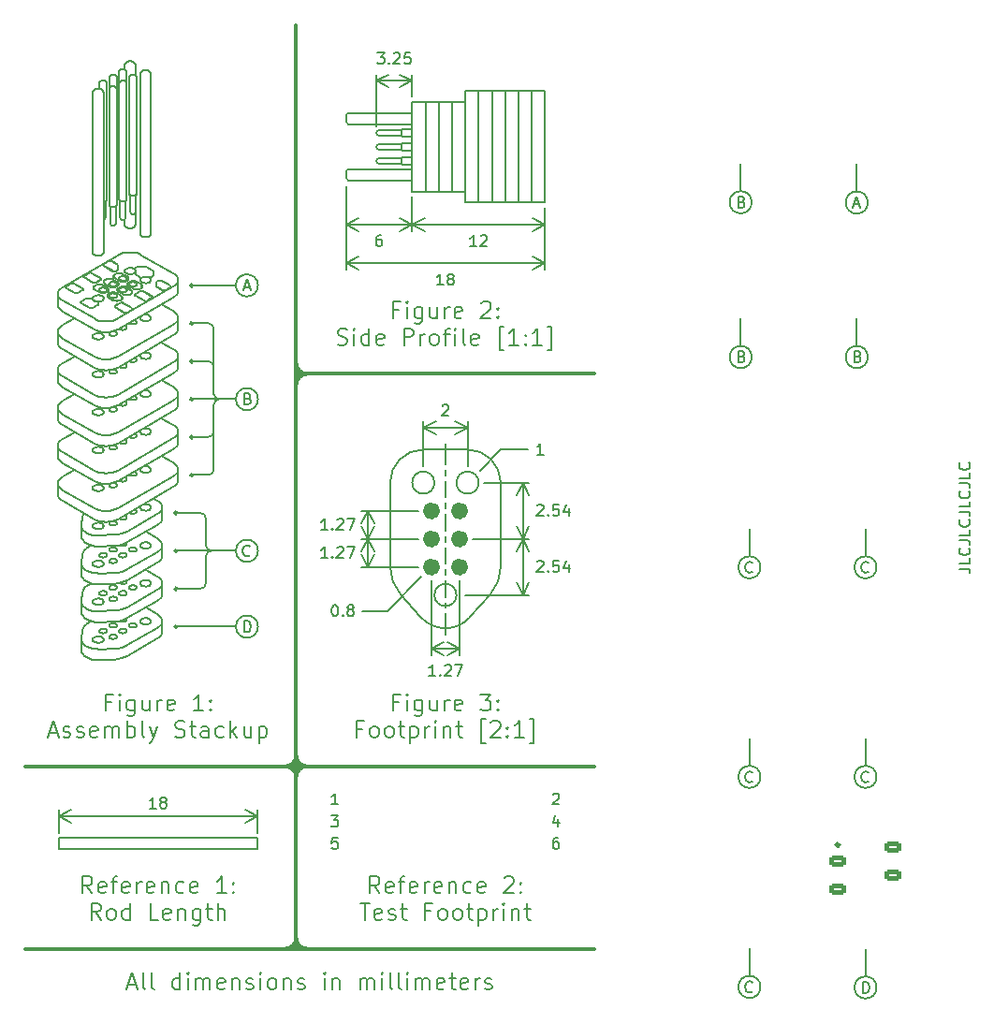
<source format=gto>
G04 #@! TF.GenerationSoftware,KiCad,Pcbnew,(6.0.2-0)*
G04 #@! TF.CreationDate,2022-08-08T09:45:33+12:00*
G04 #@! TF.ProjectId,stamp_attach,7374616d-705f-4617-9474-6163682e6b69,rev?*
G04 #@! TF.SameCoordinates,Original*
G04 #@! TF.FileFunction,Legend,Top*
G04 #@! TF.FilePolarity,Positive*
%FSLAX46Y46*%
G04 Gerber Fmt 4.6, Leading zero omitted, Abs format (unit mm)*
G04 Created by KiCad (PCBNEW (6.0.2-0)) date 2022-08-08 09:45:33*
%MOMM*%
%LPD*%
G01*
G04 APERTURE LIST*
G04 Aperture macros list*
%AMRoundRect*
0 Rectangle with rounded corners*
0 $1 Rounding radius*
0 $2 $3 $4 $5 $6 $7 $8 $9 X,Y pos of 4 corners*
0 Add a 4 corners polygon primitive as box body*
4,1,4,$2,$3,$4,$5,$6,$7,$8,$9,$2,$3,0*
0 Add four circle primitives for the rounded corners*
1,1,$1+$1,$2,$3*
1,1,$1+$1,$4,$5*
1,1,$1+$1,$6,$7*
1,1,$1+$1,$8,$9*
0 Add four rect primitives between the rounded corners*
20,1,$1+$1,$2,$3,$4,$5,0*
20,1,$1+$1,$4,$5,$6,$7,0*
20,1,$1+$1,$6,$7,$8,$9,0*
20,1,$1+$1,$8,$9,$2,$3,0*%
%AMFreePoly0*
4,1,32,0.280000,0.504858,0.355383,0.504398,0.493921,0.462967,0.615261,0.384317,0.709651,0.274773,0.769501,0.143140,0.790000,0.000000,0.789848,-0.012460,0.765857,-0.155057,0.702809,-0.285188,0.605772,-0.392394,0.482545,-0.468055,0.343037,-0.506089,0.280000,-0.504934,0.280000,-0.510000,0.000000,-0.510000,0.000000,-0.504934,-0.081539,-0.503439,-0.219561,-0.460318,-0.339932,-0.380193,
-0.432976,-0.269504,-0.491213,-0.137149,-0.509962,0.006231,-0.487715,0.149110,-0.426262,0.280002,-0.330541,0.388385,-0.208249,0.465545,-0.069215,0.505281,0.000000,0.504858,0.000000,0.510000,0.280000,0.510000,0.280000,0.504858,0.280000,0.504858,$1*%
%AMFreePoly1*
4,1,24,0.750000,-0.499999,0.500000,-0.500000,0.350416,-0.350416,0.319385,-0.384700,0.198574,-0.458877,0.061801,-0.496166,-0.079941,-0.493568,-0.215256,-0.451293,-0.333266,-0.372738,-0.424486,-0.264219,-0.481581,-0.134460,-0.499963,0.006109,-0.478152,0.146187,-0.417904,0.274511,-0.324060,0.380769,-0.204165,0.456417,-0.067858,0.495374,0.073905,0.494508,0.209726,0.453889,0.328688,0.376783,
0.350948,0.350948,0.500000,0.500000,0.750000,0.499999,0.750000,-0.499999,0.750000,-0.499999,$1*%
%AMFreePoly2*
4,1,18,-0.750000,0.300000,-0.734776,0.376537,-0.691421,0.441421,-0.626537,0.484776,-0.550000,0.500000,0.250000,0.500000,0.750000,0.000000,0.750000,-0.300000,0.734776,-0.376537,0.691421,-0.441421,0.626537,-0.484776,0.550000,-0.500000,-0.550000,-0.500000,-0.626537,-0.484776,-0.691421,-0.441421,-0.734776,-0.376537,-0.750000,-0.300000,-0.750000,0.300000,-0.750000,0.300000,$1*%
%AMFreePoly3*
4,1,18,-0.750000,0.300000,-0.734776,0.376537,-0.691421,0.441421,-0.626537,0.484776,-0.550000,0.500000,0.550000,0.500000,0.626537,0.484776,0.691421,0.441421,0.734776,0.376537,0.750000,0.300000,0.750000,-0.300000,0.734776,-0.376537,0.691421,-0.441421,0.626537,-0.484776,0.550000,-0.500000,-0.250000,-0.500000,-0.750000,0.000000,-0.750000,0.300000,-0.750000,0.300000,$1*%
G04 Aperture macros list end*
%ADD10C,0.200000*%
%ADD11C,0.300000*%
%ADD12C,0.150000*%
%ADD13C,0.250000*%
%ADD14C,0.799999*%
%ADD15C,0.800000*%
%ADD16C,0.500000*%
%ADD17C,1.000000*%
%ADD18C,0.700000*%
%ADD19FreePoly0,90.000000*%
%ADD20FreePoly0,270.000000*%
%ADD21FreePoly1,225.000000*%
%ADD22FreePoly1,0.000000*%
%ADD23FreePoly1,135.000000*%
%ADD24C,2.000000*%
%ADD25C,0.800000*%
%ADD26RoundRect,0.200000X-0.550000X-0.300000X0.550000X-0.300000X0.550000X0.300000X-0.550000X0.300000X0*%
%ADD27FreePoly0,180.000000*%
%ADD28FreePoly0,0.000000*%
%ADD29FreePoly2,0.000000*%
%ADD30FreePoly3,0.000000*%
%ADD31FreePoly1,315.000000*%
%ADD32FreePoly1,90.000000*%
G04 APERTURE END LIST*
D10*
X108710426Y-99892574D02*
X108896968Y-100023808D01*
X116024606Y-97949907D02*
X115962424Y-97993653D01*
X112569342Y-99876002D02*
X112578951Y-99819684D01*
X112737294Y-73847015D02*
X112757107Y-73836040D01*
X111674268Y-63832647D02*
X111659785Y-63848367D01*
X111725397Y-113332703D02*
X111663215Y-113376446D01*
X113518977Y-99755259D02*
X113582009Y-99741330D01*
X113559928Y-106232328D02*
X113494271Y-106220829D01*
X117893973Y-81928739D02*
X117328287Y-81602141D01*
X113425987Y-109646230D02*
X113357707Y-109650112D01*
X114582847Y-61328172D02*
X114559265Y-61350500D01*
X113292050Y-108624662D02*
X113231538Y-108643337D01*
X115088101Y-105568760D02*
X115153759Y-105580254D01*
X108486452Y-99580390D02*
X108571810Y-99742850D01*
X113452489Y-96332650D02*
X113518978Y-96325972D01*
X115416489Y-108979370D02*
X115469526Y-108954240D01*
X114615028Y-109442094D02*
X114647371Y-109407160D01*
X113082715Y-82374596D02*
X113075988Y-82414016D01*
X114255168Y-99240097D02*
X114323553Y-99244043D01*
X113278150Y-80908506D02*
X113365978Y-80935607D01*
X112280129Y-78771080D02*
X112311133Y-78760537D01*
X114898242Y-88312354D02*
X114930453Y-88347409D01*
X111952700Y-95885726D02*
X112212031Y-95965757D01*
X112270291Y-92694412D02*
X112176495Y-92677986D01*
X108571810Y-87005502D02*
X108710427Y-87155227D01*
X111952701Y-92456442D02*
X112212031Y-92536470D01*
X115916219Y-94614274D02*
X115887768Y-94668429D01*
D11*
X130000001Y-92500001D02*
X130000001Y-58000001D01*
D10*
X117758378Y-81046388D02*
X117720860Y-81039816D01*
X114861470Y-81335658D02*
X114854408Y-81377067D01*
X111353741Y-80343386D02*
X111316220Y-80349960D01*
X114674015Y-63197771D02*
X114674015Y-62160821D01*
X114472505Y-76016408D02*
X114482832Y-76050591D01*
X113794120Y-80399437D02*
X113886107Y-80383326D01*
X113999532Y-63103335D02*
X113993974Y-63113792D01*
X111725398Y-96186274D02*
X111663214Y-96230017D01*
X119263551Y-91464412D02*
X119292372Y-91295460D01*
X115545486Y-95171418D02*
X115565381Y-95133438D01*
X113077453Y-96112690D02*
X113077791Y-96151653D01*
X118853034Y-86029057D02*
X113846718Y-88919455D01*
X113619413Y-102744299D02*
X113846717Y-102636596D01*
X146500001Y-63920001D02*
X146500003Y-65420001D01*
X113620438Y-112072620D02*
X113559927Y-112053946D01*
X114392295Y-109528019D02*
X114457952Y-109516520D01*
X113540024Y-74399153D02*
X113565989Y-74392451D01*
X113425987Y-82626270D02*
X113497709Y-82622192D01*
X115156622Y-82169737D02*
X115156621Y-82093135D01*
X116868551Y-87922491D02*
X116878159Y-87866173D01*
X115916219Y-98264504D02*
X115962423Y-98314409D01*
X117849337Y-106161353D02*
X117763978Y-106323810D01*
X115241729Y-80431130D02*
X115317499Y-80395231D01*
X113867334Y-82899269D02*
X113962632Y-82882578D01*
X110802201Y-80765741D02*
X110827074Y-80783239D01*
X115454338Y-80134790D02*
X115425884Y-80080634D01*
X113765697Y-102941089D02*
X113743210Y-102904351D01*
X115221580Y-85008425D02*
X115289982Y-85004582D01*
X116100374Y-91535483D02*
X116186817Y-91562160D01*
X113975596Y-62137605D02*
X113974355Y-62152909D01*
X114479515Y-61478711D02*
X114475224Y-61492616D01*
X113984366Y-80777367D02*
X113963444Y-80817185D01*
X113133380Y-63578927D02*
X113122339Y-63591560D01*
X112339061Y-80865420D02*
X112322209Y-80847218D01*
X113059081Y-79345685D02*
X112634817Y-79590632D01*
X114626369Y-63071337D02*
X114618232Y-63062023D01*
X111981405Y-102965842D02*
X111887608Y-102982269D01*
X111578952Y-78427896D02*
X111580387Y-78456469D01*
X112078950Y-99531010D02*
X111981405Y-99536553D01*
X114324013Y-81683289D02*
X114252293Y-81687369D01*
X113078692Y-88176669D02*
X113360082Y-88127390D01*
X113980740Y-80898015D02*
X114000656Y-80935921D01*
X117625363Y-103044250D02*
X117438818Y-103175485D01*
X118642023Y-81602141D02*
X118638522Y-81581600D01*
X115355978Y-81190376D02*
X115290320Y-81178877D01*
X108571810Y-100722645D02*
X108710427Y-100872371D01*
X116475705Y-84153761D02*
X116378160Y-84148213D01*
X116024605Y-84641012D02*
X116100373Y-84676914D01*
X114119767Y-82072025D02*
X114183327Y-82091638D01*
X112426937Y-63784659D02*
X112391081Y-63761453D01*
X113874155Y-104034940D02*
X113541121Y-104064437D01*
X116868551Y-81063921D02*
X116878158Y-81007603D01*
X115088101Y-108998044D02*
X115153759Y-109009543D01*
X109864901Y-81309698D02*
X109833373Y-81299970D01*
X113765696Y-85794662D02*
X113743211Y-85757924D01*
X113086718Y-79332591D02*
X113059081Y-79345685D01*
X113418112Y-62435017D02*
X113385041Y-62436541D01*
X110578949Y-104228766D02*
X110610076Y-104404269D01*
X114324014Y-80656518D02*
X114255732Y-80660403D01*
X114032427Y-95724454D02*
X114075877Y-95755196D01*
X114611523Y-73791389D02*
X114624106Y-73778169D01*
X112459681Y-109131638D02*
X112394022Y-109143137D01*
X116475705Y-108158759D02*
X116378160Y-108153214D01*
X116186819Y-91028758D02*
X116100373Y-91055435D01*
X111766110Y-63761919D02*
X111743946Y-63775575D01*
X112394022Y-82082234D02*
X112459681Y-82093733D01*
X113582009Y-86024190D02*
X113639238Y-86003538D01*
X115222040Y-81589319D02*
X115293759Y-81585242D01*
X118853033Y-90683087D02*
X117792371Y-90070715D01*
X113083747Y-80886181D02*
X113182853Y-80891816D01*
X116378159Y-94436068D02*
X116280614Y-94441616D01*
X110768493Y-80701589D02*
X110772338Y-80724117D01*
X116731712Y-111667050D02*
X116655943Y-111631149D01*
X117328288Y-81193894D02*
X117540419Y-81071418D01*
X116186817Y-84703590D02*
X116280615Y-84720017D01*
X112411332Y-62966619D02*
X112385316Y-62973512D01*
X116655944Y-91055435D02*
X116569501Y-91028759D01*
D11*
X105500001Y-125000001D02*
X130000001Y-125000001D01*
D10*
X111578952Y-96390398D02*
X111588558Y-96446716D01*
X111569720Y-115331216D02*
X111866222Y-115373895D01*
X113178501Y-81234179D02*
X113134974Y-81264802D01*
X115916217Y-91405932D02*
X115962423Y-91455838D01*
X113599831Y-83358949D02*
X113588449Y-83380610D01*
X110720264Y-81866858D02*
X110723770Y-81846316D01*
X115171466Y-83651450D02*
X115182844Y-83629790D01*
X116337575Y-82918049D02*
X116376594Y-82920268D01*
X111943828Y-63696855D02*
X111873916Y-63714749D01*
X111601157Y-83558346D02*
X111631461Y-83543985D01*
X114744743Y-110609686D02*
X117438818Y-109054260D01*
X114391957Y-99240201D02*
X114457740Y-99228714D01*
X112786055Y-89173108D02*
X113078693Y-89156468D01*
X111981405Y-89814955D02*
X112078950Y-89820502D01*
X113285301Y-82610114D02*
X113354266Y-82622193D01*
X114860655Y-82364101D02*
X114948482Y-82336999D01*
X114518368Y-92351455D02*
X114571500Y-92326286D01*
X112527964Y-106102615D02*
X112596245Y-106098733D01*
X116983227Y-82607257D02*
X116983226Y-82559849D01*
X115565202Y-91625176D02*
X115545133Y-91587227D01*
X109197900Y-81723843D02*
X109975715Y-82172917D01*
X113673476Y-112383524D02*
X113717002Y-112352904D01*
X112871236Y-105861119D02*
X112851320Y-105823212D01*
X114255168Y-85522952D02*
X114323553Y-85526900D01*
X116655945Y-84676915D02*
X116731712Y-84641012D01*
X113134974Y-113165323D02*
X113102630Y-113200258D01*
X109156953Y-81642194D02*
X109156953Y-81689600D01*
X116378159Y-81296277D02*
X116475704Y-81290730D01*
X113494271Y-108613163D02*
X113425987Y-108609281D01*
X113848376Y-81540013D02*
X113895320Y-81489307D01*
X112722413Y-112927131D02*
X112775451Y-112902001D01*
X113566675Y-81180973D02*
X113497709Y-81168894D01*
X113652764Y-63527581D02*
X113630423Y-63515743D01*
X119039576Y-88347313D02*
X119178191Y-88197588D01*
X112270290Y-82406554D02*
X112176495Y-82390125D01*
X114744744Y-114038972D02*
X117438819Y-112483545D01*
X115545396Y-112317969D02*
X115565316Y-112280061D01*
X114929431Y-62541976D02*
X114918392Y-62554606D01*
X115289983Y-98721723D02*
X115355765Y-98710236D01*
X144100001Y-64920001D02*
X142900001Y-64920001D01*
X115684106Y-79801055D02*
X115652578Y-79810784D01*
X116522076Y-77120271D02*
X116579339Y-77105427D01*
X109652470Y-81301235D02*
X109622163Y-81315594D01*
X112596245Y-109528015D02*
X112661902Y-109516520D01*
X116809210Y-62197189D02*
X116796104Y-62181358D01*
X113879029Y-81485413D02*
X113906932Y-81432300D01*
X114117268Y-62998386D02*
X114089767Y-63013594D01*
X180710001Y-73000001D02*
X180710001Y-70500001D01*
X113285301Y-81180972D02*
X113221741Y-81200584D01*
X114938605Y-62532675D02*
X114929431Y-62541976D01*
X113682607Y-74336575D02*
X113698844Y-74323230D01*
X112270291Y-110374241D02*
X112356734Y-110347564D01*
X114744920Y-76283100D02*
X114775516Y-76292745D01*
X117849337Y-101752269D02*
X117763978Y-101914732D01*
X113975596Y-63174556D02*
X113974355Y-63189858D01*
X113854683Y-82007781D02*
X113825775Y-81952762D01*
X114892265Y-73214925D02*
X114899879Y-73228678D01*
X112385316Y-62973512D02*
X112359910Y-62981894D01*
X116088435Y-62083629D02*
X116065319Y-62096265D01*
X112540889Y-89642298D02*
X112569341Y-89588144D01*
X116942281Y-82641500D02*
X116518015Y-82886447D01*
X114615027Y-80746328D02*
X114571500Y-80715706D01*
X112602802Y-81124242D02*
X112630709Y-81071134D01*
X113103827Y-74265627D02*
X113112547Y-74279148D01*
X117625362Y-108923026D02*
X117438818Y-109054260D01*
X112387274Y-82091638D02*
X112456242Y-82103716D01*
X115468876Y-101809519D02*
X115415630Y-101784432D01*
X112867612Y-81814318D02*
X112833638Y-81777622D01*
X111316220Y-80349960D02*
X111281642Y-80360630D01*
X114930453Y-88347409D02*
X114973904Y-88378149D01*
X113717002Y-81489332D02*
X113749344Y-81454396D01*
X111588557Y-113593144D02*
X111617012Y-113647298D01*
X113962632Y-82882578D02*
X114050457Y-82855473D01*
X112387275Y-81699446D02*
X112323718Y-81719061D01*
X114674012Y-88753848D02*
X114667176Y-88714366D01*
X113452489Y-99761939D02*
X113518977Y-99755259D01*
X114647372Y-105977872D02*
X114667289Y-105939967D01*
X114614579Y-88641463D02*
X114570851Y-88610853D01*
X116759188Y-62144502D02*
X116726148Y-62119007D01*
X144100001Y-64920001D02*
X144100001Y-65426841D01*
X111663214Y-110267918D02*
X111725397Y-110311666D01*
X113895141Y-80073333D02*
X113895141Y-79665085D01*
X115663384Y-81862319D02*
X115758682Y-81845628D01*
X112485236Y-78650303D02*
X112499593Y-78634526D01*
X113221742Y-81553548D02*
X113285301Y-81573165D01*
X112394023Y-81708853D02*
X112333513Y-81727526D01*
X112593379Y-81179473D02*
X112602802Y-81124242D01*
X116186817Y-108708588D02*
X116280616Y-108725016D01*
X112569342Y-89475511D02*
X112540888Y-89421358D01*
X116731712Y-105216726D02*
X116793894Y-105172981D01*
X114668643Y-108328137D02*
X114673958Y-108289256D01*
X112818978Y-112871379D02*
X112851320Y-112836443D01*
X114466302Y-61936415D02*
X114464187Y-61935826D01*
X115221581Y-98725569D02*
X115289983Y-98721723D01*
X113685943Y-81527153D02*
X113731664Y-81494990D01*
X113901626Y-82058488D02*
X113854683Y-82007781D01*
X114930453Y-98635264D02*
X114973904Y-98666007D01*
X114878209Y-62631957D02*
X114875643Y-62642983D01*
X114077441Y-80383326D02*
X114169431Y-80399437D01*
X116731713Y-101787438D02*
X116793895Y-101743697D01*
X114761920Y-82370808D02*
X114853910Y-82354698D01*
X113178500Y-82556904D02*
X113231538Y-82582037D01*
X110851383Y-115014310D02*
X111051551Y-115147611D01*
X114258595Y-82611611D02*
X114249174Y-82556379D01*
X114075877Y-95755196D02*
X114128895Y-95780443D01*
X114578832Y-105002116D02*
X114620179Y-104971271D01*
X111887609Y-89798528D02*
X111981405Y-89814955D01*
X113769263Y-112201217D02*
X113749347Y-112163310D01*
X108457630Y-99411436D02*
X108457629Y-100391233D01*
X141700001Y-64920002D02*
X140500001Y-64920002D01*
X126542373Y-112361071D02*
G75*
G03*
X126542373Y-112361071I-1000000J0D01*
G01*
X113077453Y-92683407D02*
X113077791Y-92722370D01*
X114669995Y-73687331D02*
X114672191Y-73673583D01*
X115463983Y-75948978D02*
X115463943Y-75944277D01*
X111801165Y-82433231D02*
X111725397Y-82469131D01*
X108710426Y-92071727D02*
X108571811Y-92221452D01*
X116280616Y-101866445D02*
X116378160Y-101871993D01*
X115012997Y-81892944D02*
X114670757Y-81695348D01*
X112393930Y-78721439D02*
X112416015Y-78707668D01*
X112356734Y-92721088D02*
X112270291Y-92694412D01*
X112775450Y-81752656D02*
X112722413Y-81727527D01*
X113082713Y-105421489D02*
X113102630Y-105459396D01*
X114614579Y-102358606D02*
X114570851Y-102327995D01*
X112732396Y-62997269D02*
X112706728Y-62986079D01*
X115916219Y-87976646D02*
X115962423Y-88026554D01*
X113874154Y-111873307D02*
X113541121Y-111902804D01*
X111887608Y-86369243D02*
X111981405Y-86385670D01*
X116378159Y-87577500D02*
X116280614Y-87583045D01*
X112171550Y-104113344D02*
X113541121Y-104064437D01*
X141700001Y-65426842D02*
X141700001Y-66455171D01*
X115128109Y-83688910D02*
X114703846Y-83933860D01*
X112578951Y-92961114D02*
X112569343Y-92904794D01*
X115464488Y-73309471D02*
X115472383Y-73304120D01*
X114264005Y-80417134D02*
X114340984Y-80453609D01*
X112333513Y-112927131D02*
X112394023Y-112945804D01*
X181710001Y-74000001D02*
G75*
G03*
X181710001Y-74000001I-1000000J0D01*
G01*
X114255169Y-92381525D02*
X114323553Y-92385473D01*
X115469527Y-105239180D02*
X115416489Y-105214051D01*
X111663214Y-103409349D02*
X111725396Y-103453094D01*
X115568038Y-62642262D02*
X115564157Y-62625299D01*
X113877510Y-80069117D02*
X113670542Y-80188610D01*
X114129564Y-109161811D02*
X114076527Y-109186942D01*
X113154050Y-85970517D02*
X113201394Y-85998283D01*
X113956381Y-81895543D02*
X113963445Y-81936948D01*
X113717001Y-108923618D02*
X113749347Y-108888682D01*
X111051550Y-104859757D02*
X111294354Y-104966875D01*
X113091079Y-89331286D02*
X113116818Y-89367306D01*
X113793622Y-81377067D02*
X113786557Y-81335658D01*
X112596244Y-112560923D02*
X112527962Y-112557040D01*
X112851320Y-81972874D02*
X112871237Y-81934965D01*
X114457953Y-105713851D02*
X114392294Y-105702353D01*
X115962425Y-104852223D02*
X115916219Y-104902129D01*
X112356734Y-106438231D02*
X112270290Y-106411555D01*
X113425987Y-81174996D02*
X113357707Y-81178877D01*
X119178191Y-85748098D02*
X119263550Y-85585636D01*
X116840099Y-101693788D02*
X116868552Y-101639634D01*
X112236947Y-112871377D02*
X112280474Y-112902000D01*
X113058356Y-81377067D02*
X113065420Y-81418476D01*
X113765636Y-81458293D02*
X113786558Y-81418475D01*
X116878158Y-105012601D02*
X116868552Y-104956286D01*
X113151847Y-96005533D02*
X113115179Y-96038248D01*
X114350293Y-83076539D02*
X115128109Y-83525611D01*
X111887608Y-102982269D02*
X111801166Y-103008945D01*
X115088101Y-81190376D02*
X115027590Y-81209050D01*
X114518462Y-81727527D02*
X114457952Y-81708852D01*
X118611292Y-81543646D02*
X118588611Y-81527690D01*
X112366732Y-80928239D02*
X112370576Y-80905712D01*
X113974014Y-112759113D02*
X113980740Y-112798536D01*
X115414000Y-82311536D02*
X115402621Y-82333200D01*
X113486192Y-74408310D02*
X113513307Y-74404452D01*
X114466302Y-62973365D02*
X114464188Y-62972779D01*
X114000656Y-109252500D02*
X113980740Y-109290407D01*
X113774165Y-74192056D02*
X113775588Y-74175498D01*
X119292372Y-94724745D02*
X119263551Y-94555793D01*
X115513116Y-91777134D02*
X115545486Y-91742131D01*
X114221268Y-82503267D02*
X114175953Y-82454320D01*
X112630709Y-81071134D02*
X112676024Y-81022185D01*
X110581807Y-106624794D02*
X110590934Y-106787506D01*
X114395736Y-81687369D02*
X114324013Y-81683289D01*
X121835266Y-105002501D02*
X121835265Y-102573216D01*
X113559929Y-108624662D02*
X113494271Y-108613163D01*
X113309359Y-62448144D02*
X113283342Y-62455034D01*
X112270291Y-85835842D02*
X112176495Y-85819414D01*
X112540889Y-103359440D02*
X112569343Y-103305285D01*
X111388723Y-83549882D02*
X111420251Y-83559611D01*
X114550790Y-63009108D02*
X114534457Y-63000150D01*
X116569501Y-84170187D02*
X116475705Y-84153761D01*
X113673475Y-112097752D02*
X113620438Y-112072620D01*
X116840099Y-84547360D02*
X116868551Y-84493207D01*
X115153194Y-91863050D02*
X115221580Y-91866996D01*
X112851321Y-105977871D02*
X112871238Y-105939964D01*
X114667174Y-85285081D02*
X114647106Y-85247131D01*
X113376039Y-74409386D02*
X113409055Y-74411463D01*
X112863633Y-73720429D02*
X112867823Y-73709459D01*
X111454463Y-83565602D02*
X111490041Y-83567625D01*
X118853034Y-86029057D02*
X119039578Y-85897823D01*
X112176495Y-93244240D02*
X112270292Y-93227813D01*
X116569501Y-81274303D02*
X116655945Y-81247625D01*
X112212031Y-92536470D02*
X112493421Y-92585753D01*
X114399089Y-62958805D02*
X114343584Y-62953772D01*
X110923293Y-103801075D02*
X111122678Y-103916189D01*
X115987463Y-82007511D02*
X115953251Y-82013502D01*
X112551788Y-63931696D02*
X112538283Y-63905018D01*
X113497710Y-82205845D02*
X113425987Y-82201764D01*
X113688539Y-96264784D02*
X113728079Y-96233208D01*
X113673474Y-105239179D02*
X113620438Y-105214049D01*
X138500005Y-106960003D02*
G75*
G03*
X139434708Y-109429660I3729992J-1D01*
G01*
X113749346Y-113354920D02*
X113769263Y-113317013D01*
X114668644Y-111757422D02*
X114673957Y-111718541D01*
D11*
X130000001Y-126000001D02*
G75*
G03*
X129000001Y-125000001I-999999J1D01*
G01*
D10*
X112270291Y-103515672D02*
X112356733Y-103488993D01*
X114457740Y-85511569D02*
X114518367Y-85492882D01*
X112171549Y-107542630D02*
X113541119Y-107493722D01*
X112336868Y-80841560D02*
X112311999Y-80824063D01*
X116054646Y-81574659D02*
X116045224Y-81519426D01*
X113102630Y-105304736D02*
X113082714Y-105342645D01*
X112494684Y-96230017D02*
X112432503Y-96186274D01*
X113717001Y-81264801D02*
X113673475Y-81234181D01*
X113558463Y-62452076D02*
X113532596Y-62445898D01*
X116330894Y-79795062D02*
X116295316Y-79793036D01*
X114571500Y-85467715D02*
X114615092Y-85437038D01*
X114001853Y-73747152D02*
X114010572Y-73760673D01*
X123042373Y-91785355D02*
G75*
G03*
X122542374Y-92285354I-1J-499998D01*
G01*
X115571640Y-73138548D02*
X115572032Y-73131970D01*
X108710427Y-89604717D02*
X108896968Y-89735950D01*
X113977273Y-81058785D02*
X114051580Y-81093994D01*
X114574013Y-75365559D02*
X114574013Y-73822099D01*
X112623628Y-82173216D02*
X112715618Y-82157106D01*
X114814314Y-81534358D02*
X114769000Y-81485411D01*
D11*
X129707108Y-141207108D02*
X130000001Y-141500001D01*
D10*
X112984641Y-80891816D02*
X113083747Y-80886181D01*
X115362726Y-81573165D02*
X115426285Y-81553548D01*
X113559926Y-82227328D02*
X113494271Y-82215828D01*
X108710427Y-87155227D02*
X108896969Y-87286459D01*
X112356732Y-89291803D02*
X112270291Y-89265127D01*
X118853033Y-92887627D02*
X113846717Y-95778025D01*
X113202765Y-74357731D02*
X113237293Y-74375311D01*
X112818979Y-105788277D02*
X112775450Y-105757658D01*
X111588557Y-113480509D02*
X111578950Y-113536826D01*
X112577341Y-64026626D02*
X112574221Y-64004014D01*
X111801166Y-100059708D02*
X111887608Y-100086385D01*
X113740484Y-62569117D02*
X113728342Y-62552859D01*
X114328517Y-80460811D02*
X114670757Y-80658402D01*
X115468612Y-81852335D02*
X115564280Y-81857774D01*
X113330324Y-82136345D02*
X113425987Y-82130905D01*
X113142394Y-74313874D02*
X113157359Y-74326931D01*
X114518368Y-102639311D02*
X114571500Y-102614144D01*
X114228349Y-81617869D02*
X114324013Y-81612427D01*
X114518368Y-99210025D02*
X114571501Y-99184859D01*
X116569501Y-108708588D02*
X116655945Y-108681910D01*
X117720860Y-81039816D02*
X117681841Y-81037598D01*
X117328288Y-81193894D02*
X117328287Y-81602141D01*
X112602804Y-81234709D02*
X112593379Y-81179473D01*
X111669777Y-81257342D02*
X111707292Y-81263912D01*
X114041784Y-81651679D02*
X114129610Y-81624574D01*
X111051550Y-108289043D02*
X111294356Y-108396157D01*
X112527962Y-112557040D02*
X112459682Y-112560923D01*
X114963946Y-80479782D02*
X115061489Y-80474235D01*
X145300001Y-63920001D02*
X145300000Y-65420001D01*
X115878158Y-84436888D02*
X115887766Y-84493206D01*
X113425987Y-81589320D02*
X113497711Y-81585243D01*
X113120312Y-82296097D02*
X113086340Y-82332794D01*
X111617011Y-89421353D02*
X111588557Y-89475511D01*
X114073782Y-73822675D02*
X114077880Y-73825514D01*
X152500002Y-72500001D02*
X152500001Y-74000001D01*
X112540888Y-86213012D02*
X112569341Y-86158858D01*
X113588449Y-83380610D02*
X113584607Y-83403134D01*
X141700001Y-67690000D02*
X141700001Y-66455171D01*
X116569501Y-94458043D02*
X116475705Y-94441616D01*
X116033611Y-81686900D02*
X116062518Y-81631877D01*
X113756385Y-99627123D02*
X113772405Y-99589272D01*
X111646562Y-78620135D02*
X111659562Y-78636014D01*
X114630583Y-76227993D02*
X114660713Y-76246016D01*
X113360082Y-98415247D02*
X113619412Y-98335216D01*
X118146509Y-81943099D02*
X118176814Y-81928739D01*
X116024606Y-88070297D02*
X116100373Y-88106197D01*
X113231539Y-82246001D02*
X113178501Y-82271130D01*
X114683225Y-81065982D02*
X114746399Y-81021538D01*
X112459682Y-112560923D02*
X112394023Y-112572420D01*
X115916219Y-87755705D02*
X115887767Y-87809858D01*
X140500001Y-68610002D02*
X139600001Y-68610002D01*
X114032999Y-80746328D02*
X114000657Y-80781261D01*
X114189440Y-88940652D02*
X114255169Y-88952240D01*
X112355352Y-80861523D02*
X112336868Y-80841560D01*
X111357180Y-80353373D02*
X111322968Y-80359365D01*
X116793895Y-101743697D02*
X116840099Y-101693788D01*
X113357707Y-81178877D02*
X113292049Y-81190376D01*
X114100792Y-73839255D02*
X114135318Y-73856837D01*
X118105183Y-81944366D02*
X118136713Y-81934635D01*
X141700001Y-67690000D02*
X141700001Y-71500001D01*
X116306803Y-82902075D02*
X116341016Y-82908064D01*
X113075988Y-113277590D02*
X113082714Y-113317012D01*
X115572038Y-62679895D02*
X115572054Y-62675599D01*
X116434071Y-62020449D02*
X116367996Y-62018348D01*
X115088101Y-81563759D02*
X115153760Y-81575258D01*
X113672562Y-82889283D02*
X113768228Y-82894723D01*
X115545396Y-81299737D02*
X115513054Y-81264801D01*
X116164461Y-82029126D02*
X116942282Y-82478200D01*
X113688540Y-92835500D02*
X113728078Y-92803922D01*
X116065319Y-62096265D02*
X116043154Y-62109921D01*
X112889344Y-80908506D02*
X112984641Y-80891816D01*
X117965605Y-81944362D02*
X117999816Y-81950356D01*
X113708217Y-82170154D02*
X113785198Y-82206627D01*
X114485950Y-107304965D02*
X114192560Y-107400613D01*
X111591359Y-83549881D02*
X111618994Y-83536786D01*
X113102631Y-82491348D02*
X113134974Y-82526283D01*
X112432502Y-109903417D02*
X112356733Y-109867516D01*
X108457630Y-89123579D02*
X108457630Y-90103375D01*
X113879029Y-81268725D02*
X113833713Y-81219777D01*
X112321218Y-62998386D02*
X112293716Y-63013596D01*
X115887768Y-80951285D02*
X115878158Y-81007603D01*
X113874154Y-107464226D02*
X113541119Y-107493722D01*
X113360082Y-88127390D02*
X113619414Y-88047359D01*
X114514007Y-76113029D02*
X114531557Y-76137985D01*
X114266468Y-82668829D02*
X114276228Y-82611609D01*
X172000001Y-144950001D02*
G75*
G03*
X172000001Y-144950001I-1000000J0D01*
G01*
X111725397Y-99207312D02*
X111952701Y-99315012D01*
X115347040Y-75063592D02*
G75*
G03*
X115472039Y-74847083I-125005J216508D01*
G01*
X116569501Y-91028759D02*
X116475704Y-91012331D01*
X112858690Y-73731327D02*
X112863633Y-73720429D01*
X115984023Y-81997524D02*
X115946503Y-82004097D01*
X115309389Y-73367482D02*
X115336074Y-73362205D01*
X112356735Y-113296801D02*
X112270291Y-113270125D01*
X114324014Y-106102614D02*
X114392293Y-106098733D01*
X116997015Y-82582376D02*
X117000859Y-82559849D01*
X112540888Y-99930155D02*
X112569342Y-99876002D01*
X113134973Y-82301752D02*
X113102630Y-82336689D01*
X114489608Y-73865693D02*
X114513215Y-73856288D01*
X112538283Y-63905018D02*
X112527866Y-63887807D01*
X113756385Y-85909980D02*
X113772408Y-85872130D01*
X114854408Y-81377067D02*
X114861469Y-81418475D01*
X112311998Y-80987363D02*
X111887733Y-81232310D01*
X114192560Y-107400613D02*
X113874154Y-107464226D01*
X116878158Y-81007603D02*
X116868552Y-80951285D01*
X112888531Y-81936948D02*
X112895595Y-81895543D01*
X113980740Y-109290407D02*
X113974015Y-109329825D01*
X113494271Y-82215828D02*
X113425987Y-82211945D01*
X115186688Y-83607260D02*
X115182844Y-83584736D01*
X116655944Y-101823342D02*
X116731713Y-101787438D01*
X115155173Y-83647552D02*
X115165551Y-83627803D01*
X113708933Y-102870787D02*
X113664131Y-102841645D01*
X113676332Y-74341071D02*
X113682607Y-74336575D01*
X116774960Y-62158922D02*
X116759188Y-62144502D01*
X111801165Y-93201135D02*
X111887608Y-93227812D01*
X113870973Y-82003886D02*
X113843068Y-81950777D01*
X112661903Y-112572425D02*
X112596244Y-112560923D01*
X116378160Y-97865357D02*
X116280615Y-97870900D01*
X116655945Y-104772579D02*
X116569502Y-104745902D01*
X115276076Y-61279304D02*
X115243194Y-61261933D01*
X112661902Y-81708853D02*
X112596246Y-81697352D01*
X112196195Y-63693912D02*
X112177996Y-63690825D01*
X114651104Y-61279768D02*
X114628941Y-61293424D01*
X111521711Y-80382190D02*
X111494077Y-80369095D01*
X109840122Y-81290564D02*
X109802601Y-81283992D01*
X119263551Y-92444209D02*
X119292372Y-92275255D01*
X115376623Y-81836221D02*
X115468612Y-81852335D01*
X116655943Y-111631149D02*
X116569501Y-111604472D01*
X108486452Y-100560182D02*
X108571810Y-100722645D01*
X110047349Y-82188538D02*
X110081559Y-82194531D01*
X118611291Y-81660636D02*
X118628145Y-81642431D01*
X113974016Y-63197771D02*
X113974016Y-73648928D01*
X113833713Y-81219777D02*
X113772729Y-81176875D01*
D11*
X130000001Y-92500001D02*
X130000001Y-125000001D01*
D10*
X112176495Y-113819954D02*
X112270292Y-113803529D01*
X117067635Y-80551525D02*
X117067634Y-80598933D01*
X113079247Y-82614209D02*
X113421485Y-82811802D01*
X112527961Y-82107796D02*
X112599685Y-82103717D01*
X110583271Y-82938808D02*
X110560592Y-82954764D01*
X147700001Y-72500001D02*
X147700001Y-65420001D01*
X114533134Y-73847093D02*
X114553474Y-73835918D01*
X114930453Y-84918121D02*
X114973904Y-84948865D01*
X111574010Y-82739032D02*
X111604164Y-82792311D01*
X114183327Y-82091638D02*
X114252293Y-82103717D01*
X115081352Y-81573165D02*
X115150320Y-81585243D01*
X119263552Y-80838650D02*
X119178191Y-80676189D01*
X109802601Y-81283992D02*
X109763584Y-81281774D01*
X113102631Y-109925633D02*
X113134974Y-109960568D01*
X115254777Y-73373793D02*
X115282242Y-73371362D01*
X112212032Y-84698101D02*
X112493420Y-84747386D01*
X118644434Y-81646330D02*
X118655814Y-81624668D01*
X114190075Y-82082231D02*
X114255732Y-82093732D01*
X112585509Y-81122257D02*
X112614417Y-81067235D01*
X112567614Y-79687613D02*
X112578994Y-79709273D01*
X113976744Y-80833398D02*
X113962719Y-80897837D01*
X113058356Y-82414018D02*
X113065420Y-82455427D01*
X114469556Y-111905933D02*
X114527994Y-111886369D01*
X111588557Y-103305289D02*
X111617010Y-103359440D01*
X112078950Y-102960295D02*
X111981405Y-102965842D01*
D12*
X141330005Y-107860003D02*
X138230006Y-110960002D01*
D10*
X114526847Y-83955477D02*
X114562425Y-83957500D01*
X110827790Y-108887244D02*
X110717611Y-109071079D01*
X114255733Y-106098733D02*
X114324014Y-106102614D01*
X113622564Y-80868390D02*
X113559388Y-80823945D01*
X112563771Y-79665085D02*
X112567614Y-79687613D01*
X112722411Y-82063559D02*
X112775451Y-82038432D01*
X116731713Y-91091337D02*
X116655944Y-91055435D01*
X113151847Y-102864102D02*
X113115181Y-102896818D01*
X116793895Y-104852223D02*
X116731713Y-104808477D01*
X111952701Y-101764502D02*
X112212031Y-101844534D01*
X112871237Y-81856122D02*
X112851321Y-81818210D01*
X113717001Y-82526284D02*
X113749347Y-82491348D01*
X114518462Y-82063558D02*
X114571501Y-82038427D01*
X114114970Y-82411418D02*
X113772731Y-82213827D01*
X116731712Y-80803479D02*
X117026688Y-80633176D01*
X115169054Y-83654667D02*
X115169054Y-83607263D01*
X114119768Y-81719062D02*
X114064059Y-81745460D01*
X115962424Y-97993653D02*
X115916220Y-98043559D01*
X114518461Y-112591097D02*
X114457953Y-112572420D01*
X113188036Y-79304666D02*
X113149016Y-79306883D01*
X113079248Y-81577259D02*
X112737007Y-81379668D01*
X113174524Y-62506447D02*
X113152323Y-62523759D01*
X113765637Y-82332790D02*
X113731663Y-82296096D01*
X112871237Y-112719692D02*
X112851321Y-112681784D01*
X171000001Y-106000001D02*
X171000001Y-103500001D01*
X115513053Y-112352904D02*
X115545396Y-112317969D01*
X114485950Y-115143333D02*
X114192560Y-115238981D01*
X116731713Y-84232763D02*
X116655945Y-84196863D01*
X112281390Y-81420276D02*
X112373379Y-81436385D01*
X114485948Y-114163535D02*
X114192560Y-114259184D01*
X112432296Y-82173215D02*
X112527963Y-82178656D01*
X116024606Y-111667051D02*
X115962423Y-111710793D01*
X114647107Y-92105704D02*
X114614579Y-92070748D01*
X115561687Y-81458294D02*
X115582609Y-81418476D01*
X113077599Y-74189361D02*
X113080385Y-74206483D01*
X113153555Y-82178617D02*
X113238334Y-82152455D01*
X112459682Y-112957303D02*
X112527963Y-112961185D01*
X112416015Y-78707668D02*
X112444812Y-78686918D01*
X139600001Y-68040001D02*
X140500001Y-68040001D01*
X111952700Y-98335216D02*
X112212031Y-98415247D01*
X113774608Y-63696617D02*
X113771992Y-63679219D01*
X139600001Y-69310000D02*
X140500000Y-69310001D01*
X112323718Y-81719061D02*
X112268008Y-81745455D01*
X113078693Y-101893815D02*
X113360082Y-101844532D01*
X113497709Y-82622192D02*
X113566675Y-82610115D01*
X112178302Y-63189863D02*
X112177974Y-63195896D01*
X115115641Y-83681715D02*
X115138322Y-83665756D01*
X114599989Y-61314047D02*
X114582847Y-61328172D01*
X114173294Y-83054922D02*
X114139083Y-83060914D01*
X116731713Y-94928867D02*
X116793895Y-94885126D01*
X113151846Y-85717676D02*
X113115180Y-85750389D01*
X111561617Y-82683435D02*
X111574010Y-82739032D01*
X113090072Y-102932982D02*
X113077452Y-102971263D01*
X114044644Y-108414603D02*
X114090351Y-108443323D01*
X117345920Y-81597925D02*
X117345919Y-81612321D01*
X113772730Y-81577259D02*
X113833713Y-81534358D01*
X112184688Y-105861120D02*
X112177962Y-105900543D01*
X114674015Y-73648928D02*
X114674015Y-63197771D01*
X116726148Y-62119007D02*
X116690291Y-62095800D01*
X112950351Y-81732597D02*
X112887172Y-81688153D01*
X115472383Y-73304120D02*
X115478660Y-73299626D01*
X113178500Y-109991189D02*
X113231538Y-110016322D01*
X113877510Y-80069117D02*
X113877509Y-79669299D01*
X115887767Y-87809858D02*
X115878158Y-87866172D01*
X117051560Y-80174783D02*
X117026688Y-80157286D01*
X114419681Y-81136267D02*
X114511669Y-81120154D01*
X114076527Y-109186942D02*
X114033000Y-109217563D01*
X119039577Y-98635170D02*
X119178191Y-98485444D01*
X113078693Y-91605958D02*
X113360082Y-91556676D01*
X112311133Y-78760537D02*
X112341345Y-78748324D01*
X113360082Y-89107186D02*
X113619412Y-89027155D01*
X118588610Y-81676591D02*
X118611291Y-81660636D01*
X112578951Y-113536827D02*
X112569341Y-113480509D01*
X113166033Y-82263934D02*
X113120312Y-82296097D01*
X113425987Y-108609281D02*
X113357708Y-108613163D01*
X109156953Y-81642194D02*
X109160456Y-81662733D01*
X111981404Y-85819414D02*
X111887608Y-85835841D01*
X114255732Y-109528017D02*
X114324013Y-109531900D01*
X114659684Y-73720429D02*
X114663875Y-73709463D01*
X116100373Y-97914007D02*
X116024606Y-97949907D01*
X113772405Y-99589272D02*
X113775552Y-99550348D01*
X112627068Y-82183203D02*
X112722365Y-82166510D01*
X116378160Y-95013422D02*
X116475704Y-95007873D01*
X111801165Y-106438232D02*
X111725397Y-106474131D01*
X115469353Y-62503530D02*
X115464865Y-62500501D01*
X111981405Y-99536553D02*
X111887609Y-99552984D01*
X113906932Y-81432300D02*
X113916356Y-81377067D01*
X115400805Y-62467606D02*
X115375266Y-62458311D01*
X113619414Y-85597871D02*
X113846718Y-85490166D01*
X113319065Y-89465002D02*
X113385013Y-89473273D01*
X112432502Y-86306666D02*
X112494685Y-86262921D01*
X139500001Y-69210001D02*
G75*
G03*
X139600001Y-69310000I100001J2D01*
G01*
X114307042Y-82300526D02*
X114384024Y-82336999D01*
X112061318Y-82971938D02*
X112061317Y-83237798D01*
X116378160Y-104723927D02*
X116280615Y-104729471D01*
X115565201Y-98483747D02*
X115545133Y-98445798D01*
X112270291Y-89265127D02*
X112176495Y-89248699D01*
X144100001Y-67690001D02*
X144100001Y-71500001D01*
X112432502Y-82469131D02*
X112356734Y-82433230D01*
X113673474Y-82556905D02*
X113717001Y-82526284D01*
X115912918Y-62250481D02*
X115904327Y-62268465D01*
X114963945Y-78508583D02*
X114671311Y-78525225D01*
X113512443Y-80548760D02*
X113559388Y-80498055D01*
X111801166Y-99579658D02*
X111725396Y-99615559D01*
X108710425Y-86175430D02*
X108896968Y-86306666D01*
X114667289Y-80819169D02*
X114647372Y-80781261D01*
X151299999Y-72500001D02*
X151299999Y-65420001D01*
D13*
X120667373Y-84926785D02*
G75*
G03*
X120667373Y-84926785I-125000J0D01*
G01*
D10*
X116475705Y-88149303D02*
X116569502Y-88132875D01*
X115962424Y-81167980D02*
X116024605Y-81211728D01*
X119263552Y-84605842D02*
X119292374Y-84436888D01*
X113895320Y-81264828D02*
X113848376Y-81214123D01*
X112818978Y-82007810D02*
X112851320Y-81972874D01*
X113257825Y-79322861D02*
X113223613Y-79316869D01*
X111887608Y-89265127D02*
X111801166Y-89291803D01*
X115572040Y-88235375D02*
X115565204Y-88195891D01*
X117906442Y-81921541D02*
X117934076Y-81934635D01*
X115289982Y-85004582D02*
X115355766Y-84993096D01*
X111981405Y-106395124D02*
X111887608Y-106411554D01*
X113731664Y-82531939D02*
X113765636Y-82495243D01*
X116868552Y-101639634D02*
X116878158Y-101583317D01*
X115416489Y-105550083D02*
X115469527Y-105524953D01*
X114423120Y-81146252D02*
X114518416Y-81129562D01*
X112078951Y-103537646D02*
X112176495Y-103532098D01*
X113673475Y-105524954D02*
X113717001Y-105494331D01*
X114384024Y-82336999D02*
X114471850Y-82364102D01*
X113756384Y-92768550D02*
X113772407Y-92730700D01*
X111559830Y-83559611D02*
X111591359Y-83549881D01*
X112356734Y-110347564D02*
X112432502Y-110311666D01*
X113134974Y-105494333D02*
X113178501Y-105524953D01*
X112356733Y-89771851D02*
X112432502Y-89735950D01*
X114872042Y-73129734D02*
X114872052Y-73135440D01*
X114772604Y-79924405D02*
X114686161Y-79951083D01*
X115079393Y-62455036D02*
X115053988Y-62463418D01*
X115545397Y-81454396D02*
X115565314Y-81416489D01*
X114674015Y-105900543D02*
X114667289Y-105861121D01*
X113728343Y-63589811D02*
X113720205Y-63580499D01*
X112584907Y-79644543D02*
X112581402Y-79665085D01*
X113673475Y-109991190D02*
X113717002Y-109960568D01*
X113102631Y-112317969D02*
X113134974Y-112352904D01*
X114975905Y-73307039D02*
X114998817Y-73320781D01*
X113787281Y-82453260D02*
X113773258Y-82388823D01*
X112467951Y-81454085D02*
X112544933Y-81490561D01*
X113518976Y-89467400D02*
X113582008Y-89453473D01*
X114000219Y-92260115D02*
X114032428Y-92295170D01*
X114598002Y-83955477D02*
X114632214Y-83949486D01*
X112078950Y-85813865D02*
X111981404Y-85819414D01*
X113619414Y-88047359D02*
X113846718Y-87939656D01*
X111981405Y-96107271D02*
X111887608Y-96123696D01*
X113316989Y-79345686D02*
X113877509Y-79669299D01*
X115962424Y-91135080D02*
X115916219Y-91184989D01*
X114463946Y-75572728D02*
X114463946Y-75945324D01*
X141251775Y-111486321D02*
G75*
G03*
X145748234Y-111486321I2248230J1986321D01*
G01*
X116969344Y-82519557D02*
X116952492Y-82501355D01*
X114018339Y-81777622D02*
X113984366Y-81814318D01*
X111629013Y-78595179D02*
X111646562Y-78620135D01*
X115088101Y-112053948D02*
X115027590Y-112072620D01*
X111913289Y-81462549D02*
X111998068Y-81436385D01*
X114647371Y-81972874D02*
X114667289Y-81934966D01*
X111614582Y-114360306D02*
X111889724Y-114395936D01*
X113620440Y-113109573D02*
X113559928Y-113090899D01*
X108457630Y-85694295D02*
X108486451Y-85863246D01*
X114050347Y-62005284D02*
X114040578Y-62014200D01*
X114072550Y-61987973D02*
X114050347Y-62005284D01*
X112818977Y-106012808D02*
X112851321Y-105977871D01*
X110545928Y-82949112D02*
X110527446Y-82969074D01*
X112737007Y-80979285D02*
X112811315Y-80944076D01*
X111981405Y-96673526D02*
X112078950Y-96679074D01*
X140500000Y-67690001D02*
X140500001Y-71500001D01*
X115753895Y-79782859D02*
X116295315Y-79782858D01*
X112078951Y-82961930D02*
X112176495Y-82956385D01*
X111281642Y-80360630D02*
X111251337Y-80374989D01*
X113769263Y-81416487D02*
X113775988Y-81377067D01*
X114938446Y-73276925D02*
X114953409Y-73289978D01*
X114654646Y-63115039D02*
X114647093Y-63101188D01*
X115513054Y-108699086D02*
X115469528Y-108668463D01*
X116024606Y-94928871D02*
X116100373Y-94964771D01*
X116569503Y-105279303D02*
X116655944Y-105252627D01*
X115916219Y-81118072D02*
X115962424Y-81167980D01*
X116265480Y-82900806D02*
X116300060Y-82911479D01*
X119178191Y-80676189D02*
X119039578Y-80526464D01*
X113223613Y-79316869D02*
X113188035Y-79314846D01*
X114234069Y-62961162D02*
X114207386Y-62966618D01*
X116024606Y-98358156D02*
X116100373Y-98394058D01*
X115402621Y-82333200D02*
X115398776Y-82355726D01*
X114618232Y-62025072D02*
X114609308Y-62015987D01*
X114570588Y-82370808D02*
X114666253Y-82376249D01*
X112683732Y-73869169D02*
X112718229Y-73855880D01*
X114531557Y-76137985D02*
X114544560Y-76153863D01*
X112356734Y-96630424D02*
X112432503Y-96594520D01*
X115513117Y-98635706D02*
X115545486Y-98600704D01*
X109197899Y-81560541D02*
X109173025Y-81578040D01*
X110723770Y-81846316D02*
X110720266Y-81825776D01*
X113749346Y-105304737D02*
X113717001Y-105269802D01*
X111887608Y-110374241D02*
X111981405Y-110390668D01*
X113299150Y-79324126D02*
X113264568Y-79313456D01*
X117878159Y-109421684D02*
X117849337Y-109590637D01*
X115469825Y-82430176D02*
X116247638Y-82879251D01*
X110570802Y-82931614D02*
X110545928Y-82949112D01*
X113075989Y-108811353D02*
X113082713Y-108850774D01*
X115415281Y-76110893D02*
X115430163Y-76084402D01*
X115554383Y-62600009D02*
X115545022Y-62582648D01*
X113613644Y-81638631D02*
X113698420Y-81612467D01*
X114502006Y-80301579D02*
X114548211Y-80351485D01*
X111887608Y-100086385D02*
X111981404Y-100102814D01*
X113964804Y-82102930D02*
X113901626Y-82058488D01*
X111590230Y-63974767D02*
X111586583Y-63989788D01*
X114389921Y-78574504D02*
X114130591Y-78654533D01*
X116731500Y-80789203D02*
X117014218Y-80625977D01*
X114463947Y-80191107D02*
X114473553Y-80247423D01*
X112394023Y-112572420D02*
X112333513Y-112591098D01*
X113549963Y-102800762D02*
X113484839Y-102790537D01*
X113775989Y-108811353D02*
X113769263Y-108771930D01*
X116186818Y-105279303D02*
X116280614Y-105295731D01*
X113771969Y-74205806D02*
X113774165Y-74192056D01*
X181500001Y-124950001D02*
X181500001Y-122450001D01*
X114862828Y-81584457D02*
X114799653Y-81540012D01*
X116367996Y-62018348D02*
X116301907Y-62022344D01*
X116024606Y-101787442D02*
X116100371Y-101823341D01*
X116301907Y-62022344D02*
X116236694Y-62032519D01*
X114775516Y-76292745D02*
X114845212Y-76308566D01*
X112358196Y-63744080D02*
X112330736Y-63731873D01*
X110693035Y-81904812D02*
X110709886Y-81886609D01*
X114395736Y-80650418D02*
X114324015Y-80646336D01*
X115962424Y-101422937D02*
X115916219Y-101472845D01*
X113257089Y-89449576D02*
X113319065Y-89465002D01*
D12*
X148500004Y-96340003D02*
X151000004Y-96340003D01*
D10*
X113833645Y-81895542D02*
X113833646Y-81972146D01*
X117625363Y-111390036D02*
X117763979Y-111539759D01*
D11*
X130000001Y-124000001D02*
G75*
G03*
X131000001Y-125000001I999999J-1D01*
G01*
D10*
X109874697Y-81301235D02*
X109840122Y-81290564D01*
X114624106Y-73778169D02*
X114631942Y-73768519D01*
X112540888Y-82783725D02*
X112569342Y-82729572D01*
X114012734Y-63082971D02*
X114005723Y-63093154D01*
X113319064Y-103182143D02*
X113385014Y-103190412D01*
X112073754Y-63683700D02*
X111996407Y-63688777D01*
X115217537Y-81774848D02*
X115291846Y-81810062D01*
X112527962Y-109531900D02*
X112596245Y-109528015D01*
X114252292Y-80650416D02*
X114183327Y-80662496D01*
X113497709Y-81168894D02*
X113425987Y-81164815D01*
X114324014Y-112961185D02*
X114392294Y-112957304D01*
X114012733Y-62046019D02*
X114005723Y-62056202D01*
X115017793Y-81553549D02*
X115081352Y-81573165D01*
X114931025Y-112352904D02*
X114974553Y-112383525D01*
X112494685Y-113376447D02*
X112432502Y-113332703D01*
X117438818Y-111258800D02*
X116378157Y-110646429D01*
X114356401Y-73892350D02*
X114384219Y-73889836D01*
X113582008Y-103170618D02*
X113639238Y-103149965D01*
X111745588Y-78710144D02*
X111775715Y-78728165D01*
X115282242Y-73371362D02*
X115309389Y-73367482D01*
X113231538Y-82582037D02*
X113292050Y-82600708D01*
X115425884Y-80080634D02*
X115379681Y-80030724D01*
X118853034Y-82599768D02*
X113846718Y-85490166D01*
X112236947Y-112646848D02*
X112204605Y-112681784D01*
X115453229Y-76025715D02*
X115456772Y-76010626D01*
X113191742Y-63532073D02*
X113174523Y-63543397D01*
X112494685Y-86262921D02*
X112540888Y-86213012D01*
D12*
X143500005Y-99170004D02*
X143500005Y-100670004D01*
D10*
X116731712Y-81211728D02*
X116793894Y-81167980D01*
X113078718Y-82388824D02*
X113064694Y-82453259D01*
X115565202Y-101913034D02*
X115545134Y-101875081D01*
X116390845Y-77134914D02*
X116456912Y-77130684D01*
X116793895Y-84276509D02*
X116731713Y-84232763D01*
X108457630Y-92552865D02*
X108486451Y-92721817D01*
X111725397Y-89327702D02*
X111663214Y-89371448D01*
X116793895Y-101422937D02*
X116731713Y-101379193D01*
X112216682Y-63082970D02*
X112209673Y-63093154D01*
X113494269Y-110046492D02*
X113559927Y-110034995D01*
X113756621Y-62596565D02*
X113749067Y-62582712D01*
X111887608Y-82406556D02*
X111801165Y-82433231D01*
X108486451Y-85525340D02*
X108457630Y-85694295D01*
X114207386Y-62966618D02*
X114181368Y-62973513D01*
X113292050Y-105195373D02*
X113231538Y-105214050D01*
X113963444Y-81854136D02*
X113956381Y-81895543D01*
X113360082Y-94985961D02*
X113619414Y-94905932D01*
X111586583Y-63989788D02*
X111582607Y-64012494D01*
X115222040Y-81164815D02*
X115150318Y-81168891D01*
X112204605Y-81818214D02*
X112184689Y-81856118D01*
X113494271Y-105580259D02*
X113559929Y-105568758D01*
X114963946Y-79902430D02*
X114866399Y-79907977D01*
X114615028Y-105788277D02*
X114571500Y-105757658D01*
X115565358Y-73179904D02*
X115568022Y-73168856D01*
X119039578Y-84918024D02*
X119178189Y-84768303D01*
X111355857Y-114295582D02*
X111614582Y-114360306D01*
X114650492Y-104936417D02*
X114668643Y-104898852D01*
X138500005Y-99340003D02*
X138500005Y-106960003D01*
X112574221Y-64004014D02*
X112569930Y-63984076D01*
X111578928Y-64052374D02*
X111578950Y-64057646D01*
X115222040Y-109013425D02*
X115290320Y-109009542D01*
X112810190Y-82139409D02*
X112887171Y-82102934D01*
X115962423Y-88026554D02*
X116024606Y-88070297D01*
X112184689Y-112719692D02*
X112177963Y-112759113D01*
X114041783Y-81102457D02*
X114129611Y-81129558D01*
X113521655Y-81654741D02*
X113613644Y-81638631D01*
X111521711Y-80382190D02*
X112299530Y-80831262D01*
X114464187Y-61935826D02*
X114425397Y-61926364D01*
X111024595Y-82682046D02*
X110990017Y-82692716D01*
X113231584Y-81648037D02*
X113326881Y-81664726D01*
X115545486Y-98600704D02*
X115565381Y-98562723D01*
X115513053Y-81489332D02*
X115545397Y-81454396D01*
X114129611Y-81129558D02*
X114224908Y-81146251D01*
X111663215Y-93121491D02*
X111725397Y-93165237D01*
X115342223Y-80395107D02*
X115401549Y-80350735D01*
X114647460Y-95689890D02*
X114667356Y-95651913D01*
X115375266Y-62458311D02*
X115354514Y-62452076D01*
X108710427Y-96463288D02*
X108896968Y-96594521D01*
X119178190Y-90964044D02*
X119039577Y-90814323D01*
X115256579Y-78525225D02*
X114963945Y-78508583D01*
X114032999Y-105788277D02*
X114000657Y-105823213D01*
X144100001Y-64920001D02*
X144100001Y-65426841D01*
X114734096Y-61241059D02*
X114703825Y-61253142D01*
X115559045Y-62610445D02*
X115554383Y-62600009D01*
X114971808Y-73304201D02*
X114975905Y-73307039D01*
X113786558Y-81418475D02*
X113793622Y-81377067D01*
X147565302Y-109429661D02*
G75*
G03*
X148500005Y-106960002I-2795294J2469658D01*
G01*
X114752708Y-81489307D02*
X114723801Y-81434287D01*
X112078950Y-100108358D02*
X112176495Y-100102814D01*
X112394023Y-106087233D02*
X112459680Y-106098731D01*
X113775988Y-63716847D02*
X113776001Y-63712548D01*
X115150318Y-81168891D02*
X115081352Y-81180971D01*
X114107552Y-83070641D02*
X114079918Y-83083738D01*
X114517604Y-92015049D02*
X114456890Y-91996457D01*
X117934076Y-81934635D02*
X117965605Y-81944362D01*
X115797301Y-78654536D02*
X115537971Y-78574504D01*
X110723770Y-81893724D02*
X110723770Y-81846316D01*
X113221741Y-81200584D02*
X113166032Y-81226982D01*
X111659562Y-78636014D02*
X111681154Y-78658888D01*
X113495101Y-62439513D02*
X113445698Y-62435315D01*
X112927750Y-82356797D02*
X112956658Y-82301777D01*
X114449015Y-75582066D02*
G75*
G03*
X114574013Y-75365559I-125013J216512D01*
G01*
X115997057Y-62144669D02*
X115973477Y-62166993D01*
X117438819Y-107829515D02*
X116378160Y-107217144D01*
X111431777Y-80343391D02*
X111392759Y-80341169D01*
X114000657Y-81972874D02*
X114033000Y-82007810D01*
X112722413Y-109497846D02*
X112775451Y-109472714D01*
X113776001Y-62675599D02*
X113774607Y-62659667D01*
X114518463Y-109161811D02*
X114457952Y-109143137D01*
X115972005Y-81731950D02*
X116017318Y-81683003D01*
X114077880Y-73825514D02*
X114100792Y-73839255D01*
X112459681Y-109528018D02*
X112527962Y-109531900D01*
X113360082Y-91556676D02*
X113619412Y-91476645D01*
X111614583Y-107501735D02*
X111889724Y-107537363D01*
X117823262Y-81071419D02*
X117792954Y-81057059D01*
X113082713Y-109887725D02*
X113102631Y-109925633D01*
X119263551Y-89014925D02*
X119292372Y-88845970D01*
X116868552Y-94668429D02*
X116840098Y-94614274D01*
X108457630Y-96961946D02*
X108486452Y-97130900D01*
X116690291Y-62095800D02*
X116657407Y-62078429D01*
X182500001Y-107000001D02*
G75*
G03*
X182500001Y-107000001I-1000000J0D01*
G01*
X114090351Y-111872605D02*
X114144761Y-111895722D01*
X113385042Y-63473491D02*
X113336053Y-63479640D01*
X114000219Y-102547973D02*
X114032426Y-102583024D01*
X111732683Y-81589608D02*
X111777997Y-81540661D01*
X112895595Y-81895543D02*
X112888530Y-81854136D01*
X115355978Y-108998043D02*
X115416489Y-108979370D01*
X113086963Y-74230788D02*
X113091266Y-74241537D01*
X113989048Y-63124568D02*
X113983520Y-63139278D01*
X114673538Y-83948221D02*
X114703846Y-83933860D01*
X112612139Y-79606589D02*
X112595285Y-79624793D01*
X111697852Y-63810323D02*
X111674268Y-63832647D01*
X112732205Y-81719062D02*
X112668648Y-81699446D01*
X109160456Y-81621651D02*
X109156953Y-81642194D01*
X116280615Y-91578588D02*
X116378160Y-91584135D01*
X115494473Y-81141666D02*
X115568781Y-81176875D01*
X114405697Y-108489371D02*
X114469555Y-108476650D01*
X112236947Y-109217563D02*
X112204605Y-109252497D01*
X142900001Y-65426841D02*
X142900001Y-66455172D01*
X114457952Y-82082234D02*
X114518462Y-82063558D01*
X112487014Y-62955018D02*
X112438028Y-62961163D01*
X110193673Y-82197949D02*
X110228249Y-82187276D01*
X113357706Y-106220828D02*
X113292050Y-106232326D01*
X113717001Y-106531282D02*
X113749347Y-106496349D01*
X115758682Y-81845628D02*
X115846508Y-81818524D01*
X150100001Y-72500001D02*
X150100001Y-74000001D01*
X113077791Y-96151653D02*
X113091079Y-96189858D01*
X113494271Y-113079400D02*
X113425988Y-113075515D01*
X112737007Y-81379668D02*
X112676024Y-81336765D01*
X113116817Y-96225876D02*
X113154050Y-96258373D01*
X113035961Y-81895543D02*
X113026201Y-81838324D01*
X111725397Y-93165237D02*
X111801165Y-93201135D01*
X111613709Y-63916134D02*
X111605117Y-63934119D01*
X114278658Y-83060914D02*
X114244449Y-83054921D01*
X118853034Y-88478547D02*
X119039576Y-88347313D01*
X109763584Y-81281774D02*
X109724566Y-81283992D01*
X108571811Y-83576216D02*
X108710427Y-83725940D01*
X113769263Y-109887728D02*
X113775989Y-109848302D01*
X114175953Y-82454320D02*
X114114970Y-82411418D01*
X112268008Y-81745455D02*
X112222288Y-81777622D01*
X113768093Y-63662240D02*
X113765681Y-63654611D01*
X114684583Y-81854136D02*
X114663663Y-81814318D01*
X140500001Y-71000001D02*
X134700001Y-71000001D01*
X114190076Y-109143136D02*
X114129564Y-109161811D01*
X111789225Y-63749282D02*
X111766110Y-63761919D01*
X111801164Y-96150372D02*
X111725398Y-96186274D01*
X112569342Y-96446717D02*
X112578951Y-96390400D01*
X113580606Y-80227409D02*
X113618126Y-80220836D01*
X113491409Y-80661000D02*
X113491405Y-80737603D01*
X113134973Y-112128373D02*
X113102630Y-112163310D01*
X111725396Y-103453094D02*
X111801164Y-103488993D01*
X115472039Y-74847083D02*
X115472039Y-73303623D01*
X171000001Y-124950001D02*
X171000001Y-122450001D01*
X114528258Y-81035073D02*
X114583970Y-81008678D01*
X116415612Y-82918049D02*
X116453132Y-82911478D01*
X119263551Y-94893699D02*
X119292372Y-94724745D01*
X115164491Y-82150355D02*
X115174252Y-82093135D01*
X116474814Y-80714003D02*
X116378160Y-80708748D01*
X114570851Y-85181566D02*
X114517603Y-85156479D01*
X116189731Y-77109240D02*
X116259424Y-77125062D01*
X171210001Y-73975001D02*
G75*
G03*
X171210001Y-73975001I-1000000J0D01*
G01*
X122042373Y-98643929D02*
G75*
G03*
X122542372Y-98143930I1J499998D01*
G01*
X108486451Y-85863246D02*
X108571811Y-86025706D01*
X114119767Y-81035074D02*
X114183327Y-81054687D01*
X113769263Y-113238166D02*
X113749344Y-113200259D01*
X111725397Y-109903416D02*
X111663215Y-109947162D01*
X113096214Y-74251876D02*
X113103827Y-74265627D01*
X114010572Y-73760673D02*
X114023197Y-73777121D01*
X115449034Y-76039633D02*
X115453229Y-76025715D01*
X114144761Y-111895722D02*
X114205851Y-111912371D01*
X108571810Y-89454992D02*
X108710427Y-89604717D01*
D11*
X129707108Y-125292894D02*
X130000001Y-125000001D01*
D10*
X115464865Y-62500501D02*
X115464046Y-62499987D01*
X113740483Y-63606066D02*
X113728343Y-63589811D01*
X150100001Y-72500001D02*
X150100001Y-65420001D01*
X116744022Y-77021265D02*
X116761045Y-77007071D01*
X113620439Y-110016321D02*
X113673475Y-109991190D01*
X114562424Y-83967681D02*
X114601441Y-83965462D01*
X114076527Y-112902000D02*
X114129566Y-112927131D01*
X115524675Y-62553045D02*
X115516726Y-62543854D01*
X114822481Y-61216021D02*
X114765149Y-61230644D01*
X114663707Y-63136136D02*
X114659513Y-63125385D01*
X112171550Y-115380998D02*
X113541120Y-115332091D01*
X114075879Y-99184481D02*
X114128895Y-99209730D01*
X114384219Y-73889836D02*
X114418125Y-73884680D01*
X111722495Y-78694075D02*
X111745588Y-78710144D01*
X111582607Y-64012494D02*
X111579622Y-64038244D01*
X115369877Y-81845628D02*
X115465173Y-81862319D01*
X115027590Y-112408657D02*
X115088101Y-112427330D01*
X113655653Y-83328686D02*
X113632975Y-83344642D01*
X112244529Y-63051151D02*
X112235354Y-63060453D01*
X114882393Y-81458291D02*
X114916363Y-81494990D01*
X147700001Y-63920001D02*
X147700001Y-65420001D01*
X109170833Y-81682486D02*
X109187686Y-81700688D01*
X114744743Y-108160194D02*
X114485950Y-108284762D01*
X112786055Y-91622598D02*
X113078693Y-91605958D01*
X116858587Y-62284432D02*
X116850997Y-62266043D01*
X112181221Y-82095735D02*
X111838982Y-81898142D01*
X114878765Y-105342644D02*
X114872036Y-105382068D01*
X112634817Y-79739538D02*
X113412634Y-80188610D01*
X115026921Y-84974112D02*
X115087461Y-84992891D01*
X111628781Y-63889720D02*
X111613709Y-63916134D01*
X116456912Y-77130684D02*
X116522076Y-77120271D01*
X110702159Y-111431067D02*
X110851383Y-111585026D01*
X113559927Y-112427331D02*
X113620438Y-112408656D01*
X116569502Y-98420731D02*
X116655944Y-98394058D01*
X111605315Y-78551155D02*
X111618701Y-78577908D01*
X119178192Y-95056158D02*
X119263551Y-94893699D01*
X118659657Y-81602141D02*
X118655813Y-81579614D01*
X113588449Y-83425665D02*
X113599831Y-83447326D01*
X114192560Y-114259184D02*
X113874154Y-114322797D01*
X112280474Y-112616227D02*
X112236947Y-112646848D01*
X115545396Y-108888682D02*
X115565314Y-108850774D01*
X116280614Y-84153760D02*
X116186818Y-84170185D01*
X115088101Y-112427330D02*
X115153759Y-112438825D01*
X114898682Y-105304737D02*
X114878765Y-105342644D01*
X111704778Y-81642718D02*
X111732683Y-81589608D01*
X113385014Y-103190412D02*
X113452489Y-103191224D01*
X116840099Y-84326417D02*
X116793895Y-84276509D01*
X144100001Y-73000001D02*
X142900001Y-73000001D01*
X119292372Y-87866173D02*
X119263551Y-87697220D01*
X115027590Y-108643336D02*
X114974553Y-108668467D01*
X110737560Y-81868843D02*
X110741401Y-81846317D01*
X115447143Y-82297230D02*
X115430290Y-82315433D01*
X115570218Y-73155105D02*
X115571640Y-73138548D01*
X113182853Y-80891816D02*
X113278150Y-80908506D01*
X113445698Y-62435315D02*
X113418112Y-62435017D01*
X112540889Y-85992070D02*
X112494685Y-85942162D01*
X111859925Y-78765251D02*
X111890522Y-78774893D01*
X110545928Y-83077413D02*
X110570801Y-83094912D01*
X116475705Y-101866445D02*
X116569501Y-101850019D01*
X115513117Y-102064991D02*
X115545486Y-102029989D01*
X118655814Y-81624668D02*
X118659657Y-81602141D01*
X117064130Y-80218395D02*
X117053751Y-80198643D01*
X113385013Y-99761129D02*
X113452489Y-99761939D01*
X114629690Y-80976516D02*
X114663663Y-80939818D01*
X115463946Y-75945324D02*
X115463945Y-74910184D01*
X113956381Y-80858589D02*
X113963444Y-80900001D01*
X111494077Y-80369095D02*
X111462547Y-80359365D01*
X116378160Y-108153214D02*
X116280614Y-108158759D01*
X112494683Y-103088591D02*
X112432502Y-103044847D01*
X116655943Y-94964769D02*
X116731713Y-94928867D01*
X113549963Y-85654330D02*
X113484840Y-85644109D01*
X112578401Y-78444241D02*
X112578988Y-78431126D01*
X113257090Y-103166719D02*
X113319064Y-103182143D01*
X113078693Y-85727183D02*
X113360082Y-85677900D01*
X139600001Y-69880001D02*
G75*
G03*
X139499999Y-69980001I-7J-99995D01*
G01*
X114051581Y-81660144D02*
X114136357Y-81633981D01*
X111710733Y-81253930D02*
X111746310Y-81255951D01*
X113292049Y-81190376D02*
X113231538Y-81209049D01*
X114127437Y-82404220D02*
X113785198Y-82206627D01*
X114667176Y-88714366D02*
X114647107Y-88676417D01*
X113292050Y-113464279D02*
X113357706Y-113475779D01*
X112184688Y-105939964D02*
X112204605Y-105977872D01*
X114518462Y-80690573D02*
X114457952Y-80671901D01*
X116840099Y-87755704D02*
X116793895Y-87705796D01*
X108457629Y-82265006D02*
X108486453Y-82433960D01*
X111378927Y-83558346D02*
X111413504Y-83569016D01*
X115025465Y-81885745D02*
X114683225Y-81688153D01*
X115154426Y-61228099D02*
X115085204Y-61212199D01*
X113385014Y-96331843D02*
X113452489Y-96332650D01*
X113178500Y-108954240D02*
X113231538Y-108979370D01*
X115415629Y-94925859D02*
X115354917Y-94907267D01*
X115311935Y-61302510D02*
X115276076Y-61279304D01*
X115153759Y-112438825D02*
X115222040Y-112442710D01*
X114649205Y-73741905D02*
X114654741Y-73731331D01*
X114534457Y-63000150D02*
X114500283Y-62985327D01*
X137497565Y-69980001D02*
G75*
G03*
X137247564Y-70230002I1J-250002D01*
G01*
X114324013Y-82097614D02*
X114392295Y-82093734D01*
X114525304Y-61390631D02*
X114513778Y-61407572D01*
X115416442Y-81106099D02*
X115504269Y-81133203D01*
X113518978Y-103184543D02*
X113582008Y-103170618D01*
X110839542Y-80776039D02*
X111617355Y-81225114D01*
X115290321Y-112042448D02*
X115222040Y-112038563D01*
X114878763Y-105421489D02*
X114898681Y-105459396D01*
X113076002Y-74172390D02*
X113077599Y-74189361D01*
X112581402Y-79665085D02*
X112581401Y-79712493D01*
X113091079Y-103048429D02*
X113116817Y-103084450D01*
X113003601Y-82251072D02*
X113066779Y-82206627D01*
X116446384Y-82902071D02*
X116477913Y-82892344D01*
X114684583Y-80817185D02*
X114663662Y-80777365D01*
X111578952Y-64057133D02*
X111578951Y-78427471D01*
X115027590Y-105214051D02*
X114974552Y-105239181D01*
X121835265Y-102573216D02*
G75*
G03*
X121335266Y-102073217I-499998J1D01*
G01*
X116159135Y-77099598D02*
X116189731Y-77109240D01*
X115355977Y-112427331D02*
X115416487Y-112408656D01*
X116840099Y-91405932D02*
X116868552Y-91351779D01*
X113077571Y-63693030D02*
X113076328Y-63708337D01*
X115753895Y-79782859D02*
X115714878Y-79785077D01*
X113566675Y-82610115D02*
X113630235Y-82590499D01*
X111801166Y-103008945D02*
X111725397Y-103044847D01*
X113775989Y-113277589D02*
X113769263Y-113238166D01*
X117625363Y-109902819D02*
X117438819Y-110034055D01*
X112356734Y-82433230D02*
X112270290Y-82406554D01*
X115572040Y-91664659D02*
X115565202Y-91625176D01*
X114050457Y-82855473D02*
X114127438Y-82819003D01*
X118853034Y-89458342D02*
X113846718Y-92348739D01*
X114570851Y-95469424D02*
X114517604Y-95444338D01*
X112762484Y-63013721D02*
X112754739Y-63009107D01*
X113688538Y-89406215D02*
X113728080Y-89374638D01*
X114395736Y-82103717D02*
X114464700Y-82091638D01*
X115156621Y-82093135D02*
X115147198Y-82037902D01*
X108457630Y-83244804D02*
X108486451Y-83413756D01*
X113425988Y-82616088D02*
X113494271Y-82612208D01*
X109210367Y-81716644D02*
X109988184Y-82165714D01*
X109957629Y-91328119D02*
X108896968Y-91940493D01*
X117763979Y-105344016D02*
X117625363Y-105493740D01*
X113664131Y-102841645D02*
X113610478Y-102818012D01*
X112270291Y-96123696D02*
X112176495Y-96107270D01*
X114620179Y-108400560D02*
X114650492Y-108365704D01*
X114075878Y-92325908D02*
X114128895Y-92351159D01*
X114606244Y-81651675D02*
X114683225Y-81688153D01*
X114872038Y-62679296D02*
X114872038Y-73130452D01*
X112493421Y-95035243D02*
X112786056Y-95051882D01*
X113775989Y-106419015D02*
X113769263Y-106379594D01*
X112212031Y-98415247D02*
X112493421Y-98464527D01*
X112204606Y-105823212D02*
X112184688Y-105861120D01*
X114672634Y-63178144D02*
X114670018Y-63160741D01*
X116235172Y-82886448D02*
X116265480Y-82900806D01*
X115454338Y-80247425D02*
X115463946Y-80191107D01*
X112569343Y-106621939D02*
X112540889Y-106567781D01*
X114255169Y-88952240D02*
X114323553Y-88956187D01*
X115169054Y-83607263D02*
X115165552Y-83586719D01*
X113151846Y-92576249D02*
X113115180Y-92608960D01*
X112432503Y-103453094D02*
X112494684Y-103409350D01*
X113076328Y-63708337D02*
X113075999Y-63714372D01*
X111663215Y-113376446D02*
X111617010Y-113426355D01*
X111588557Y-82729573D02*
X111617010Y-82783726D01*
X122542374Y-91285354D02*
G75*
G03*
X123042373Y-91785353I499998J-1D01*
G01*
X114192561Y-108380408D02*
X113874155Y-108444021D01*
X113360082Y-101844532D02*
X113619413Y-101764502D01*
X119292374Y-81987398D02*
X119292374Y-81007603D01*
X112547673Y-62953789D02*
X112520085Y-62953492D01*
X112527866Y-63887807D02*
X112510002Y-63862837D01*
X114418125Y-73884680D02*
X114459536Y-73875226D01*
X116655944Y-88106197D02*
X116731712Y-88070298D01*
X115355766Y-88422378D02*
X115416395Y-88403692D01*
X113179415Y-80901801D02*
X113271404Y-80917911D01*
X113616500Y-74374332D02*
X113635366Y-74365484D01*
X116453132Y-82911478D02*
X116487707Y-82900807D01*
X114873622Y-62656079D02*
X114872380Y-62671386D01*
X115568022Y-73168856D02*
X115570218Y-73155105D01*
X113743211Y-85757924D02*
X113708931Y-85724359D01*
X110570801Y-83094912D02*
X111348618Y-83543984D01*
X111996407Y-63688777D02*
X111943828Y-63696855D01*
X112786056Y-95051882D02*
X113078693Y-95035244D01*
X114190615Y-82448664D02*
X114127437Y-82404220D01*
X112352944Y-80953120D02*
X112352943Y-80905712D01*
X110543737Y-83053555D02*
X110560591Y-83071759D01*
X112078950Y-106389579D02*
X111981405Y-106395124D01*
X112661902Y-109143136D02*
X112596245Y-109131635D01*
X118628145Y-81561848D02*
X118611292Y-81543646D01*
X113619413Y-99315011D02*
X113846718Y-99207311D01*
X113385041Y-62436541D02*
X113336055Y-62442687D01*
X113357706Y-110046493D02*
X113425988Y-110050375D01*
X115241750Y-62435315D02*
X115214160Y-62435017D01*
X109687046Y-81290563D02*
X109652470Y-81301235D01*
X114581826Y-76191218D02*
X114607490Y-76211924D01*
X114686161Y-79951083D02*
X114610393Y-79986983D01*
X115545486Y-88312846D02*
X115565380Y-88274865D01*
X115430163Y-76084402D02*
X115438626Y-76066376D01*
X114663663Y-80939818D02*
X114684583Y-80900000D01*
X116874805Y-76804262D02*
X116877609Y-76778590D01*
X116793895Y-87705796D02*
X116731712Y-87662049D01*
X110581809Y-113483365D02*
X110590933Y-113646076D01*
X112336869Y-80969864D02*
X112355350Y-80949902D01*
X115215698Y-61249702D02*
X115185245Y-61237997D01*
X114667356Y-95651913D02*
X114674011Y-95612419D01*
X113787371Y-80390031D02*
X113882667Y-80373341D01*
X113980739Y-109369252D02*
X114000657Y-109407158D01*
X116378160Y-84725565D02*
X116475705Y-84720016D01*
X111981405Y-86385670D02*
X112078950Y-86391218D01*
X114089768Y-61976648D02*
X114072550Y-61987973D01*
X114673614Y-73657023D02*
X114674008Y-73650447D01*
X111725396Y-92348740D02*
X111952701Y-92456442D01*
X112188315Y-81976766D02*
X112222288Y-82013463D01*
X114667288Y-109290408D02*
X114647372Y-109252499D01*
X115469527Y-112097752D02*
X115416489Y-112072621D01*
X113619413Y-101764502D02*
X113846716Y-101656800D01*
X109724566Y-81283992D02*
X109687046Y-81290563D01*
X115165551Y-83627803D02*
X115169054Y-83607263D01*
X115355977Y-112053947D02*
X115290321Y-112042448D01*
X114674015Y-81895544D02*
X114667288Y-81856122D01*
X116341016Y-82908064D02*
X116376593Y-82910088D01*
X113154051Y-99687661D02*
X113201395Y-99715428D01*
X113619412Y-84618074D02*
X113846717Y-84510373D01*
X109634630Y-81322794D02*
X109210366Y-81567740D01*
X112177962Y-105900543D02*
X112184688Y-105939964D01*
X114793345Y-80970830D02*
X114822253Y-80915809D01*
X114324014Y-81070843D02*
X114395736Y-81066769D01*
X116024606Y-87662050D02*
X115962425Y-87705796D01*
X116731712Y-112075297D02*
X116793895Y-112031554D01*
X113231538Y-106251001D02*
X113178500Y-106276131D01*
X113559928Y-109661615D02*
X113494272Y-109650114D01*
X111873916Y-63714749D02*
X111818822Y-63735288D01*
X114647461Y-102548463D02*
X114667354Y-102510485D01*
X112997294Y-81783304D02*
X112950351Y-81732597D01*
X114040660Y-82847011D02*
X114114971Y-82811799D01*
X113319064Y-92894285D02*
X113385013Y-92902558D01*
X114128895Y-88921874D02*
X114189440Y-88940652D01*
X114674010Y-63198372D02*
X114674025Y-63194073D01*
X116568640Y-62044595D02*
X116499416Y-62028696D01*
X115753895Y-79793038D02*
X116295316Y-79793036D01*
X113731663Y-81259145D02*
X113685945Y-81226983D01*
X151299999Y-72500001D02*
X151300001Y-74000001D01*
X115426284Y-81200585D02*
X115362726Y-81180972D01*
X113711283Y-63571410D02*
X113694081Y-63556210D01*
X116655945Y-81247625D02*
X116731712Y-81211728D01*
X112545169Y-78566551D02*
X112553629Y-78548527D01*
X111561617Y-82683435D02*
X111101131Y-82683436D01*
X111617012Y-103138499D02*
X111588557Y-103192651D01*
X114878762Y-81416491D02*
X114898682Y-81454397D01*
X115962423Y-91455838D02*
X116024606Y-91499585D01*
X115379681Y-80030724D02*
X115317498Y-79986983D01*
X108486451Y-88954625D02*
X108457630Y-89123579D01*
X117570728Y-81057059D02*
X117540419Y-81071418D01*
X113133379Y-62541978D02*
X113122337Y-62554610D01*
X114673958Y-104859971D02*
X114666235Y-104821224D01*
X114548211Y-80351485D02*
X114610391Y-80395230D01*
X113978411Y-73688007D02*
X113982490Y-73704719D01*
X116793894Y-81167980D02*
X116840099Y-81118071D01*
X110117137Y-82196555D02*
X110152715Y-82194531D01*
X115887766Y-111927491D02*
X115916218Y-111981644D01*
X114609310Y-63052937D02*
X114592108Y-63037736D01*
X115027591Y-105550083D02*
X115088101Y-105568760D01*
X113046614Y-79338485D02*
X112622351Y-79583435D01*
X114324013Y-81060665D02*
X114392295Y-81056780D01*
X112330736Y-63731873D02*
X112269300Y-63710150D01*
X113238334Y-82152455D02*
X113330324Y-82136345D01*
X114674011Y-102470991D02*
X114667176Y-102431508D01*
X117849337Y-111702220D02*
X117878159Y-111871174D01*
X112176495Y-82390125D02*
X112078951Y-82384582D01*
X113916356Y-81377067D02*
X113906932Y-81321834D01*
X116793895Y-97993653D02*
X116731713Y-97949906D01*
X113843069Y-81840309D02*
X113870974Y-81787197D01*
X111588558Y-106621939D02*
X111578952Y-106678255D01*
X115911928Y-82014768D02*
X115881620Y-82029126D01*
X111725398Y-91368945D02*
X111952702Y-91476643D01*
X113292050Y-105568756D02*
X113357706Y-105580256D01*
X114051580Y-81093994D02*
X114136357Y-81120153D01*
X116017319Y-81466319D02*
X115972004Y-81417371D01*
X111583341Y-78478526D02*
X111587508Y-78498560D01*
X117085266Y-80238936D02*
X117081424Y-80216406D01*
X122042373Y-95214640D02*
X120542373Y-95214640D01*
X113974355Y-63189858D02*
X113974022Y-63195896D01*
X115512605Y-101840128D02*
X115468876Y-101809519D01*
X145300001Y-64920001D02*
X144100001Y-64920001D01*
X110512223Y-83013260D02*
X110516067Y-83035787D01*
X113579213Y-62458311D02*
X113558463Y-62452076D01*
X119263549Y-98322984D02*
X119292372Y-98154031D01*
X112380126Y-81426983D02*
X112467951Y-81454085D01*
X115887766Y-111814856D02*
X115878158Y-111871174D01*
X112578951Y-96390400D02*
X112569342Y-96334081D01*
X113775552Y-92691777D02*
X113765697Y-92653234D01*
X113076328Y-62671385D02*
X113075999Y-62677422D01*
X112540888Y-89421358D02*
X112494684Y-89371449D01*
X110772338Y-80679063D02*
X110768493Y-80701589D01*
X115469528Y-108668463D02*
X115416490Y-108643335D01*
X114974553Y-112383525D02*
X115027590Y-112408657D01*
X113079247Y-82614209D02*
X113018263Y-82571309D01*
X112078950Y-86391218D02*
X112176495Y-86385669D01*
X116186819Y-88132875D02*
X116280616Y-88149303D01*
X115887767Y-91351775D02*
X115916217Y-91405932D01*
X115642782Y-79802315D02*
X115612474Y-79816675D01*
X113082155Y-62631956D02*
X113079592Y-62642982D01*
X119178192Y-92606668D02*
X119263551Y-92444209D01*
X113495794Y-82847009D02*
X113580573Y-82873173D01*
X170210001Y-72975001D02*
X170210001Y-70475001D01*
X108710427Y-81783870D02*
X108571810Y-81933595D01*
X111569720Y-111901929D02*
X111866222Y-111944608D01*
X109187686Y-81700688D02*
X109210367Y-81716644D01*
X113974016Y-105900543D02*
X113980740Y-105939965D01*
X116731500Y-80789203D02*
X116731500Y-80803355D01*
X112176495Y-92677986D02*
X112078949Y-92672437D01*
X114076527Y-106043426D02*
X114129565Y-106068559D01*
X116868550Y-101526997D02*
X116840098Y-101472845D01*
X114714038Y-81377067D02*
X114723801Y-81319851D01*
X113616122Y-83362844D02*
X113605742Y-83382596D01*
X117642824Y-81039816D02*
X117605304Y-81046389D01*
X141500005Y-96340003D02*
G75*
G03*
X138500005Y-99340003I-2J-2999998D01*
G01*
X114391956Y-85523056D02*
X114457740Y-85511569D01*
X109170834Y-81601901D02*
X109160456Y-81621651D01*
X114908598Y-73242198D02*
X114921222Y-73258647D01*
X114129564Y-109497844D02*
X114190075Y-109516516D01*
X114192560Y-111809694D02*
X113874154Y-111873307D01*
X113151847Y-89146962D02*
X113115181Y-89179675D01*
X117878160Y-112850969D02*
X117878159Y-111871174D01*
X118642026Y-81649548D02*
X118642023Y-81602141D01*
X113924228Y-81434287D02*
X113933988Y-81377067D01*
X113717002Y-113165323D02*
X113673475Y-113134701D01*
X117849337Y-108610838D02*
X117763978Y-108773301D01*
X111725398Y-88919455D02*
X108896969Y-87286459D01*
X112833638Y-82013463D02*
X112867611Y-81976769D01*
X114018339Y-80976514D02*
X114064059Y-81008678D01*
X114976632Y-76318419D02*
X115042697Y-76314186D01*
X116793894Y-108602267D02*
X116840099Y-108552357D01*
X114285406Y-83051507D02*
X114247889Y-83044937D01*
X116878196Y-76765474D02*
X116878157Y-76760775D01*
X118628145Y-81642431D02*
X118638521Y-81622681D01*
X112540888Y-82562784D02*
X112494685Y-82512878D01*
X113102631Y-108888682D02*
X113134973Y-108923618D01*
X113385013Y-92902558D02*
X113452488Y-92903367D01*
X113400168Y-80195807D02*
X113430474Y-80210169D01*
D14*
X145170004Y-101880002D02*
G75*
G03*
X145170004Y-101880002I-399999J0D01*
G01*
D10*
X114674025Y-63194073D02*
X114672634Y-63178144D01*
X114255732Y-81697354D02*
X114190076Y-81708851D01*
X116868552Y-104956286D02*
X116840099Y-104902128D01*
X109160456Y-81662733D02*
X109170833Y-81682486D01*
X112184689Y-81856118D02*
X112177962Y-81895543D01*
X112356734Y-86342566D02*
X112432502Y-86306666D01*
X114684583Y-80900000D02*
X114691646Y-80858591D01*
X115027637Y-81106099D02*
X115122934Y-81089408D01*
X141700001Y-65426842D02*
X141700001Y-66455171D01*
X115536927Y-73240259D02*
X115547233Y-73223431D01*
X115026921Y-102120541D02*
X115087463Y-102139320D01*
X111801166Y-109867516D02*
X111725397Y-109903416D01*
X112822179Y-63062023D02*
X112813257Y-63052937D01*
X119128159Y-105502499D02*
X124542373Y-105502499D01*
X111952701Y-99315012D02*
X112212031Y-99395044D01*
X113152323Y-63560710D02*
X113142554Y-63569625D01*
X113743211Y-92616493D02*
X113708932Y-92582932D01*
X112184688Y-81934966D02*
X112204605Y-81972873D01*
X113095950Y-63632269D02*
X113091022Y-63643041D01*
X120542373Y-91785355D02*
X124542373Y-91785355D01*
X114128895Y-95780443D02*
X114189438Y-95799225D01*
X116024606Y-94520621D02*
X115962424Y-94564365D01*
X114482832Y-76050591D02*
X114490313Y-76069006D01*
X116655944Y-101343291D02*
X116569502Y-101316613D01*
X113018330Y-81895543D02*
X113008908Y-81840309D01*
X117878159Y-102563112D02*
X117849336Y-102732065D01*
X116280616Y-111588044D02*
X116186818Y-111604471D01*
X119178191Y-98485444D02*
X119263549Y-98322984D01*
X112722413Y-109161812D02*
X112661902Y-109143136D01*
X111663214Y-89371448D02*
X111617011Y-89421353D01*
X117763979Y-101251904D02*
X117849336Y-101414363D01*
X115469527Y-84949239D02*
X115513117Y-84918563D01*
X115878159Y-105012601D02*
X115887768Y-105068919D01*
X111889723Y-104108079D02*
X112171550Y-104113344D01*
X113984366Y-81814318D02*
X113963444Y-81854136D01*
X113357708Y-108613163D02*
X113292050Y-108624662D01*
X111960217Y-78790716D02*
X112025526Y-78798688D01*
X116281502Y-80714003D02*
X116188246Y-80729588D01*
X112596245Y-105702353D02*
X112527962Y-105698471D01*
X112668649Y-82091638D02*
X112732207Y-82072025D01*
X111588557Y-110163860D02*
X111617010Y-110218011D01*
X113882667Y-80373341D02*
X113981774Y-80367707D01*
X142900001Y-64920001D02*
X142900001Y-65426841D01*
X111432503Y-108439524D02*
X111209209Y-108568442D01*
X114144761Y-105037151D02*
X114205851Y-105053801D01*
X114571501Y-95755572D02*
X114615092Y-95724896D01*
X110693034Y-81787822D02*
X110670353Y-81771865D01*
X114629690Y-81777622D02*
X114583970Y-81745458D01*
X113008908Y-81840309D02*
X112981003Y-81787201D01*
X113077452Y-85824833D02*
X113077792Y-85863798D01*
X114685309Y-81934787D02*
X114671282Y-81870348D01*
X111644995Y-81238207D02*
X111676522Y-81247939D01*
X110610075Y-114692128D02*
X110702159Y-114860351D01*
X112456242Y-82103716D02*
X112527961Y-82107796D01*
X113582008Y-89453473D02*
X113639238Y-89432823D01*
X115547233Y-73223431D02*
X115552768Y-73212853D01*
X116275278Y-82892344D02*
X116306803Y-82902075D01*
X114392295Y-109131639D02*
X114324013Y-109127755D01*
X110923293Y-114088932D02*
X111122678Y-114204047D01*
X116569502Y-101316613D02*
X116475704Y-101300189D01*
X114255169Y-95810809D02*
X114323554Y-95814757D01*
X115522132Y-73259690D02*
X115529967Y-73250042D01*
X111801165Y-113296802D02*
X111725397Y-113332703D01*
X116100374Y-84196863D02*
X116024606Y-84232763D01*
X114128895Y-92351159D02*
X114189439Y-92369938D01*
X114647372Y-80781261D02*
X114615027Y-80746328D01*
X112564040Y-78521782D02*
X112568233Y-78507862D01*
X114457953Y-112572420D02*
X114392295Y-112560926D01*
X113768093Y-62625291D02*
X113765681Y-62617660D01*
X114674011Y-62161420D02*
X114674027Y-62157125D01*
X118853033Y-92887627D02*
X119039577Y-92756393D01*
X113107697Y-63611627D02*
X113101505Y-63621810D01*
X148900001Y-72500001D02*
X148900001Y-74000001D01*
X110652640Y-103517072D02*
X110764745Y-103666448D01*
X113874154Y-114322797D02*
X113541121Y-114352294D01*
X113153555Y-81612468D02*
X113238335Y-81638631D01*
X111617010Y-99709212D02*
X111588557Y-99763367D01*
X116793893Y-91455838D02*
X116840099Y-91405932D01*
D11*
X131000001Y-125000001D02*
G75*
G03*
X130000001Y-126000001I-1J-999999D01*
G01*
D10*
X111294356Y-111825444D02*
X111569720Y-111901929D01*
X118136713Y-81934635D02*
X118164347Y-81921540D01*
X113102630Y-106341687D02*
X113082714Y-106379595D01*
X114079918Y-83083738D02*
X113655653Y-83328686D01*
X113977273Y-81695353D02*
X114051581Y-81660144D01*
X113709340Y-80425600D02*
X113794120Y-80399437D01*
X114670018Y-63160741D02*
X114666119Y-63143765D01*
X116074925Y-77062512D02*
X116101490Y-77076110D01*
X113175988Y-74340834D02*
X113175988Y-75884036D01*
X134700001Y-71000001D02*
G75*
G03*
X134500001Y-71200001I-2J-199998D01*
G01*
X114723801Y-81434287D02*
X114714038Y-81377067D01*
X112596245Y-106098733D02*
X112661903Y-106087234D01*
X116324733Y-77133036D02*
X116390845Y-77134914D01*
X114674015Y-80858593D02*
X114667289Y-80819169D01*
X113078718Y-81351872D02*
X113064693Y-81416312D01*
X112236947Y-109442093D02*
X112280475Y-109472714D01*
X113717001Y-113389856D02*
X113749346Y-113354920D01*
X108710426Y-93034004D02*
X108896967Y-93165237D01*
X115572039Y-95093946D02*
X115565200Y-95054464D01*
X113605742Y-83382596D02*
X113602239Y-83403137D01*
X113152457Y-79316869D02*
X113118246Y-79322861D01*
X115026922Y-91832684D02*
X115087462Y-91851462D01*
X113769263Y-108771930D02*
X113749346Y-108734021D01*
X114324013Y-112557040D02*
X114255732Y-112560923D01*
X114005723Y-62056202D02*
X113999532Y-62066384D01*
X112432503Y-96186274D02*
X112356734Y-96150373D01*
X116054647Y-81651260D02*
X116054646Y-81574659D01*
X114324014Y-81602248D02*
X114423119Y-81607886D01*
X111763336Y-81860893D02*
X111716392Y-81810189D01*
X111614583Y-104072451D02*
X111889723Y-104108079D01*
X115583332Y-81416311D02*
X115569309Y-81351873D01*
X114274064Y-73890909D02*
X114307182Y-73892961D01*
X115513054Y-81264801D02*
X115469527Y-81234179D01*
D13*
X120667373Y-95214640D02*
G75*
G03*
X120667373Y-95214640I-125000J0D01*
G01*
D10*
X115582609Y-81418476D02*
X115589672Y-81377068D01*
X114574356Y-73822597D02*
X114580633Y-73818101D01*
X114930452Y-91776691D02*
X114973904Y-91807436D01*
X112972949Y-82522360D02*
X112945043Y-82469250D01*
X115448816Y-62490630D02*
X115426473Y-62478791D01*
X122335265Y-105502500D02*
G75*
G03*
X121835266Y-106002499I-1J-499998D01*
G01*
X113775988Y-62679896D02*
X113776001Y-62675599D01*
X150100001Y-72500001D02*
X150100001Y-65420001D01*
X113848376Y-81214123D02*
X113785199Y-81169675D01*
X116024606Y-112075298D02*
X116100373Y-112111198D01*
X111614582Y-110931023D02*
X111889723Y-110966647D01*
X118853033Y-83824515D02*
X117792372Y-83212144D01*
X111529059Y-83575586D02*
X111566578Y-83569016D01*
X119039578Y-85897823D02*
X119178191Y-85748098D01*
X113574048Y-80503711D02*
X113635032Y-80460807D01*
X113771992Y-63679219D02*
X113768093Y-63662240D01*
X109988184Y-82165714D02*
X110015820Y-82178809D01*
X113749347Y-109925633D02*
X113769263Y-109887728D01*
X117625363Y-112352309D02*
X117438819Y-112483545D01*
X116017318Y-81683003D02*
X116045224Y-81629894D01*
X114550790Y-61972156D02*
X114534455Y-61963201D01*
X144100001Y-73000001D02*
X144100001Y-71500001D01*
X110786128Y-80701590D02*
X110789631Y-80722130D01*
X113854684Y-81783305D02*
X113901626Y-81732598D01*
X112494684Y-106838634D02*
X112540888Y-106788726D01*
X119178190Y-87534761D02*
X119039578Y-87385035D01*
X114189438Y-95799225D02*
X114255169Y-95810809D01*
X113076922Y-79324126D02*
X113046614Y-79338485D01*
X115152983Y-83671413D02*
X115171466Y-83651450D01*
X111617011Y-96279924D02*
X111588557Y-96334082D01*
X113201395Y-92856857D02*
X113257090Y-92878861D01*
X119039577Y-90814323D02*
X118853033Y-90683087D01*
X115565314Y-105421489D02*
X115572040Y-105382066D01*
X114883013Y-73193836D02*
X114887319Y-73204588D01*
D15*
X145170005Y-104420004D02*
G75*
G03*
X145170005Y-104420004I-400000J0D01*
G01*
D10*
X115147198Y-82037902D02*
X115119295Y-81984793D01*
X114190074Y-80671901D02*
X114129564Y-80690574D01*
X114609308Y-62015987D02*
X114592108Y-62000785D01*
X110789631Y-80722130D02*
X110800008Y-80741881D01*
X113078693Y-89156468D02*
X113360082Y-89107186D01*
X111801166Y-96630424D02*
X111887608Y-96657101D01*
X114076527Y-112616226D02*
X114033000Y-112646848D01*
X116477913Y-82892344D02*
X116505547Y-82879251D01*
X113765681Y-63654611D02*
X113761488Y-63643863D01*
X115545396Y-105459395D02*
X115565314Y-105421489D01*
X112945043Y-82358786D02*
X112972947Y-82305676D01*
X112270291Y-113270125D02*
X112176494Y-113253698D01*
X114814381Y-80858594D02*
X114804958Y-80803359D01*
X116100371Y-101823341D02*
X116186819Y-101850019D01*
X113717002Y-109960568D02*
X113749347Y-109925633D01*
X114076526Y-109472714D02*
X114129564Y-109497844D01*
X108896967Y-85081920D02*
X108710423Y-85213153D01*
X113078693Y-92585754D02*
X113360082Y-92536471D01*
X108457630Y-85694295D02*
X108457630Y-86674089D01*
X110670353Y-81920768D02*
X110693035Y-81904812D01*
X115753895Y-79793038D02*
X115718317Y-79795060D01*
X117763979Y-112202586D02*
X117625363Y-112352309D01*
X114647456Y-85402035D02*
X114667356Y-85364057D01*
X114930453Y-95205980D02*
X114973904Y-95236722D01*
X114518462Y-106068559D02*
X114571500Y-106043429D01*
X114338794Y-111924053D02*
X114405697Y-111918656D01*
X112270292Y-100086384D02*
X112356734Y-100059709D01*
X110764745Y-103666448D02*
X110923293Y-103801075D01*
X113075988Y-105382069D02*
X113082713Y-105421489D01*
X114746399Y-81021538D02*
X114793345Y-80970830D01*
X115243194Y-61261933D02*
X115215698Y-61249702D01*
X114632214Y-83949486D02*
X114663740Y-83939757D01*
X113642906Y-80201703D02*
X113670542Y-80188610D01*
X113292050Y-106605706D02*
X113357706Y-106617208D01*
X115027591Y-108979370D02*
X115088101Y-108998044D01*
X116569502Y-94991447D02*
X116655943Y-94964769D01*
X126542373Y-81497500D02*
G75*
G03*
X126542373Y-81497500I-1000000J0D01*
G01*
X113079247Y-82213827D02*
X113153555Y-82178617D01*
X146500003Y-72500001D02*
X146500003Y-65420001D01*
X116878159Y-111871174D02*
X116868551Y-111814857D01*
X111887608Y-92694412D02*
X111801165Y-92721088D01*
X111981404Y-113819954D02*
X112078949Y-113825501D01*
X112569343Y-110163856D02*
X112578950Y-110107542D01*
X112622351Y-79746735D02*
X113400168Y-80195807D01*
X112176494Y-113253698D02*
X112078951Y-113248149D01*
X110583270Y-83087713D02*
X111361089Y-83536787D01*
X115916220Y-108552357D02*
X115962424Y-108602267D01*
X113178501Y-105524953D02*
X113231538Y-105550083D01*
X110789631Y-80681047D02*
X110786128Y-80701590D01*
X115222040Y-108609281D02*
X115153759Y-108613163D01*
X114567147Y-82380794D02*
X114666254Y-82386428D01*
X115328649Y-62445898D02*
X115291153Y-62439512D01*
X114136372Y-62989612D02*
X114117268Y-62998386D01*
X113620440Y-108979370D02*
X113673474Y-108954239D01*
X112359910Y-62981894D02*
X112340323Y-62989613D01*
X112527963Y-81693469D02*
X112459681Y-81697353D01*
X111392758Y-80351349D02*
X111357180Y-80353373D01*
X113188035Y-79314846D02*
X113152457Y-79316869D01*
X112238544Y-63702187D02*
X112196195Y-63693912D01*
X112494685Y-113697207D02*
X112540888Y-113647297D01*
X108710425Y-82746145D02*
X108896966Y-82877380D01*
X113091079Y-92760571D02*
X113116817Y-92796590D01*
X111777998Y-81855237D02*
X111732682Y-81806293D01*
X114467603Y-61530342D02*
X114464616Y-61556093D01*
X113219244Y-63516860D02*
X113191742Y-63532073D01*
X113231538Y-113445606D02*
X113292050Y-113464279D01*
X116840098Y-105123073D02*
X116868552Y-105068921D01*
X139500001Y-67440001D02*
X137497564Y-67440001D01*
X110081559Y-82194531D02*
X110117137Y-82196555D01*
X111952701Y-85597870D02*
X112212031Y-85677900D01*
X110533361Y-83033805D02*
X110543737Y-83053555D01*
X112280474Y-106043429D02*
X112333512Y-106068559D01*
X115887766Y-101526998D02*
X115878159Y-101583317D01*
X117014218Y-80164484D02*
X116424270Y-79823874D01*
X113769306Y-74216854D02*
X113771969Y-74205806D01*
X112532465Y-81497758D02*
X112874704Y-81695350D01*
X114667173Y-92143653D02*
X114647107Y-92105704D01*
X139499999Y-67940001D02*
G75*
G03*
X139600001Y-68040001I100006J6D01*
G01*
X141700001Y-73000000D02*
X141700001Y-71500001D01*
X114948482Y-82336999D02*
X115025463Y-82300524D01*
X112493421Y-85727184D02*
X112786056Y-85743821D01*
X112668648Y-81699446D02*
X112599685Y-81687368D01*
X111101132Y-82673256D02*
X111062114Y-82675473D01*
X116475705Y-80724472D02*
X116378160Y-80718929D01*
X110682821Y-81927966D02*
X110707695Y-81910469D01*
X115468875Y-91521662D02*
X115415630Y-91496577D01*
X114663662Y-80777365D02*
X114629690Y-80740671D01*
X112432503Y-106882381D02*
X112494684Y-106838634D01*
X113178501Y-112383524D02*
X113231538Y-112408657D01*
X113077791Y-99580941D02*
X113091080Y-99619143D01*
X114192560Y-115238981D02*
X113874155Y-115302592D01*
X113425987Y-113479661D02*
X113494271Y-113475780D01*
X113559928Y-81190376D02*
X113494271Y-81178878D01*
X115432483Y-82419877D02*
X115457356Y-82437376D01*
X113980740Y-105939965D02*
X114000656Y-105977872D01*
X112578951Y-78427476D02*
X112578950Y-64057136D01*
X111566578Y-83569016D02*
X111601157Y-83558346D01*
X112078950Y-106966929D02*
X112176495Y-106961383D01*
X114882392Y-81295840D02*
X114861470Y-81335658D01*
X114055385Y-73808455D02*
X114073782Y-73822675D01*
X114744744Y-114038972D02*
X114485948Y-114163535D01*
D11*
X130292894Y-125292894D02*
X130000001Y-125000001D01*
D10*
X116378160Y-101871993D02*
X116475705Y-101866445D01*
X115416489Y-112072621D02*
X115355977Y-112053947D01*
X114405697Y-111918656D02*
X114469556Y-111905933D01*
X112597477Y-79600932D02*
X112578995Y-79620898D01*
X116840099Y-87976645D02*
X116868551Y-87922491D01*
X116870984Y-76827124D02*
X116874805Y-76804262D01*
X116186819Y-87599474D02*
X116100373Y-87626151D01*
X113717001Y-105494331D02*
X113749345Y-105459396D01*
X115894086Y-82036326D02*
X115469824Y-82281274D01*
X113717000Y-109736038D02*
X113673475Y-109705417D01*
X113620439Y-82246001D02*
X113559926Y-82227328D01*
X114875297Y-81577259D02*
X115217537Y-81774848D01*
X112493421Y-91605958D02*
X112786055Y-91622598D01*
X113964801Y-81688153D02*
X114041784Y-81651679D01*
X113292050Y-112053947D02*
X113231538Y-112072621D01*
X109905005Y-81315596D02*
X110682822Y-81764670D01*
X113292049Y-113090899D02*
X113231539Y-113109573D01*
X112212031Y-99395044D02*
X112493421Y-99444324D01*
X110581809Y-110054079D02*
X110590935Y-110216790D01*
X114898682Y-81454397D02*
X114931025Y-81489332D01*
X114419680Y-81617868D02*
X114511670Y-81633981D01*
X114423119Y-81607886D02*
X114518416Y-81624574D01*
X111801163Y-110347564D02*
X111887608Y-110374241D01*
X113728079Y-103091777D02*
X113756384Y-103056408D01*
X114097757Y-83062179D02*
X114067451Y-83076539D01*
X112569343Y-103305285D02*
X112578950Y-103248972D01*
X114667176Y-102431508D02*
X114647107Y-102393559D01*
X115370232Y-76168153D02*
X115384589Y-76152374D01*
X115887766Y-84493206D02*
X115916217Y-84547360D01*
X116475704Y-104729473D02*
X116378160Y-104723927D01*
X148900001Y-63920001D02*
X147700001Y-63920001D01*
X134700001Y-65920001D02*
G75*
G03*
X134500001Y-66120001I-2J-199998D01*
G01*
X116280615Y-81290731D02*
X116378159Y-81296277D01*
X114974551Y-108954239D02*
X115027591Y-108979370D01*
X114866399Y-80474235D02*
X114963946Y-80479782D01*
X119292374Y-84436888D02*
X119263550Y-84267934D01*
X119128159Y-112361071D02*
X124542373Y-112361071D01*
X112176495Y-102965842D02*
X112078950Y-102960295D01*
X113699544Y-80417134D02*
X113787371Y-80390031D01*
X116568074Y-80729588D02*
X116474814Y-80714003D01*
X113772410Y-89301415D02*
X113775552Y-89262495D01*
X115087462Y-95280746D02*
X115153194Y-95292335D01*
X113843068Y-81950777D02*
X113833645Y-81895542D01*
X113090071Y-92645128D02*
X113077453Y-92683407D01*
X113756384Y-89339266D02*
X113772410Y-89301415D01*
X111594520Y-63960860D02*
X111590230Y-63974767D01*
X114562425Y-83957500D02*
X114598002Y-83955477D01*
X112956658Y-82301777D02*
X113003601Y-82251072D01*
X121335268Y-108931783D02*
G75*
G03*
X121835267Y-108431784I1J499998D01*
G01*
X114192560Y-103971328D02*
X113874155Y-104034940D01*
X112597478Y-79729236D02*
X112622351Y-79746735D01*
X111952701Y-102744299D02*
X112212031Y-102824328D01*
X114660713Y-76246016D02*
X114687276Y-76259612D01*
X110578950Y-106678253D02*
X110578951Y-107658051D01*
X113620438Y-106587034D02*
X113673476Y-106561904D01*
X111712929Y-82884580D02*
X111787713Y-82920320D01*
X115085204Y-61212199D02*
X115019857Y-61203951D01*
X113120314Y-81259148D02*
X113086339Y-81295843D01*
X113550989Y-76100541D02*
G75*
G03*
X113675989Y-75884036I-125006J216510D01*
G01*
X134500001Y-66720001D02*
X134500001Y-66120001D01*
X109892538Y-81322794D02*
X110670353Y-81771865D01*
X110666519Y-102404786D02*
X110581809Y-103195508D01*
X112204605Y-105977872D02*
X112236947Y-106012808D01*
X113749347Y-82336688D02*
X113717001Y-82301752D01*
X108571810Y-88792164D02*
X108486451Y-88954625D01*
X147700001Y-74000001D02*
X146500001Y-74000001D01*
X108710423Y-85213153D02*
X108571810Y-85362880D01*
X112176494Y-89814956D02*
X112270292Y-89798528D01*
X118638521Y-81622681D02*
X118642023Y-81602141D01*
X113082156Y-63668903D02*
X113079591Y-63679932D01*
X110782381Y-102092146D02*
X110704240Y-102245970D01*
X116092830Y-82013502D02*
X116058619Y-82007511D01*
X111681154Y-78658888D02*
X111696833Y-78673367D01*
X114872038Y-112240638D02*
X114878764Y-112280061D01*
X116280616Y-101300189D02*
X116186817Y-101316615D01*
X115962423Y-111710793D02*
X115916219Y-111760703D01*
X112950351Y-82058487D02*
X112997294Y-82007779D01*
X117763978Y-101914732D02*
X117625362Y-102064455D01*
X114169852Y-83044937D02*
X114132333Y-83051507D01*
X115545134Y-95016511D02*
X115512605Y-94981558D01*
X113728079Y-96233208D02*
X113756384Y-96197838D01*
X113134973Y-108699086D02*
X113102631Y-108734022D01*
X112853157Y-73741905D02*
X112858690Y-73731327D01*
X108457629Y-82265006D02*
X108457630Y-83244804D01*
X113825775Y-81838325D02*
X113854684Y-81783305D01*
X122042373Y-88356070D02*
X120542373Y-88356070D01*
X115565314Y-108771929D02*
X115545396Y-108734022D01*
X116969344Y-82600142D02*
X116979722Y-82580391D01*
X113134974Y-109736038D02*
X113102632Y-109770974D01*
X114324014Y-81141705D02*
X114419681Y-81136267D01*
X115087461Y-98710034D02*
X115153194Y-98721622D01*
X113357706Y-82215827D02*
X113292049Y-82227327D01*
X114606242Y-81102456D02*
X114683225Y-81065982D01*
X114064059Y-81745460D02*
X114018339Y-81777622D01*
X112025526Y-78798688D02*
X112091636Y-78800566D01*
X114040578Y-63051151D02*
X114031404Y-63060453D01*
X113082714Y-113317012D02*
X113102631Y-113354920D01*
X113095950Y-62595316D02*
X113091023Y-62606089D01*
X115415625Y-84638004D02*
X115354916Y-84619411D01*
X114972039Y-74847083D02*
G75*
G03*
X115347040Y-75063592I250001J-2D01*
G01*
X112801520Y-80935607D02*
X112889344Y-80908506D01*
X116784443Y-76984650D02*
X116798804Y-76968872D01*
X108457630Y-89123579D02*
X108486451Y-89292533D01*
X112373379Y-81436385D02*
X112458157Y-81462550D01*
X140500000Y-65920001D02*
X134700001Y-65920001D01*
X110709886Y-81806024D02*
X110693034Y-81787822D01*
X111887608Y-106944957D02*
X111981404Y-106961383D01*
X115986664Y-81737605D02*
X116033611Y-81686900D01*
X114464700Y-82091638D02*
X114528259Y-82072026D01*
X113152323Y-62523759D02*
X113142556Y-62532675D01*
X115153194Y-98721622D02*
X115221581Y-98725569D01*
X116280614Y-87583045D02*
X116186819Y-87599474D01*
X109622163Y-81315594D02*
X109197899Y-81560541D01*
X114898681Y-105459396D02*
X114931025Y-105494332D01*
X115572039Y-98523231D02*
X115565201Y-98483747D01*
X113491409Y-80661000D02*
X113500829Y-80605766D01*
X115135586Y-82205374D02*
X115164491Y-82150355D01*
X113115180Y-92608960D02*
X113090071Y-92645128D01*
X115962424Y-84597269D02*
X116024605Y-84641012D01*
X148900001Y-74000001D02*
X147700001Y-74000001D01*
X112813257Y-63052937D02*
X112796056Y-63037736D01*
X113329456Y-79338488D02*
X113895141Y-79665085D01*
X110709886Y-81886609D02*
X110720264Y-81866858D01*
X114451311Y-83948220D02*
X114485887Y-83958890D01*
X116378160Y-80708748D02*
X116281502Y-80714003D01*
X114571500Y-109186942D02*
X114518463Y-109161811D01*
X113711283Y-62534461D02*
X113694081Y-62519259D01*
X114647094Y-62064238D02*
X114638510Y-62050639D01*
X115565314Y-108850774D02*
X115572040Y-108811353D01*
X115196130Y-76278388D02*
X115226341Y-76266173D01*
X115887768Y-94668429D02*
X115878159Y-94724746D01*
X114129610Y-81624574D02*
X114224907Y-81607886D01*
X111889724Y-114395936D02*
X112171550Y-114401200D01*
X113924229Y-81319849D02*
X113895320Y-81264828D01*
X111031343Y-82691451D02*
X110999814Y-82701181D01*
X114190613Y-82774556D02*
X114237559Y-82723849D01*
X111392759Y-80341169D02*
X111353741Y-80343386D01*
X141700001Y-73000000D02*
X141700001Y-71500001D01*
X113360083Y-102824328D02*
X113619413Y-102744299D01*
X110737560Y-81823789D02*
X110726178Y-81802128D01*
X114769000Y-81268725D02*
X114814314Y-81219779D01*
X115342223Y-80395107D02*
X116024819Y-80789203D01*
X116840099Y-104902128D02*
X116793895Y-104852223D01*
X115916219Y-80897131D02*
X115887768Y-80951285D01*
X115088639Y-81930191D02*
X115025465Y-81885745D01*
X112676024Y-81022185D02*
X112737007Y-80979285D01*
X115430291Y-82396018D02*
X115447143Y-82414222D01*
X111866222Y-105086038D02*
X112171549Y-105093139D01*
X119178189Y-82318813D02*
X119263551Y-82156351D01*
X113231538Y-81545085D02*
X113292050Y-81563759D01*
X113357706Y-112042448D02*
X113292050Y-112053947D01*
X112578950Y-82673256D02*
X112569343Y-82616938D01*
X114973904Y-102095293D02*
X115026921Y-102120541D01*
X115026921Y-95261968D02*
X115087462Y-95280746D01*
X114987793Y-62495122D02*
X114970574Y-62506446D01*
X111534178Y-80374989D02*
X111503871Y-80360630D01*
X112356734Y-85862517D02*
X112270291Y-85835842D01*
X110704240Y-102245970D02*
X110666519Y-102404786D01*
X111588557Y-99763367D02*
X111578950Y-99819683D01*
X115153758Y-112042448D02*
X115088101Y-112053948D01*
X114457952Y-80671901D02*
X114392295Y-80660403D01*
X115034385Y-81115504D02*
X115126372Y-81099394D01*
X111981405Y-110390668D02*
X112078949Y-110396216D01*
X114190075Y-81045280D02*
X114255732Y-81056784D01*
X113134974Y-81489332D02*
X113178500Y-81519953D01*
X119292372Y-92275255D02*
X119292372Y-91295460D01*
X115423281Y-61422869D02*
X115412861Y-61405655D01*
X114433471Y-83926663D02*
X114461103Y-83939757D01*
X113114709Y-62564492D02*
X113107698Y-62574677D01*
X112851320Y-105823212D02*
X112818979Y-105788277D01*
X114667289Y-105939967D02*
X114674015Y-105900543D01*
X112578951Y-106678255D02*
X112569343Y-106621939D01*
X112340306Y-82157106D02*
X112432296Y-82173215D01*
X116186818Y-94991448D02*
X116280614Y-95007873D01*
X115053988Y-62463418D02*
X115034400Y-62471137D01*
X108710427Y-100872371D02*
X108896967Y-101003603D01*
X112270291Y-96657101D02*
X112356734Y-96630424D01*
X114323553Y-85526900D02*
X114391956Y-85523056D01*
X114457740Y-99228714D02*
X114518368Y-99210025D01*
X119128157Y-102073218D02*
X121335266Y-102073217D01*
X116300060Y-82911479D02*
X116337575Y-82918049D01*
X111663215Y-109947162D02*
X111617012Y-109997070D01*
X110800006Y-80661297D02*
X110789631Y-80681047D01*
X114544560Y-76153863D02*
X114566153Y-76176738D01*
X113775551Y-102979636D02*
X113765697Y-102941089D01*
X114931026Y-105269802D02*
X114898682Y-105304737D01*
X114155962Y-62981893D02*
X114136372Y-62989612D01*
X112270291Y-82939956D02*
X112356734Y-82913279D01*
X114686161Y-80431130D02*
X114772603Y-80457808D01*
X114000220Y-99118688D02*
X114032428Y-99153740D01*
X109173024Y-81706344D02*
X109197900Y-81723843D01*
X151300001Y-63920001D02*
X151299999Y-65420001D01*
X111588557Y-89588146D02*
X111617010Y-89642297D01*
X113728078Y-92803922D02*
X113756384Y-92768550D01*
X113981774Y-80367707D02*
X114080880Y-80373343D01*
X111714994Y-63796195D02*
X111697852Y-63810323D01*
X115545134Y-101875081D02*
X115512605Y-101840128D01*
X112988083Y-80901803D02*
X113083748Y-80896361D01*
X111291441Y-80369095D02*
X111263803Y-80382189D01*
D14*
X142630004Y-101880002D02*
G75*
G03*
X142630004Y-101880002I-399999J0D01*
G01*
D12*
X143500005Y-101170004D02*
X143500005Y-101670004D01*
D10*
X108571809Y-92884277D02*
X108710426Y-93034004D01*
X111617011Y-85992071D02*
X111588557Y-86046222D01*
X111604889Y-81232312D02*
X111635197Y-81246669D01*
X116100373Y-101343291D02*
X116024605Y-101379194D01*
X113619412Y-89027155D02*
X113846718Y-88919455D01*
X114670018Y-62123792D02*
X114666119Y-62106814D01*
X111981404Y-109824412D02*
X111887608Y-109840841D01*
X114492635Y-83949486D02*
X114526847Y-83955477D01*
X114887692Y-61205847D02*
X114822481Y-61216021D01*
X113497711Y-81585243D02*
X113566675Y-81573164D01*
X117878159Y-102563112D02*
X117878158Y-101583316D01*
X111887608Y-96657101D02*
X111981405Y-96673526D01*
X114169431Y-80399437D02*
X114254208Y-80425599D01*
X115107862Y-76303772D02*
X115165127Y-76288931D01*
X113326881Y-82126359D02*
X113425987Y-82120724D01*
X115887766Y-101639634D02*
X115916219Y-101693788D01*
X111952702Y-84618074D02*
X112212032Y-84698101D01*
X113559928Y-108998044D02*
X113620440Y-108979370D01*
X110670353Y-81920768D02*
X110246090Y-82165714D01*
X111663215Y-82833635D02*
X111725397Y-82877381D01*
X108457630Y-90103375D02*
X108486451Y-90272327D01*
X113090072Y-96074413D02*
X113077453Y-96112690D01*
X111981405Y-82956382D02*
X112078951Y-82961930D01*
X116475704Y-101300189D02*
X116378158Y-101294641D01*
X114144762Y-108466436D02*
X114205851Y-108483087D01*
X113115181Y-89179675D02*
X113090071Y-89215843D01*
X112494685Y-99659306D02*
X112432503Y-99615559D01*
X115481994Y-81527151D02*
X115527717Y-81494987D01*
X116475705Y-87583043D02*
X116378159Y-87577500D01*
X113079248Y-81577259D02*
X113153555Y-81612468D01*
X112432503Y-106474130D02*
X112356734Y-106438231D01*
X113673475Y-109705417D02*
X113620439Y-109680286D01*
X115565316Y-112280061D02*
X115572040Y-112240639D01*
X112569341Y-89588144D02*
X112578951Y-89531827D01*
X110827074Y-80783239D02*
X111604889Y-81232312D01*
X112494683Y-106517875D02*
X112432503Y-106474130D01*
X111659785Y-63848367D02*
X111640308Y-63872781D01*
X116657407Y-62078429D02*
X116629912Y-62066196D01*
X114032428Y-85436597D02*
X114075878Y-85467337D01*
X144100001Y-73000001D02*
X144100001Y-71500001D01*
X114139083Y-83060914D02*
X114107552Y-83070641D01*
X113494272Y-109650114D02*
X113425987Y-109646230D01*
X114615027Y-82007809D02*
X114647371Y-81972874D01*
X111725396Y-99615559D02*
X111663214Y-99659306D01*
X115402621Y-82378254D02*
X115414000Y-82399913D01*
X113664132Y-92553789D02*
X113610479Y-92530155D01*
X117625362Y-106473536D02*
X117438818Y-106604770D01*
X115027591Y-81545085D02*
X115088101Y-81563759D01*
X117763979Y-102894526D02*
X117625363Y-103044250D01*
X114571500Y-112902000D02*
X114615028Y-112871378D01*
X113769264Y-109808882D02*
X113749347Y-109770974D01*
X115342223Y-79987105D02*
X115624942Y-79823878D01*
X109210366Y-81567740D02*
X109187688Y-81583698D01*
X108457630Y-93532662D02*
X108486452Y-93701612D01*
X109763583Y-81291954D02*
X109728005Y-81293978D01*
X116045224Y-81519426D02*
X116017319Y-81466319D01*
X116014204Y-62130542D02*
X115997057Y-62144669D01*
X114629690Y-82013464D02*
X114663662Y-81976768D01*
X113708216Y-81620934D02*
X113785199Y-81584457D01*
X114237559Y-82499373D02*
X114190615Y-82448664D01*
X112781876Y-63026720D02*
X112762484Y-63013721D01*
X113221742Y-82590499D02*
X113285301Y-82610114D01*
X115415630Y-91496577D02*
X115354916Y-91477982D01*
X112559378Y-63950084D02*
X112551788Y-63931696D01*
X113082714Y-106379595D02*
X113075988Y-106419017D01*
X144100001Y-65426841D02*
X144100001Y-66455172D01*
X112432502Y-89327702D02*
X112356732Y-89291803D01*
X116952492Y-82618346D02*
X116969344Y-82600142D01*
X115205070Y-81782049D02*
X115282049Y-81818525D01*
X114076527Y-80715706D02*
X114032999Y-80746328D01*
X112877961Y-73648928D02*
X112877962Y-63197772D01*
X115462337Y-61544478D02*
X115459219Y-61521865D01*
X148500004Y-99340003D02*
G75*
G03*
X145500005Y-96340003I-2999999J1D01*
G01*
X115561757Y-62617676D02*
X115559045Y-62610445D01*
X113082715Y-113238166D02*
X113075988Y-113277590D01*
D11*
X179150000Y-132100000D02*
G75*
G03*
X179150000Y-132100000I-150000J0D01*
G01*
D10*
X114548210Y-80030725D02*
X114502006Y-80080635D01*
X116099579Y-82004097D02*
X116062059Y-81997523D01*
X111952701Y-88047360D02*
X112212031Y-88127389D01*
X114228349Y-81136267D02*
X114324014Y-81141705D01*
X114667288Y-80898013D02*
X114674015Y-80858593D01*
X112276499Y-63024919D02*
X112254297Y-63042233D01*
X113980740Y-81856122D02*
X113974016Y-81895542D01*
X115529967Y-73250042D02*
X115536927Y-73240259D01*
X113425987Y-81164815D02*
X113354267Y-81168891D01*
X116840099Y-81118071D02*
X116868551Y-81063921D01*
X114583969Y-82045628D02*
X114629690Y-82013464D01*
X113357706Y-81575258D02*
X113425987Y-81579140D01*
X141700001Y-73000000D02*
X140500000Y-73000001D01*
X113989293Y-73723061D02*
X113994240Y-73733402D01*
X115469526Y-81519953D02*
X115513053Y-81489332D01*
X113385013Y-89473273D02*
X113452489Y-89474081D01*
X112176494Y-96673526D02*
X112270291Y-96657101D01*
X142900001Y-64920001D02*
X141700001Y-64920002D01*
X116280615Y-84720017D02*
X116378160Y-84725565D01*
X114518416Y-81129562D02*
X114606242Y-81102456D01*
X114457950Y-112945804D02*
X114518463Y-112927132D01*
X114183326Y-81699446D02*
X114119768Y-81719062D01*
X126500001Y-132500001D02*
X126500001Y-131500001D01*
X110786128Y-80701590D02*
X110786127Y-80748994D01*
X114674010Y-92183136D02*
X114667173Y-92143653D01*
X116100374Y-111631148D02*
X116024606Y-111667051D01*
X114861469Y-81418475D02*
X114882393Y-81458291D01*
X117000859Y-82559849D02*
X116997015Y-82537322D01*
X114949606Y-81141665D02*
X115034385Y-81115504D01*
X112212031Y-102824328D02*
X112493421Y-102873611D01*
X108571811Y-97293359D02*
X108710426Y-97443084D01*
X112284829Y-81410292D02*
X112380126Y-81426983D01*
X116378159Y-88154847D02*
X116475705Y-88149303D01*
X112030581Y-83296295D02*
X112047435Y-83278092D01*
X116475704Y-95007873D02*
X116569502Y-94991447D01*
X112722413Y-105732525D02*
X112661901Y-105713851D01*
X114523408Y-83965462D02*
X114562424Y-83967681D01*
D12*
X143500005Y-107170004D02*
X143500005Y-107670004D01*
D10*
X115290321Y-105183874D02*
X115222040Y-105179992D01*
X113765636Y-82495243D02*
X113786557Y-82455427D01*
X115469528Y-102095665D02*
X115513117Y-102064991D01*
X113688539Y-103123357D02*
X113728079Y-103091777D01*
X113579215Y-63495263D02*
X113558462Y-63489026D01*
X113077792Y-85863798D02*
X113091079Y-85902002D01*
X114731740Y-81015882D02*
X114777056Y-80966934D01*
X111570991Y-82715035D02*
X111578950Y-82673255D01*
X114032998Y-81783277D02*
X114000656Y-81818214D01*
X114457952Y-109143137D02*
X114392295Y-109131639D01*
X115153194Y-95292335D02*
X115221579Y-95296283D01*
X116731713Y-91499585D02*
X116793893Y-91455838D01*
X116023041Y-82005486D02*
X115987463Y-82007511D01*
X115916219Y-94835217D02*
X115962425Y-94885126D01*
X115927991Y-62224068D02*
X115912918Y-62250481D01*
X116024606Y-91499585D02*
X116100374Y-91535483D01*
X113577166Y-80217422D02*
X113611377Y-80211435D01*
X116100373Y-105252627D02*
X116186818Y-105279303D01*
X114647372Y-81818214D02*
X114615028Y-81783277D01*
X114666254Y-82386428D02*
X114765359Y-82380794D01*
X115394996Y-61380689D02*
X115381890Y-61364862D01*
X119178191Y-84105473D02*
X119039577Y-83955752D01*
X111640308Y-63872781D02*
X111628781Y-63889720D01*
X112784581Y-73818100D02*
X112800819Y-73804753D01*
X113976744Y-81870346D02*
X113962719Y-81934785D01*
X113916288Y-82052832D02*
X113870973Y-82003886D01*
X116693140Y-77055786D02*
X116715226Y-77042016D01*
D11*
X130292894Y-89792894D02*
X130000001Y-89500001D01*
D10*
X116655944Y-112111198D02*
X116731712Y-112075297D01*
X112091636Y-78800566D02*
X112157701Y-78796339D01*
X112527962Y-109127756D02*
X112459681Y-109131638D01*
X113143758Y-81620931D02*
X113231584Y-81648037D01*
X113026201Y-81838324D02*
X112997294Y-81783304D01*
X111413504Y-83569016D02*
X111451023Y-83575587D01*
X118853034Y-85049258D02*
X119039578Y-84918024D01*
X111588557Y-96334082D02*
X111578952Y-96390398D01*
X113963445Y-81936948D02*
X113984366Y-81976770D01*
X114207386Y-61929669D02*
X114181370Y-61936561D01*
X116259424Y-77125062D02*
X116324733Y-77133036D01*
X113445698Y-63472264D02*
X113418112Y-63471966D01*
X113115181Y-102896818D02*
X113090072Y-102932982D01*
X113521654Y-82136345D02*
X113613644Y-82152455D01*
X114490313Y-76069006D02*
X114503697Y-76095758D01*
X114667289Y-112719692D02*
X114647372Y-112681784D01*
X114518416Y-81624574D02*
X114606244Y-81651675D01*
X113632975Y-83461633D02*
X113655654Y-83477588D01*
X137497564Y-68710001D02*
G75*
G03*
X137247566Y-68960001I4J-250002D01*
G01*
X114324013Y-109531900D02*
X114392295Y-109528019D01*
X114155962Y-61944942D02*
X114136373Y-61952662D01*
X116840098Y-80897131D02*
X116793895Y-80847225D01*
X144100001Y-67690001D02*
X144100001Y-71500001D01*
X116100373Y-91055435D02*
X116024606Y-91091337D01*
X113622564Y-80453608D02*
X113699544Y-80417134D01*
X115412861Y-61405655D02*
X115394996Y-61380689D01*
X113116817Y-99655163D02*
X113154051Y-99687661D01*
X112786055Y-96031679D02*
X113078690Y-96015040D01*
X117438819Y-104400230D02*
X117625362Y-104531463D01*
X115317498Y-79986983D02*
X115241729Y-79951082D01*
X112877975Y-63194072D02*
X112876581Y-63178144D01*
X112811315Y-80944076D02*
X112896093Y-80917911D01*
X118853034Y-98766403D02*
X113846716Y-101656800D01*
X115881818Y-62346840D02*
X115878832Y-62372591D01*
X113494271Y-106617209D02*
X113559927Y-106605709D01*
X113175988Y-75884036D02*
G75*
G03*
X113550989Y-76100541I249999J-1D01*
G01*
D13*
X120667373Y-88356070D02*
G75*
G03*
X120667373Y-88356070I-125000J0D01*
G01*
D10*
X112339061Y-80946006D02*
X112349439Y-80926253D01*
X115344975Y-61328007D02*
X115311935Y-61302510D01*
X182500001Y-125950001D02*
G75*
G03*
X182500001Y-125950001I-1000000J0D01*
G01*
X117810794Y-81078618D02*
X117783160Y-81065523D01*
X112322209Y-80847218D02*
X112299530Y-80831262D01*
X113765681Y-62617660D02*
X113761489Y-62606910D01*
X113178499Y-113420477D02*
X113231538Y-113445606D01*
X111588558Y-96446716D02*
X111617011Y-96500870D01*
X116186818Y-80740903D02*
X116100373Y-80767578D01*
X114667354Y-102510485D02*
X114674011Y-102470991D01*
X113078690Y-96015040D02*
X113360082Y-95965757D01*
X113582009Y-99741330D02*
X113639237Y-99720679D01*
X112177962Y-63197772D02*
X112177962Y-63690994D01*
X113728342Y-62552859D02*
X113720205Y-62543548D01*
X114129564Y-80690574D02*
X114076527Y-80715706D01*
X114615092Y-92295607D02*
X114647461Y-92260608D01*
X111663214Y-106838634D02*
X111725397Y-106882377D01*
X142900001Y-65426841D02*
X142900001Y-66455172D01*
X110117136Y-82206735D02*
X110156155Y-82204517D01*
X110816860Y-80643093D02*
X110800006Y-80661297D01*
X116731712Y-87662049D02*
X116655943Y-87626149D01*
X114615026Y-106012808D02*
X114647372Y-105977872D01*
X114892000Y-62595316D02*
X114887074Y-62606094D01*
X112458157Y-81462550D02*
X112532465Y-81497758D01*
X116134154Y-82014768D02*
X116099579Y-82004097D01*
X111725396Y-85490168D02*
X111952701Y-85597870D01*
X140500000Y-73000001D02*
X140500001Y-71500001D01*
X112722365Y-82166510D02*
X112810190Y-82139409D01*
X114518369Y-88922167D02*
X114571501Y-88896998D01*
X114234070Y-61924210D02*
X114207386Y-61929669D01*
X112078950Y-93249788D02*
X112176495Y-93244240D01*
X112270292Y-99552984D02*
X112176495Y-99536557D01*
X112293716Y-63013596D02*
X112276499Y-63024919D01*
X115916218Y-111981644D02*
X115962424Y-112031554D01*
X113166032Y-82564104D02*
X113221742Y-82590499D01*
X112461836Y-78672726D02*
X112485236Y-78650303D01*
X113673475Y-81519954D02*
X113717002Y-81489332D01*
X113086339Y-81295843D02*
X113065420Y-81335659D01*
X111887608Y-82939956D02*
X111981405Y-82956382D01*
X110527446Y-82969074D02*
X110516067Y-82990733D01*
X114910520Y-76316539D02*
X114976632Y-76318419D01*
X114723801Y-81319851D02*
X114752709Y-81264828D01*
X114601441Y-83965462D02*
X114638962Y-83958889D01*
X115945769Y-76954482D02*
X115958770Y-76970362D01*
X113082715Y-109808882D02*
X113075988Y-109848302D01*
X113085496Y-62620799D02*
X113082155Y-62631956D01*
X113091023Y-62606089D02*
X113085496Y-62620799D01*
X115718317Y-79795060D02*
X115684106Y-79801055D01*
X113075988Y-63716246D02*
X113075989Y-74167403D01*
X113238335Y-81638631D02*
X113330323Y-81654741D01*
X113775989Y-112240635D02*
X113769263Y-112201217D01*
X113178500Y-106276131D02*
X113134974Y-106306749D01*
X115293759Y-81168893D02*
X115222040Y-81164815D01*
X118853034Y-91907829D02*
X119039578Y-91776597D01*
X113765637Y-81295840D02*
X113731663Y-81259145D01*
X113983520Y-63139278D02*
X113980183Y-63150430D01*
X111695357Y-81697951D02*
X111704778Y-81642718D01*
X112754739Y-63009107D02*
X112732396Y-62997269D01*
X113664131Y-95983076D02*
X113610477Y-95959439D01*
X112661901Y-105713851D02*
X112596245Y-105702353D01*
X116280615Y-91012332D02*
X116186819Y-91028758D01*
X146500003Y-72500001D02*
X146500001Y-74000001D01*
X112057814Y-83258341D02*
X112061317Y-83237798D01*
X113102630Y-113200258D02*
X113082715Y-113238166D01*
X144100001Y-67690001D02*
X144100001Y-66455172D01*
X113984989Y-73712314D02*
X113989293Y-73723061D01*
X113635032Y-80460807D02*
X113709340Y-80425600D01*
X112718229Y-73855880D02*
X112737294Y-73847015D01*
X114731671Y-81377067D02*
X114731672Y-81453670D01*
X113756384Y-96197838D02*
X113772410Y-96159988D01*
X113175757Y-74341150D02*
X113179856Y-74343988D01*
X114592108Y-63037736D02*
X114577929Y-63026720D01*
X117878159Y-108441889D02*
X117849337Y-108610838D01*
X119292372Y-98154031D02*
X119263551Y-97985078D01*
X113833645Y-81895542D02*
X113843069Y-81840309D01*
X114498703Y-61433986D02*
X114490115Y-61451969D01*
X114128895Y-99209730D02*
X114189440Y-99228509D01*
X115836713Y-81810057D02*
X115911022Y-81774850D01*
D11*
X131000001Y-89500001D02*
G75*
G03*
X130000001Y-90500001I-1J-999999D01*
G01*
D10*
X112280474Y-81752656D02*
X112236947Y-81783277D01*
X113271404Y-80917911D02*
X113356183Y-80944076D01*
X121835266Y-105002501D02*
G75*
G03*
X122335265Y-105502500I499998J-1D01*
G01*
X118853033Y-99746198D02*
X119039577Y-99614965D01*
X111887608Y-109840841D02*
X111801166Y-109867516D01*
X112787918Y-81745457D02*
X112732205Y-81719062D01*
X115415629Y-88067289D02*
X115354916Y-88048695D01*
X115222040Y-81083773D02*
X115321146Y-81089408D01*
X113980740Y-80819169D02*
X113974015Y-80858589D01*
X110720266Y-81825776D02*
X110709886Y-81806024D01*
X117849336Y-105181555D02*
X117763979Y-105344016D01*
X112851321Y-109252495D02*
X112818977Y-109217563D01*
X113357707Y-109650112D02*
X113292049Y-109661612D01*
X113292050Y-112427326D02*
X113357706Y-112438828D01*
X113116817Y-92796590D02*
X113154050Y-92829089D01*
X117625363Y-105493740D02*
X117438818Y-105624975D01*
X112184130Y-63150430D02*
X112181565Y-63161458D01*
X117026688Y-80633176D02*
X117051559Y-80615678D01*
X116072279Y-81574658D02*
X116062517Y-81517440D01*
X110156155Y-82204517D02*
X110193673Y-82197949D01*
X108571809Y-99080022D02*
X108486452Y-99242480D01*
X114513778Y-61407572D02*
X114498703Y-61433986D01*
X116840099Y-111760702D02*
X116793895Y-111710794D01*
X115917908Y-76912255D02*
X115928223Y-76929526D01*
X114752709Y-81264828D02*
X114799654Y-81214123D01*
X116655945Y-108681910D02*
X116731713Y-108646012D01*
X114135318Y-73856837D02*
X114154133Y-73864302D01*
X113008907Y-81950777D02*
X113018330Y-81895543D01*
X115878159Y-62391481D02*
X115878157Y-76761822D01*
X114154133Y-73864302D02*
X114198888Y-73877922D01*
X119263550Y-81176558D02*
X119292374Y-81007603D01*
X116151994Y-82036327D02*
X116929811Y-82485398D01*
X114392295Y-80660403D02*
X114324014Y-80656518D01*
X114221269Y-82719950D02*
X114249173Y-82666842D01*
X113749067Y-62582712D02*
X113740484Y-62569117D01*
X115414000Y-82399913D02*
X115432483Y-82419877D01*
X116499416Y-62028696D02*
X116434071Y-62020449D01*
X112270290Y-106411555D02*
X112176494Y-106395127D01*
X112432502Y-113740951D02*
X112494685Y-113697207D01*
X114607490Y-76211924D02*
X114630583Y-76227993D01*
X114020365Y-62036133D02*
X114012733Y-62046019D01*
X116868551Y-84380570D02*
X116840099Y-84326417D01*
X111651019Y-82841401D02*
X111712929Y-82884580D01*
X111569720Y-108472645D02*
X111866221Y-108515322D01*
X114592108Y-62000785D02*
X114577930Y-61989768D01*
X115226341Y-76266173D02*
X115255875Y-76252045D01*
X118853033Y-95337117D02*
X119039578Y-95205882D01*
X112459681Y-82093733D02*
X112527962Y-82097615D01*
X112634573Y-62964375D02*
X112597076Y-62957988D01*
X113635033Y-80861189D02*
X113574047Y-80818291D01*
X114684582Y-81936950D02*
X114691646Y-81895543D01*
X113238348Y-63508085D02*
X113219244Y-63516860D01*
X113980183Y-63150430D02*
X113977617Y-63161457D01*
X113602239Y-83403137D02*
X113605742Y-83423679D01*
X110741401Y-81846317D02*
X110737560Y-81823789D01*
X115527716Y-81259143D02*
X115481995Y-81226982D01*
X145300001Y-73000001D02*
X144100001Y-73000001D01*
X114513215Y-73856288D02*
X114533134Y-73847093D01*
X115582608Y-81335657D02*
X115561688Y-81295840D01*
X112078950Y-109818866D02*
X111981404Y-109824412D01*
X112527963Y-112961185D02*
X112596244Y-112957303D01*
X115012996Y-82293327D02*
X115073979Y-82250424D01*
X118638522Y-81581600D02*
X118628145Y-81561848D01*
X114974552Y-105239181D02*
X114931026Y-105269802D01*
X113292049Y-82227327D02*
X113231539Y-82246001D01*
X111588557Y-93017431D02*
X111617011Y-93071581D01*
X114596872Y-73804753D02*
X114611523Y-73791389D01*
X116731713Y-101379193D02*
X116655944Y-101343291D01*
X117605304Y-81046389D02*
X117570728Y-81057059D01*
X111579622Y-64038244D02*
X111578928Y-64052374D01*
D13*
X119253159Y-108931784D02*
G75*
G03*
X119253159Y-108931784I-125000J0D01*
G01*
D10*
X113018263Y-82571309D02*
X112972949Y-82522360D01*
X112871237Y-109290405D02*
X112851321Y-109252495D01*
X114772603Y-80457808D02*
X114866399Y-80474235D01*
X113620438Y-112408656D02*
X113673476Y-112383524D01*
X113178501Y-82271130D02*
X113134973Y-82301752D01*
X115879597Y-76790818D02*
X115882547Y-76812874D01*
X112786056Y-92602392D02*
X113078693Y-92585754D01*
X115073979Y-81935847D02*
X115012997Y-81892944D01*
X114208872Y-83052899D02*
X114173294Y-83054922D01*
X113874155Y-108444021D02*
X113541119Y-108473519D01*
X112873946Y-73687331D02*
X112876139Y-73673582D01*
X115289983Y-95292439D02*
X115355765Y-95280952D01*
X116376593Y-82910088D02*
X116412172Y-82908064D01*
X115181091Y-62436540D02*
X115132107Y-62442688D01*
X112494685Y-96550779D02*
X112540888Y-96500870D01*
X111578952Y-103248969D02*
X111588557Y-103305289D01*
X114570851Y-98898710D02*
X114517605Y-98873622D01*
X115916219Y-84326418D02*
X115887766Y-84380570D01*
X112877962Y-112759113D02*
X112871237Y-112719692D01*
X113354266Y-82622193D02*
X113425987Y-82626270D01*
X148900001Y-63920001D02*
X148900001Y-65420001D01*
X111826512Y-81490560D02*
X111903492Y-81454086D01*
X113257936Y-63500368D02*
X113238348Y-63508085D01*
X114127438Y-82819003D02*
X114190613Y-82774556D01*
X111746310Y-81255951D02*
X111781886Y-81253930D01*
X115027590Y-81209050D02*
X114974551Y-81234181D01*
X115155287Y-80457808D02*
X115241729Y-80431130D01*
X114128896Y-102639013D02*
X114189438Y-102657793D01*
X113231538Y-109680285D02*
X113178500Y-109705416D01*
X113549963Y-95942191D02*
X113484840Y-95931963D01*
X112185724Y-81414838D02*
X112281390Y-81420276D01*
X116436737Y-79816678D02*
X116406428Y-79802319D01*
X114033000Y-82007810D02*
X114076526Y-82038429D01*
X111981404Y-100102814D02*
X112078950Y-100108358D01*
X116023041Y-81995307D02*
X115984023Y-81997524D01*
X116280614Y-94441616D02*
X116186817Y-94458043D01*
X114136373Y-61952662D02*
X114117268Y-61961436D01*
X112176495Y-100102814D02*
X112270292Y-100086384D01*
X112176495Y-85819414D02*
X112078950Y-85813865D01*
X111663215Y-96550778D02*
X111725396Y-96594522D01*
X114503697Y-76095758D02*
X114514007Y-76113029D01*
X112715618Y-82157106D02*
X112800395Y-82130943D01*
X108710426Y-90584514D02*
X108896967Y-90715747D01*
X113149016Y-79306883D02*
X113111497Y-79313455D01*
X116186817Y-104745901D02*
X116100373Y-104772579D01*
X111122678Y-107345474D02*
X111355856Y-107437009D01*
X113090071Y-99503699D02*
X113077452Y-99541976D01*
X114249174Y-82556379D02*
X114221268Y-82503267D01*
X115545133Y-84728658D02*
X115512606Y-84693701D01*
X117996376Y-81960341D02*
X118035393Y-81962558D01*
X113975625Y-73670885D02*
X113978411Y-73688007D01*
X116569502Y-80740902D02*
X116475705Y-80724472D01*
X111725397Y-82877381D02*
X111801162Y-82913279D01*
X115153760Y-81575258D02*
X115222040Y-81579140D01*
X147700001Y-63920001D02*
X147700001Y-65420001D01*
X147700001Y-72500001D02*
X147700001Y-65420001D01*
X112356734Y-103008944D02*
X112270292Y-102982266D01*
X116878158Y-94724746D02*
X116868552Y-94668429D01*
X113643182Y-83321489D02*
X113618314Y-83338985D01*
X116100373Y-108201862D02*
X116024606Y-108237763D01*
X112569930Y-63984076D02*
X112559378Y-63950084D01*
X113743210Y-96045780D02*
X113708932Y-96012214D01*
X114880517Y-73186244D02*
X114883013Y-73193836D01*
X116878159Y-87866173D02*
X116868552Y-87809858D01*
X109139318Y-81642192D02*
X109143163Y-81664721D01*
X113630234Y-81200585D02*
X113566675Y-81180973D01*
X114872039Y-81377067D02*
X114878762Y-81416491D01*
X113112547Y-74279148D02*
X113125171Y-74295600D01*
X114475224Y-61492616D02*
X114471581Y-61507638D01*
X111588558Y-110051223D02*
X111578950Y-110107542D01*
X114032428Y-99153740D02*
X114075879Y-99184481D01*
X116188246Y-80729588D02*
X116101667Y-80754954D01*
X113292049Y-108998043D02*
X113357707Y-109009542D01*
X114744743Y-107180402D02*
X117438818Y-105624975D01*
X113425987Y-109013425D02*
X113494271Y-109009543D01*
X113726079Y-74296644D02*
X113733916Y-74286991D01*
X113425987Y-82201764D02*
X113354267Y-82205841D01*
X111872741Y-82947374D02*
X111965027Y-82964785D01*
X111534178Y-80374989D02*
X112311999Y-80824063D01*
X113425987Y-105584141D02*
X113494271Y-105580259D01*
X114672632Y-62141192D02*
X114670018Y-62123792D01*
X112493421Y-102873611D02*
X112786055Y-102890248D01*
X116868552Y-80951285D02*
X116840098Y-80897131D01*
X113974015Y-80858589D02*
X113980740Y-80898015D01*
X115438626Y-76066376D02*
X115449034Y-76039633D01*
X111663215Y-106517876D02*
X111617010Y-106567783D01*
X112540888Y-103138498D02*
X112494683Y-103088591D01*
X114629690Y-80740671D02*
X114583970Y-80708507D01*
X113090072Y-85786558D02*
X113077452Y-85824833D01*
X113142556Y-62532675D02*
X113133379Y-62541978D01*
X115155286Y-79924405D02*
X115061489Y-79907977D01*
X113285301Y-81573165D02*
X113354266Y-81585242D01*
X113874154Y-105014736D02*
X113541119Y-105044232D01*
X115291153Y-62439512D02*
X115241750Y-62435315D01*
X114674011Y-95612419D02*
X114667175Y-95572938D01*
X114255732Y-80660403D02*
X114190074Y-80671901D01*
X111663215Y-82512878D02*
X111617011Y-82562784D01*
X112540888Y-96279927D02*
X112494684Y-96230017D01*
X116024606Y-104808478D02*
X115962425Y-104852223D01*
X119263550Y-84267934D02*
X119178191Y-84105473D01*
X111981404Y-106961383D02*
X112078950Y-106966929D01*
X146500001Y-63920001D02*
X146500003Y-65420001D01*
X113620439Y-109680286D02*
X113559928Y-109661615D01*
X115015294Y-62479910D02*
X114987793Y-62495122D01*
X113977272Y-82095736D02*
X114319512Y-82293327D01*
X114866399Y-79907977D02*
X114772604Y-79924405D01*
X113201394Y-85998283D02*
X113257091Y-86020291D01*
X111981404Y-89248699D02*
X111887608Y-89265127D01*
X112356734Y-82913279D02*
X112432503Y-82877380D01*
X113357707Y-113079400D02*
X113292049Y-113090899D01*
X110560591Y-83071759D02*
X110583270Y-83087713D01*
X115565381Y-84845580D02*
X115572040Y-84806088D01*
X117878159Y-109421684D02*
X117878159Y-108441889D01*
X111578950Y-110107542D02*
X111588557Y-110163860D01*
D11*
X130292894Y-141207108D02*
X130000001Y-141500001D01*
D10*
X115426285Y-81553548D02*
X115481994Y-81527151D01*
X113483536Y-80718219D02*
X113473774Y-80660999D01*
X114647106Y-85247131D02*
X114614577Y-85212178D01*
X113874154Y-110893510D02*
X113541119Y-110923009D01*
X115355765Y-98710236D02*
X115416393Y-98691549D01*
X112540889Y-106567781D02*
X112494683Y-106517875D01*
X111617010Y-89642297D02*
X111663215Y-89692207D01*
X114464188Y-62972779D02*
X114425397Y-62963315D01*
X115921724Y-82023232D02*
X115894086Y-82036326D01*
X113630232Y-82237537D02*
X113566675Y-82217924D01*
X126500001Y-131500001D02*
X108500001Y-131500001D01*
X113178501Y-105239180D02*
X113134973Y-105269802D01*
X170210001Y-86975001D02*
X170210001Y-84475001D01*
X112280475Y-82038427D02*
X112333513Y-82063560D01*
X115289982Y-102151011D02*
X115355767Y-102139524D01*
X111991320Y-81426983D02*
X112086617Y-81410293D01*
X115087461Y-84992891D02*
X115153194Y-85004479D01*
X114898681Y-112163310D02*
X114878765Y-112201213D01*
X113639238Y-96291396D02*
X113688539Y-96264784D01*
X114638962Y-83958889D02*
X114673538Y-83948221D01*
X112061317Y-83237798D02*
X112061317Y-83285206D01*
X142900001Y-73000001D02*
X142900001Y-71500001D01*
X115565202Y-84766607D02*
X115545133Y-84728658D01*
X113769263Y-112280061D02*
X113775989Y-112240635D01*
X113982490Y-73704719D02*
X113984989Y-73712314D01*
X110717610Y-112500363D02*
X110666519Y-112692642D01*
X112775450Y-105757658D02*
X112722413Y-105732525D01*
X111663215Y-89692207D02*
X111725397Y-89735950D01*
X114804958Y-80913825D02*
X114814381Y-80858594D01*
X111209209Y-108568442D02*
X110993457Y-108717859D01*
X115457356Y-82437376D02*
X116235172Y-82886448D01*
X115572040Y-108811353D02*
X115565314Y-108771929D01*
X113425987Y-82120724D02*
X113525094Y-82126360D01*
X113102630Y-81454396D02*
X113134974Y-81489332D01*
X115565381Y-95133438D02*
X115572039Y-95093946D01*
X110851380Y-108155738D02*
X111051550Y-108289043D01*
X116655943Y-91535483D02*
X116731713Y-91499585D01*
X112176495Y-106961383D02*
X112270291Y-106944957D01*
X114666119Y-62106814D02*
X114663706Y-62099183D01*
X111801162Y-89771851D02*
X111887609Y-89798528D01*
X115447143Y-82414222D02*
X115469825Y-82430176D01*
X115980365Y-76993234D02*
X115996041Y-77007714D01*
X137497564Y-69210001D02*
X139500001Y-69210001D01*
X113604752Y-63504554D02*
X113579215Y-63495263D01*
X112578988Y-78431126D02*
X112578947Y-78426426D01*
X114338795Y-105065481D02*
X114405697Y-105060085D01*
X116186819Y-101850019D02*
X116280616Y-101866445D01*
X112280474Y-112902000D02*
X112333513Y-112927131D01*
X115468876Y-88092376D02*
X115415629Y-88067289D01*
D11*
X129000001Y-141500001D02*
G75*
G03*
X130000001Y-140500001I1J999999D01*
G01*
D10*
X114000219Y-88830831D02*
X114032427Y-88865883D01*
X111830622Y-78754251D02*
X111859925Y-78765251D01*
X111490040Y-83577807D02*
X111529059Y-83575586D01*
X113993974Y-62076843D02*
X113989047Y-62087616D01*
X115431630Y-73328389D02*
X115451012Y-73317755D01*
X115153194Y-85004479D02*
X115221580Y-85008425D01*
X113769263Y-105421489D02*
X113775989Y-105382064D01*
X108486451Y-96151102D02*
X108571810Y-96313563D01*
X116186817Y-94458043D02*
X116100373Y-94484721D01*
X111294354Y-104966875D02*
X111569720Y-105043358D01*
X116979722Y-82580391D02*
X116983226Y-82559849D01*
X112540888Y-113647297D02*
X112569340Y-113593144D01*
X108500001Y-131500001D02*
X108500001Y-132500001D01*
X113772409Y-103018558D02*
X113775551Y-102979636D01*
X116868552Y-94781064D02*
X116878158Y-94724746D01*
X114667175Y-99002224D02*
X114647106Y-98964275D01*
X115469824Y-82281274D02*
X115447143Y-82297230D01*
X113639238Y-103149965D02*
X113688539Y-103123357D01*
X114731740Y-80701303D02*
X114670757Y-80658402D01*
X114324013Y-81612427D02*
X114419680Y-81617868D01*
X112204605Y-109252497D02*
X112184689Y-109290403D01*
X110993458Y-112147142D02*
X110827790Y-112316533D01*
X113610479Y-85671584D02*
X113549963Y-85654330D01*
X117763979Y-109753099D02*
X117625363Y-109902819D01*
X112571776Y-78492778D02*
X112575596Y-78469917D01*
X112494685Y-85942162D02*
X112432503Y-85898416D01*
X115150320Y-81585243D02*
X115222040Y-81589319D01*
X113989047Y-62087616D02*
X113983521Y-62102325D01*
X113743211Y-99475063D02*
X113708932Y-99441503D01*
X114316135Y-61916540D02*
X114283098Y-61918068D01*
X113825775Y-81952762D02*
X113816013Y-81895543D01*
X114931026Y-112128373D02*
X114898681Y-112163310D01*
X114667289Y-112798537D02*
X114674015Y-112759113D01*
X115478660Y-73299626D02*
X115494898Y-73286280D01*
X114626368Y-62034385D02*
X114618232Y-62025072D01*
X115916219Y-101472845D02*
X115887766Y-101526998D01*
X117849337Y-112040127D02*
X117763979Y-112202586D01*
X113688539Y-99694073D02*
X113728079Y-99662495D01*
X115317499Y-80395231D02*
X116024605Y-80803479D01*
X113886107Y-80383326D02*
X113981774Y-80377886D01*
X115221581Y-88437709D02*
X115289982Y-88433866D01*
X112877962Y-81895544D02*
X112871237Y-81856122D01*
X114663706Y-62099183D02*
X114659513Y-62088437D01*
X117717417Y-81049802D02*
X117681840Y-81047778D01*
X113471798Y-80211434D02*
X113506011Y-80217427D01*
X113685945Y-82564105D02*
X113731664Y-82531939D01*
X114899879Y-73228678D02*
X114908598Y-73242198D01*
X114469555Y-108476650D02*
X114527994Y-108457084D01*
X113116817Y-103084450D02*
X113154050Y-103116944D01*
X108571811Y-82596422D02*
X108710425Y-82746145D01*
X111617011Y-96500870D02*
X111663215Y-96550778D01*
X111725396Y-96594522D02*
X111801166Y-96630424D01*
X115214160Y-62435017D02*
X115181091Y-62436540D01*
X113574047Y-80818291D02*
X113528735Y-80769342D01*
X142900001Y-67690001D02*
X142900001Y-66455172D01*
X112945043Y-82469250D02*
X112935622Y-82414018D01*
X114744743Y-108160194D02*
X117438818Y-106604770D01*
X111725397Y-84510373D02*
X108896966Y-82877380D01*
X113494271Y-81178878D02*
X113425987Y-81174996D01*
X116793894Y-91135080D02*
X116731713Y-91091337D01*
X109728005Y-81293978D02*
X109693794Y-81299970D01*
X113513307Y-74404452D02*
X113540024Y-74399153D01*
X113122337Y-62554610D02*
X113114709Y-62564492D01*
X116840098Y-101472845D02*
X116793895Y-101422937D01*
X115317499Y-80395231D02*
X115379681Y-80351485D01*
X111605117Y-63934119D02*
X111594520Y-63960860D01*
X114471850Y-82364102D02*
X114567147Y-82380794D01*
X115512605Y-94981558D02*
X115468875Y-94950949D01*
X115565381Y-98562723D02*
X115572039Y-98523231D01*
X116655944Y-94484721D02*
X116569501Y-94458043D01*
X113336055Y-62442687D02*
X113309359Y-62448144D01*
X150100001Y-72500001D02*
X150100001Y-74000001D01*
X111578951Y-89531827D02*
X111588557Y-89588146D01*
X112299531Y-80980164D02*
X112322208Y-80964211D01*
X113133566Y-74305010D02*
X113142394Y-74313874D01*
X119178191Y-94393331D02*
X119039577Y-94243608D01*
X113134973Y-105269802D02*
X113102630Y-105304736D01*
X114319512Y-82293327D02*
X114393820Y-82328536D01*
X113075990Y-74166686D02*
X113076002Y-74172390D01*
X151299999Y-72500001D02*
X151299999Y-65420001D01*
X113765697Y-89223945D02*
X113743210Y-89187209D01*
X111707292Y-81263912D02*
X111746311Y-81266131D01*
X115512605Y-88122989D02*
X115468876Y-88092376D01*
X114898682Y-112317969D02*
X114931025Y-112352904D01*
X110578951Y-113536828D02*
X110578949Y-114516624D01*
X114119768Y-80682111D02*
X114064059Y-80708507D01*
X113620440Y-81545085D02*
X113673475Y-81519954D01*
X113708932Y-92582932D02*
X113664132Y-92553789D01*
X112167394Y-81854136D02*
X112160331Y-81895544D01*
X116867443Y-76842209D02*
X116870984Y-76827124D01*
X113085494Y-63657751D02*
X113082156Y-63668903D01*
X114615091Y-102583466D02*
X114647461Y-102548463D01*
X112887171Y-82102934D02*
X112950351Y-82058487D01*
X113673473Y-108668467D02*
X113620439Y-108643336D01*
X113559928Y-81563759D02*
X113620440Y-81545085D01*
X111617010Y-103359440D02*
X111663214Y-103409349D01*
X115019857Y-61203951D02*
X114953784Y-61201854D01*
X116840098Y-111981644D02*
X116868552Y-111927492D01*
X115126372Y-81099394D02*
X115222040Y-81093953D01*
X115564157Y-62625299D02*
X115561757Y-62617676D01*
X112184688Y-112798535D02*
X112204606Y-112836441D01*
X116840099Y-108552357D02*
X116868551Y-108498208D01*
X110529857Y-83013260D02*
X110529858Y-83060668D01*
X112184689Y-109290403D02*
X112177962Y-109329828D01*
X114672191Y-73673583D02*
X114673614Y-73657023D01*
X116043154Y-62109921D02*
X116014204Y-62130542D01*
X113774607Y-62659667D02*
X113771992Y-62642265D01*
X111725397Y-82469131D02*
X111663215Y-82512878D01*
X115222040Y-105179992D02*
X115153759Y-105183874D01*
X112851321Y-81818210D02*
X112818977Y-81783276D01*
X115119295Y-81984793D02*
X115073979Y-81935847D01*
X141700001Y-64920002D02*
X141700001Y-65426842D01*
X112800395Y-82130943D02*
X112874705Y-82095736D01*
X112530285Y-78593045D02*
X112545169Y-78566551D01*
X113292050Y-106232326D02*
X113231538Y-106251001D01*
X118853034Y-98766403D02*
X119039577Y-98635170D01*
X118853034Y-94112372D02*
X117792371Y-93500001D01*
X114032998Y-109442094D02*
X114076526Y-109472714D01*
X117085266Y-80551524D02*
X117085266Y-80238936D01*
X117763979Y-104681189D02*
X117849337Y-104843646D01*
X111617011Y-92850642D02*
X111588557Y-92904795D01*
X114974551Y-81519954D02*
X115027591Y-81545085D01*
X112722413Y-106068560D02*
X112775450Y-106043429D01*
X112520085Y-62953492D02*
X112487014Y-62955018D01*
X111725396Y-94798230D02*
X111952701Y-94905932D01*
X111890522Y-78774893D02*
X111960217Y-78790716D01*
X116731713Y-108646012D02*
X116793894Y-108602267D01*
X113465051Y-80220839D02*
X113502571Y-80227412D01*
X113769263Y-105342646D02*
X113749346Y-105304737D01*
X117612051Y-81055794D02*
X117580524Y-81065523D01*
X113231538Y-105214050D02*
X113178501Y-105239180D01*
X111588558Y-82616938D02*
X111578950Y-82673255D01*
X118853034Y-80395230D02*
X116024605Y-78762238D01*
X114276228Y-82611609D02*
X114266467Y-82554393D01*
X113452489Y-89474081D02*
X113518976Y-89467400D01*
X116569501Y-87599474D02*
X116475705Y-87583043D01*
X111578950Y-113536826D02*
X111588557Y-113593144D01*
X113166032Y-81527152D02*
X113221742Y-81553548D01*
X115403880Y-76127883D02*
X115415281Y-76110893D01*
X113425987Y-82211945D02*
X113357706Y-82215827D01*
X145300000Y-72500001D02*
X145300001Y-74000001D01*
X112518885Y-78610034D02*
X112530285Y-78593045D01*
X114527994Y-105027799D02*
X114578832Y-105002116D01*
X113559927Y-105195378D02*
X113494271Y-105183878D01*
X114044644Y-104985319D02*
X114090351Y-105014034D01*
X112323718Y-82072025D02*
X112387274Y-82091638D01*
X116983226Y-82559849D02*
X116979722Y-82539309D01*
X112209673Y-63093154D02*
X112203480Y-63103335D01*
X110783717Y-80745776D02*
X110802201Y-80765741D01*
X115033344Y-73338362D02*
X115052160Y-73345826D01*
X116100374Y-108681910D02*
X116186817Y-108708588D01*
X115469527Y-91807813D02*
X115513116Y-91777134D01*
X114457741Y-92370141D02*
X114518368Y-92351455D01*
X110590934Y-106787506D02*
X110652639Y-106946354D01*
X114190075Y-109516516D02*
X114255732Y-109528017D01*
X111866222Y-115373895D02*
X112171550Y-115380998D01*
X114000656Y-105977872D02*
X114032999Y-106012809D01*
X108571811Y-86025706D02*
X108710425Y-86175430D01*
X115512605Y-91552272D02*
X115468875Y-91521662D01*
X114973904Y-91807436D02*
X115026922Y-91832684D01*
X113316989Y-79345686D02*
X113289352Y-79332590D01*
X112184689Y-109369250D02*
X112204605Y-109407158D01*
D12*
X146600005Y-98240002D02*
X148500004Y-96340003D01*
D10*
X112493421Y-98464527D02*
X112786055Y-98481169D01*
X113775552Y-99550348D02*
X113765695Y-99511805D01*
X117036897Y-80610020D02*
X117053751Y-80591817D01*
X114128896Y-85492586D02*
X114189439Y-85511367D01*
X117906442Y-81921541D02*
X117345920Y-81597925D01*
X113425987Y-105179997D02*
X113357706Y-105183876D01*
X112858595Y-63115039D02*
X112851042Y-63101188D01*
X113720205Y-63580499D02*
X113711283Y-63571410D01*
X114075879Y-88896626D02*
X114128895Y-88921874D01*
X111725396Y-87939658D02*
X108896968Y-86306666D01*
X111725397Y-106882377D02*
X111801166Y-106918279D01*
X116731500Y-80789203D02*
X116654650Y-80754954D01*
X115545487Y-84883561D02*
X115565381Y-84845580D01*
X112786055Y-101910454D02*
X113078693Y-101893815D01*
X114583970Y-81745458D02*
X114528260Y-81719058D01*
X111981404Y-82390127D02*
X111887608Y-82406556D01*
X112527962Y-81683290D02*
X112456241Y-81687368D01*
X112157701Y-78796339D02*
X112222865Y-78785925D01*
X118853033Y-99746198D02*
X113846717Y-102636596D01*
X114647371Y-109407160D02*
X114667289Y-109369251D01*
X114343584Y-62953772D02*
X114316134Y-62953492D01*
X115221579Y-95296283D02*
X115289983Y-95292439D01*
X112569342Y-93017432D02*
X112578951Y-92961114D01*
X113769263Y-82453441D02*
X113775989Y-82414017D01*
X114663663Y-81814318D02*
X114629690Y-81777622D01*
X117345919Y-81198112D02*
X117345920Y-81597925D01*
X115878158Y-87866172D02*
X115887766Y-87922491D01*
X115468875Y-94950949D02*
X115415629Y-94925859D01*
X115290321Y-108613163D02*
X115222040Y-108609281D01*
X112578950Y-103248972D02*
X112569342Y-103192651D01*
X112086617Y-81410293D02*
X112185724Y-81404657D01*
X114421005Y-83933860D02*
X114451311Y-83948220D01*
X115887768Y-94781064D02*
X115916219Y-94835217D01*
X140500001Y-64920002D02*
X140500001Y-65426842D01*
X112322208Y-80964211D02*
X112339061Y-80946006D01*
X114283098Y-62955019D02*
X114234069Y-62961162D01*
X110959711Y-82707076D02*
X110570802Y-82931614D01*
X113082714Y-105342645D02*
X113075988Y-105382069D01*
D11*
X157000001Y-125000001D02*
X130000001Y-125000001D01*
D10*
X115887766Y-84380570D02*
X115878158Y-84436888D01*
X110078119Y-82204518D02*
X110117136Y-82206735D01*
X115878158Y-76762243D02*
X115879597Y-76790818D01*
X115512606Y-84693701D02*
X115468875Y-84663091D01*
X115561688Y-81295840D02*
X115527716Y-81259143D01*
X110516067Y-83035787D02*
X110527446Y-83057451D01*
X118655813Y-81579614D02*
X118644434Y-81557952D01*
X116793895Y-111710794D02*
X116731712Y-111667050D01*
X119039578Y-95205882D02*
X119178192Y-95056158D01*
X113775989Y-74167403D02*
X113775989Y-63716247D01*
X110772338Y-80724117D02*
X110783717Y-80745776D01*
X115572040Y-81377067D02*
X115565315Y-81337646D01*
X114255168Y-102669383D02*
X114323554Y-102673326D01*
X114615028Y-81783277D02*
X114571500Y-81752656D01*
X117345919Y-81279757D02*
X117328288Y-81193894D01*
X114814314Y-81219779D02*
X114875297Y-81176875D01*
X111903492Y-81454086D02*
X111991320Y-81426983D01*
X112661903Y-106087234D02*
X112722413Y-106068560D01*
X108571810Y-81933595D02*
X108486451Y-82096054D01*
X113066778Y-81584456D02*
X113143758Y-81620931D01*
X115138322Y-83548765D02*
X115115642Y-83532811D01*
X119263550Y-85585636D02*
X119292372Y-85416683D01*
X114578832Y-111860687D02*
X114620179Y-111829845D01*
X113775988Y-81377067D02*
X113769264Y-81337646D01*
X112356732Y-93201139D02*
X112432502Y-93165237D01*
X113494271Y-106220829D02*
X113425987Y-106216945D01*
X113101505Y-62584858D02*
X113095950Y-62595316D01*
X115916219Y-104902129D02*
X115887768Y-104956283D01*
X113502571Y-80227412D02*
X113541588Y-80229626D01*
X116868550Y-98210348D02*
X116878159Y-98154031D01*
X113698423Y-82178618D02*
X113772731Y-82213827D01*
X114457952Y-109516520D02*
X114518462Y-109497843D01*
X116837494Y-62239364D02*
X116827076Y-62222151D01*
X115572040Y-84806088D02*
X115565202Y-84766607D01*
D11*
X105500001Y-141500001D02*
X157000001Y-141500001D01*
D10*
X114667356Y-92222628D02*
X114674010Y-92183136D01*
X113786557Y-82372609D02*
X113765637Y-82332790D01*
X113086339Y-82495243D02*
X113120313Y-82531940D01*
X113620438Y-106251000D02*
X113559928Y-106232328D01*
X114392294Y-105702353D02*
X114324014Y-105698471D01*
X114399090Y-61921855D02*
X114343579Y-61916819D01*
D11*
X130000001Y-125000001D02*
X130000001Y-141500001D01*
D10*
X114777056Y-80966934D02*
X114804958Y-80913825D01*
X114457741Y-102657997D02*
X114518368Y-102639311D01*
X112432502Y-93165237D02*
X112494683Y-93121491D01*
X112867656Y-63136137D02*
X112863462Y-63125384D01*
X117849336Y-102732065D02*
X117763979Y-102894526D01*
X112778306Y-73822597D02*
X112784581Y-73818100D01*
X111122678Y-114204047D02*
X111355857Y-114295582D01*
X114814382Y-80935196D02*
X114814381Y-80858594D01*
X118853034Y-96316913D02*
X119039577Y-96185680D01*
X114517603Y-85156479D02*
X114456891Y-85137885D01*
X112204606Y-112836441D02*
X112236947Y-112871377D01*
X115153759Y-105580254D02*
X115222040Y-105584141D01*
X112432503Y-99615559D02*
X112356733Y-99579660D01*
X115545396Y-108734022D02*
X115513054Y-108699086D01*
X114804958Y-80803359D02*
X114777055Y-80750248D01*
X112629923Y-73883110D02*
X112663791Y-73875345D01*
X150100001Y-63920001D02*
X148900001Y-63920001D01*
X114018339Y-80740671D02*
X113984366Y-80777367D01*
X114647372Y-112836444D02*
X114667289Y-112798537D01*
X112432502Y-110311666D02*
X112494684Y-110267918D01*
X111578950Y-82673255D02*
X111101132Y-82673256D01*
X116475705Y-84720016D02*
X116569502Y-84703591D01*
X113694081Y-63556210D02*
X113679903Y-63545195D01*
X116670089Y-77068540D02*
X116693140Y-77055786D01*
X119263551Y-95873495D02*
X119292372Y-95704541D01*
X111101131Y-82683436D02*
X111065554Y-82685458D01*
X114872036Y-105382068D02*
X114878763Y-105421489D01*
X114650494Y-111794989D02*
X114668644Y-111757422D01*
X116475705Y-111588046D02*
X116378159Y-111582501D01*
X108571811Y-95650734D02*
X108486452Y-95813198D01*
X114972039Y-73303882D02*
X114972040Y-74847083D01*
X119178191Y-96035954D02*
X119263551Y-95873495D01*
X109892538Y-81322794D02*
X109864901Y-81309698D01*
D12*
X137247565Y-64400001D02*
X137247564Y-67100001D01*
D10*
X115147198Y-82148368D02*
X115156621Y-82093135D01*
X111588557Y-99876002D02*
X111617011Y-99930152D01*
X113178501Y-106561904D02*
X113231538Y-106587035D01*
X114031590Y-73786533D02*
X114040419Y-73795400D01*
X142900001Y-64920001D02*
X142900001Y-65426841D01*
X113688538Y-85976928D02*
X113728078Y-85945351D01*
X116827076Y-62222151D02*
X116809210Y-62197189D01*
X115469527Y-98666382D02*
X115513117Y-98635706D01*
X142500007Y-99340003D02*
G75*
G03*
X142500007Y-99340003I-1000001J0D01*
G01*
X119178191Y-91626874D02*
X119263551Y-91464412D01*
X113694081Y-62519259D02*
X113679902Y-62508245D01*
X111857424Y-81246670D02*
X111887733Y-81232310D01*
X115119294Y-82201476D02*
X115147198Y-82148368D01*
X118601080Y-81520489D02*
X117823262Y-81071419D01*
X116731713Y-104808477D02*
X116655945Y-104772579D01*
X112634817Y-79590632D02*
X112612139Y-79606589D01*
X112494685Y-82512878D02*
X112432502Y-82469131D01*
X115488673Y-62518301D02*
X115469353Y-62503530D01*
X126542373Y-105502499D02*
G75*
G03*
X126542373Y-105502499I-1000000J0D01*
G01*
X115451012Y-73317755D02*
X115464488Y-73309471D01*
X114654741Y-73731331D02*
X114659684Y-73720429D01*
X119263551Y-87697220D02*
X119178190Y-87534761D01*
X113125171Y-74295600D02*
X113133566Y-74305010D01*
X114391957Y-102669485D02*
X114457741Y-102657997D01*
X119178191Y-88197588D02*
X119263550Y-88035126D01*
X114873649Y-73152411D02*
X114876436Y-73169532D01*
X112160331Y-81895544D02*
X112167395Y-81936953D01*
X113639238Y-86003538D02*
X113688538Y-85976928D01*
X116280614Y-95007873D02*
X116378160Y-95013422D01*
X113669122Y-82899268D02*
X113768228Y-82904904D01*
X108457630Y-95982150D02*
X108486451Y-96151102D01*
X111361089Y-83536787D02*
X111388723Y-83549882D01*
X115445480Y-80081456D02*
X115401548Y-80031473D01*
X116868552Y-98097713D02*
X116840099Y-98043559D01*
X114931027Y-81264802D02*
X114898681Y-81299738D01*
X115545396Y-112163310D02*
X115513054Y-112128373D01*
X118588611Y-81527690D02*
X117810794Y-81078618D01*
X113549963Y-92512904D02*
X113484840Y-92502679D01*
X111952701Y-94905932D02*
X112212031Y-94985960D01*
X115289982Y-91863153D02*
X115355767Y-91851667D01*
X113980181Y-62113481D02*
X113977616Y-62124508D01*
X114647107Y-95534988D02*
X114614580Y-95500033D01*
X116967152Y-82495696D02*
X116942282Y-82478200D01*
X117067635Y-80551525D02*
X117067634Y-80238933D01*
X148900001Y-72500001D02*
X148900001Y-74000001D01*
X113977617Y-63161457D02*
X113975596Y-63174556D01*
X117792954Y-81057059D02*
X117758378Y-81046388D01*
X115017792Y-81200585D02*
X114962086Y-81226981D01*
X112197923Y-63113791D02*
X112192998Y-63124568D01*
X117681840Y-81047778D02*
X117646263Y-81049802D01*
X112171549Y-105093139D02*
X113541119Y-105044232D01*
X114473553Y-80134788D02*
X114463947Y-80191107D01*
X114898682Y-108888682D02*
X114931026Y-108923618D01*
X113357706Y-105183876D02*
X113292050Y-105195373D01*
X117849336Y-101414363D02*
X117878158Y-101583316D01*
X146500006Y-99340003D02*
G75*
G03*
X146500006Y-99340003I-1000001J0D01*
G01*
D11*
X129000001Y-125000001D02*
G75*
G03*
X130000001Y-124000001I1J999999D01*
G01*
D10*
X115570651Y-62659664D02*
X115568038Y-62642262D01*
X115025463Y-82300524D02*
X115088640Y-82256079D01*
X115887768Y-108385570D02*
X115878158Y-108441888D01*
X113775588Y-74175498D02*
X113775983Y-74168921D01*
X111503871Y-80360630D02*
X111469296Y-80349960D01*
X114685309Y-80897836D02*
X114671282Y-80833399D01*
X110764745Y-110525019D02*
X110923293Y-110659646D01*
X150100001Y-63920001D02*
X150100001Y-65420001D01*
X112270291Y-106944957D02*
X112356734Y-106918280D01*
X113365978Y-80935607D02*
X113442959Y-80972086D01*
X112818979Y-112646848D02*
X112775450Y-112616226D01*
X112494685Y-109947163D02*
X112432502Y-109903417D01*
X113082713Y-108850774D02*
X113102631Y-108888682D01*
X114464616Y-61556093D02*
X114463924Y-61570227D01*
X111981405Y-92677983D02*
X111887608Y-92694412D01*
X113559927Y-110034995D02*
X113620439Y-110016321D01*
X113573825Y-82882578D02*
X113669122Y-82899268D01*
X114271342Y-105063364D02*
X114338795Y-105065481D01*
X110972178Y-82714275D02*
X110583271Y-82938808D01*
X111725397Y-101656802D02*
X111952701Y-101764502D01*
X112540888Y-93071583D02*
X112569342Y-93017432D01*
X115878157Y-98154031D02*
X115887768Y-98210348D01*
X112236947Y-82007808D02*
X112280475Y-82038427D01*
X112494684Y-103409350D02*
X112540889Y-103359440D01*
X114528260Y-81719058D02*
X114464701Y-81699446D01*
X113743210Y-89187209D02*
X113708932Y-89153645D01*
X114033000Y-109217563D02*
X114000656Y-109252500D01*
X113618314Y-83467288D02*
X113643184Y-83484786D01*
X142900001Y-73000001D02*
X141700001Y-73000000D01*
X115355767Y-91851667D02*
X115416393Y-91832978D01*
X116840099Y-94835216D02*
X116868552Y-94781064D01*
X114391957Y-92381627D02*
X114457741Y-92370141D01*
X114875297Y-81176875D02*
X114949606Y-81141665D01*
X110652638Y-110375642D02*
X110764745Y-110525019D01*
X114744743Y-107180402D02*
X114485950Y-107304965D01*
X114457952Y-81708852D02*
X114392295Y-81697354D01*
X114931025Y-81489332D02*
X114974551Y-81519954D01*
X113717001Y-106306750D02*
X113673473Y-106276131D01*
X114271342Y-111921933D02*
X114338794Y-111924053D01*
X111725397Y-84510373D02*
X111952702Y-84618074D01*
X113114708Y-63601444D02*
X113107697Y-63611627D01*
X116869140Y-62318423D02*
X116858587Y-62284432D01*
X114647372Y-109252499D02*
X114615026Y-109217563D01*
X116878159Y-76761822D02*
X116878158Y-62391481D01*
X115973477Y-62166993D02*
X115958994Y-62182715D01*
X115144968Y-73369174D02*
X115172090Y-73372436D01*
X111062114Y-82675473D02*
X111024595Y-82682046D01*
X114647460Y-88831320D02*
X114667356Y-88793341D01*
X112349439Y-80885171D02*
X112339061Y-80865420D01*
X113963444Y-80817185D02*
X113956381Y-80858589D01*
X112927749Y-82471237D02*
X112917988Y-82414017D01*
X145748234Y-111486321D02*
X147565302Y-109429661D01*
X113084463Y-74223194D02*
X113086963Y-74230788D01*
X111952701Y-89027154D02*
X112212030Y-89107184D01*
X116280616Y-108725016D02*
X116378159Y-108730564D01*
X112063724Y-83281987D02*
X112075107Y-83260325D01*
X116840099Y-91184988D02*
X116793894Y-91135080D01*
X111802281Y-78741763D02*
X111830622Y-78754251D01*
X111420251Y-83559611D02*
X111454463Y-83565602D01*
X110702160Y-104572495D02*
X110851383Y-104726453D01*
X113083748Y-80896361D02*
X113179415Y-80901801D01*
X112270292Y-113803529D02*
X112356733Y-113776852D01*
X110516067Y-82990733D02*
X110512223Y-83013260D01*
X115878159Y-94724746D02*
X115887768Y-94781064D01*
X112356733Y-109867516D02*
X112270290Y-109840839D01*
X119292373Y-99133828D02*
X119292372Y-98154031D01*
X113717001Y-108699086D02*
X113673473Y-108668467D01*
X113775989Y-82414017D02*
X113769263Y-82374596D01*
X115171466Y-83563073D02*
X115152983Y-83543110D01*
X114190076Y-112945804D02*
X114255732Y-112957303D01*
X115278928Y-76239290D02*
X115301014Y-76225520D01*
X116840099Y-98043559D02*
X116793895Y-97993653D01*
X116280614Y-80724474D02*
X116186818Y-80740903D01*
X116100373Y-98394058D02*
X116186818Y-98420732D01*
X114457741Y-88940857D02*
X114518369Y-88922167D01*
X112333513Y-81727526D02*
X112280474Y-81752656D01*
X116868552Y-105068921D02*
X116878158Y-105012601D01*
X115565315Y-112201213D02*
X115545396Y-112163310D01*
X119039578Y-80526464D02*
X118853034Y-80395230D01*
X115384589Y-76152374D02*
X115403880Y-76127883D01*
X111469296Y-80349960D02*
X111431777Y-80343391D01*
X116164461Y-82029126D02*
X116134154Y-82014768D01*
X115878159Y-101583317D02*
X115887766Y-101639634D01*
X114887319Y-73204588D02*
X114892265Y-73214925D01*
X114224907Y-81607886D02*
X114324014Y-81602248D01*
X111432503Y-105010240D02*
X111209208Y-105139159D01*
X116579339Y-77105427D02*
X116610342Y-77094882D01*
X117751630Y-81055794D02*
X117717417Y-81049802D01*
X152500001Y-74000001D02*
X151300001Y-74000001D01*
X113425987Y-81660182D02*
X113521655Y-81654741D01*
X113964804Y-82102930D02*
X114307042Y-82300526D01*
X116371854Y-79791649D02*
X116334335Y-79785077D01*
X114192561Y-110829898D02*
X113874154Y-110893510D01*
X115401548Y-80031473D02*
X115342223Y-79987105D01*
X113231538Y-108979370D02*
X113292049Y-108998043D01*
X115885794Y-62324134D02*
X115881818Y-62346840D01*
X111725397Y-99207312D02*
X108896968Y-97574318D01*
X113673475Y-113420474D02*
X113717001Y-113389856D01*
X111676522Y-81247939D02*
X111710733Y-81253930D01*
X111578950Y-82673255D02*
X111588557Y-82729573D01*
X114667356Y-85364057D02*
X114674012Y-85324563D01*
X116406428Y-79802319D02*
X116371854Y-79791649D01*
X113319065Y-86035713D02*
X113385014Y-86043988D01*
X112432503Y-82877380D02*
X112494684Y-82833633D01*
X114205851Y-111912371D02*
X114271342Y-111921933D01*
X111725396Y-94798230D02*
X108896967Y-93165237D01*
X110529857Y-83013260D02*
X110533361Y-83033805D01*
X114457950Y-81045284D02*
X114518462Y-81026611D01*
X109975715Y-82172917D02*
X110006023Y-82187277D01*
X110578951Y-110107542D02*
X110578951Y-111087338D01*
X113348918Y-74406125D02*
X113376039Y-74409386D01*
X111816101Y-81247934D02*
X111847630Y-81238207D01*
X115928223Y-76929526D02*
X115945769Y-76954482D01*
X112578948Y-64057372D02*
X112577341Y-64026626D01*
X114518463Y-112927132D02*
X114571500Y-112902000D01*
X113077791Y-92722370D02*
X113091079Y-92760571D01*
X117763978Y-106323810D02*
X117625362Y-106473536D01*
X115317705Y-81099393D02*
X115409696Y-81115504D01*
X111887608Y-113270128D02*
X111801165Y-113296802D01*
X115042697Y-76314186D02*
X115107862Y-76303772D01*
X112212031Y-88127389D02*
X112493420Y-88176670D01*
X112177962Y-109329828D02*
X112184689Y-109369250D01*
X112432502Y-113332703D02*
X112356735Y-113296801D01*
X113816013Y-81895543D02*
X113825775Y-81838325D01*
X114392294Y-112957304D02*
X114457950Y-112945804D01*
X112569343Y-82616938D02*
X112540888Y-82562784D01*
X112661362Y-81016528D02*
X112724537Y-80972086D01*
X112818977Y-109217563D02*
X112775451Y-109186942D01*
X108457630Y-92552865D02*
X108457630Y-93532662D01*
X115881620Y-82029126D02*
X115457357Y-82274076D01*
X112356733Y-99579660D02*
X112270292Y-99552984D01*
X112569342Y-96334081D02*
X112540888Y-96279927D01*
X113066779Y-82621409D02*
X113409018Y-82819001D01*
X114878764Y-108771930D02*
X114872038Y-108811353D01*
X114596446Y-81660144D02*
X114670757Y-81695348D01*
X114076527Y-81752655D02*
X114032998Y-81783277D01*
X113518978Y-96325972D02*
X113582007Y-96312045D01*
X151300001Y-63920001D02*
X150100001Y-63920001D01*
D11*
X130000001Y-88500001D02*
G75*
G03*
X131000001Y-89500001I999999J-1D01*
G01*
D10*
X113664131Y-99412361D02*
X113610478Y-99388726D01*
X113652701Y-80210170D02*
X113683009Y-80195807D01*
X115463395Y-75962093D02*
X115463983Y-75948978D01*
X116280616Y-88149303D02*
X116378159Y-88154847D01*
X119263551Y-97985078D02*
X119178191Y-97822618D01*
X114973904Y-84948865D02*
X115026921Y-84974112D01*
X116793895Y-80847225D02*
X116731712Y-80803479D01*
X116569502Y-108175184D02*
X116475705Y-108158759D01*
X112732207Y-82072025D02*
X112787919Y-82045629D01*
X115565380Y-88274865D02*
X115572040Y-88235375D01*
X112596246Y-81697352D02*
X112527963Y-81693469D01*
X111725397Y-110311666D02*
X111801163Y-110347564D01*
X115290320Y-112438826D02*
X115355977Y-112427331D01*
X114392295Y-81697354D02*
X114324014Y-81693469D01*
X115958770Y-76970362D02*
X115980365Y-76993234D01*
X114670756Y-81058784D02*
X114731740Y-81015882D01*
X112496894Y-63847009D02*
X112475753Y-63824576D01*
X113728080Y-89374638D02*
X113756384Y-89339266D01*
X115494898Y-73286280D02*
X115509548Y-73272915D01*
X113256111Y-74382777D02*
X113300854Y-74396398D01*
X116569502Y-91562160D02*
X116655943Y-91535483D01*
X116942281Y-82641500D02*
X116967153Y-82624002D01*
X115916219Y-105123073D02*
X115962424Y-105172981D01*
X108571810Y-99742850D02*
X108710426Y-99892574D01*
X114654646Y-62078091D02*
X114647094Y-62064238D01*
X113749347Y-112163310D02*
X113717001Y-112128373D01*
X112630709Y-81287819D02*
X112602804Y-81234709D01*
X113257091Y-86020291D02*
X113319065Y-86035713D01*
X114337825Y-83083738D02*
X115115642Y-83532811D01*
X115153759Y-108613163D02*
X115088101Y-108624662D01*
D12*
X146000005Y-109500002D02*
X145250005Y-109500002D01*
D10*
X115464046Y-62499987D02*
X115448816Y-62490630D01*
X117646263Y-81049802D02*
X117612051Y-81055794D01*
X113075988Y-82414016D02*
X113082713Y-82453440D01*
X110726178Y-81802128D02*
X110707695Y-81782167D01*
X113673475Y-81234181D02*
X113620438Y-81209049D01*
X111725397Y-95778023D02*
X108896968Y-94145031D01*
X113619414Y-94905932D02*
X113846718Y-94798229D01*
X116979722Y-82539309D02*
X116969344Y-82519557D01*
X114659513Y-62088437D02*
X114654646Y-62078091D01*
X116655943Y-87626149D02*
X116569501Y-87599474D01*
X117053751Y-80591817D02*
X117064130Y-80572067D01*
X112493421Y-92585753D02*
X112786056Y-92602392D01*
X113257090Y-99737435D02*
X113319065Y-99752858D01*
X119178190Y-99465242D02*
X119263551Y-99302780D01*
X114571500Y-102614144D02*
X114615091Y-102583466D01*
X116280615Y-104729471D02*
X116186817Y-104745901D01*
X111251337Y-80374989D02*
X110827074Y-80619939D01*
X112579004Y-73890805D02*
X112629923Y-73883110D01*
X113356183Y-80944076D02*
X113430491Y-80979285D01*
X113610478Y-102818012D02*
X113549963Y-102800762D01*
X137247564Y-67690000D02*
G75*
G03*
X137497565Y-67940001I250002J1D01*
G01*
X113980740Y-112798536D02*
X114000657Y-112836445D01*
X112786055Y-102890248D02*
X113078692Y-102873611D01*
X114249173Y-82666842D02*
X114258595Y-82611611D01*
X122042373Y-95214640D02*
G75*
G03*
X122542372Y-94714641I1J499998D01*
G01*
X113559928Y-113090899D02*
X113494271Y-113079400D01*
X121835266Y-106002499D02*
X121835267Y-108431784D01*
X115962423Y-98314409D02*
X116024606Y-98358156D01*
X115911022Y-81374468D02*
X115568781Y-81176875D01*
X113559928Y-113464281D02*
X113620438Y-113445605D01*
X113974016Y-73648211D02*
X113974027Y-73653914D01*
X111122678Y-110774760D02*
X111355855Y-110866297D01*
X115105411Y-62448144D02*
X115079393Y-62455036D01*
X108486451Y-86843043D02*
X108571810Y-87005502D01*
X111887608Y-85835841D02*
X111801165Y-85862517D01*
X118853033Y-81619975D02*
X119039578Y-81488742D01*
X112851321Y-112681784D02*
X112818979Y-112646848D01*
X114571500Y-92326286D02*
X114615092Y-92295607D01*
X113154050Y-89399803D02*
X113201394Y-89427570D01*
X134700001Y-66920001D02*
X140500001Y-66920001D01*
X113863894Y-82889284D02*
X113955884Y-82873173D01*
X114667175Y-95572938D02*
X114647107Y-95534988D01*
X116793894Y-105172981D02*
X116840098Y-105123073D01*
X113685945Y-81226983D02*
X113630234Y-81200585D01*
X109187688Y-81583698D02*
X109170834Y-81601901D01*
X111725397Y-102636594D02*
X108896967Y-101003603D01*
D12*
X143500005Y-108170004D02*
X143500005Y-109670004D01*
D10*
X113201395Y-99715428D02*
X113257090Y-99737435D01*
X116280615Y-97870900D02*
X116186819Y-97887329D01*
X141700001Y-64920002D02*
X141700001Y-65426842D01*
X126542373Y-91785355D02*
G75*
G03*
X126542373Y-91785355I-1000000J0D01*
G01*
X113300854Y-74396398D02*
X113348918Y-74406125D01*
X116475705Y-105295732D02*
X116569503Y-105279303D01*
X111490041Y-83567625D02*
X111525620Y-83565603D01*
X114000657Y-105823213D02*
X113980740Y-105861121D01*
X110839541Y-80627137D02*
X110816860Y-80643093D01*
X151300001Y-63920001D02*
X151299999Y-65420001D01*
X114631942Y-73768519D02*
X114638903Y-73758734D01*
X113357706Y-112438828D02*
X113425987Y-112442711D01*
D12*
X143500005Y-111170004D02*
X143500005Y-113090003D01*
D10*
X113708932Y-96012214D02*
X113664131Y-95983076D01*
X113604752Y-62467605D02*
X113579213Y-62458311D01*
X116151994Y-82036327D02*
X116124361Y-82023232D01*
X112874705Y-82095736D02*
X112935688Y-82052832D01*
X112567614Y-79642559D02*
X112563771Y-79665085D01*
X114176177Y-80390033D02*
X114264005Y-80417134D01*
X115088101Y-105195377D02*
X115027590Y-105214051D01*
X114647461Y-92260608D02*
X114667356Y-92222628D01*
X119292372Y-95704541D02*
X119292372Y-94724745D01*
D13*
X120667373Y-81497500D02*
G75*
G03*
X120667373Y-81497500I-125000J0D01*
G01*
D10*
X112871237Y-109369250D02*
X112877962Y-109329827D01*
X112775451Y-109472714D02*
X112818978Y-109442095D01*
X114076527Y-81001479D02*
X114129564Y-81026611D01*
X112212031Y-95965757D02*
X112493421Y-96015040D01*
X115507567Y-62534614D02*
X115488673Y-62518301D01*
X112599685Y-81687368D02*
X112527962Y-81683290D01*
X119292372Y-91295460D02*
X119263551Y-91126507D01*
X113111497Y-79313455D02*
X113076922Y-79324126D01*
X114023197Y-73777121D02*
X114031590Y-73786533D01*
X112871238Y-105939964D02*
X112877963Y-105900543D01*
X112394023Y-109516520D02*
X112459681Y-109528018D01*
X115354514Y-62452076D02*
X115328649Y-62445898D01*
X110015820Y-82178809D02*
X110047349Y-82188538D01*
X114192560Y-104951123D02*
X113874154Y-105014736D01*
X114931026Y-108699086D02*
X114898682Y-108734023D01*
X112935687Y-81738252D02*
X112874704Y-81695350D01*
X113102630Y-112163310D02*
X113082714Y-112201213D01*
X115878158Y-81007603D02*
X115887766Y-81063920D01*
X115916219Y-111760703D02*
X115887766Y-111814856D01*
X111294355Y-115254732D02*
X111569720Y-115331216D01*
X112493421Y-99444324D02*
X112786055Y-99460964D01*
X114485950Y-104855475D02*
X114192560Y-104951123D01*
X114005723Y-63093154D02*
X113999532Y-63103335D01*
X114468336Y-75996375D02*
X114472505Y-76016408D01*
X114114971Y-82811799D02*
X114175953Y-82768899D01*
X112222288Y-81777622D02*
X112188313Y-81814316D01*
X147700001Y-63920001D02*
X146500001Y-63920001D01*
X115893729Y-62295207D02*
X115889440Y-62309114D01*
X112366732Y-80883185D02*
X112355352Y-80861523D01*
X115342223Y-79987105D02*
X115342222Y-80002333D01*
X111663213Y-86262921D02*
X111725397Y-86306663D01*
X111801166Y-106918279D02*
X111887608Y-106944957D01*
X152500001Y-63920001D02*
X152500002Y-65420001D01*
X112876139Y-73673582D02*
X112877563Y-73657023D01*
X113330323Y-81654741D02*
X113425987Y-81660182D01*
X115182844Y-83584736D02*
X115171466Y-83563073D01*
X116655944Y-98394058D02*
X116731713Y-98358156D01*
X114876436Y-73169532D02*
X114880517Y-73186244D01*
X112007902Y-83312251D02*
X112030581Y-83296295D01*
X112706728Y-62986079D02*
X112681189Y-62976785D01*
X119292372Y-88845970D02*
X119292372Y-87866173D01*
X113664132Y-85695218D02*
X113610479Y-85671584D01*
X113283342Y-62455034D02*
X113257937Y-62463418D01*
X115545022Y-62582648D02*
X115536438Y-62569051D01*
X114392295Y-112560926D02*
X114324013Y-112557040D01*
X117345919Y-81198112D02*
X117552887Y-81078618D01*
X116731712Y-88070298D02*
X116793895Y-88026555D01*
X114517604Y-95444338D02*
X114456890Y-95425742D01*
X113916287Y-81738252D02*
X113977273Y-81695353D01*
X116850997Y-62266043D02*
X116837494Y-62239364D01*
X113201395Y-103144712D02*
X113257090Y-103166719D01*
X113285302Y-82217919D02*
X113221742Y-82237537D01*
X113385014Y-86043988D02*
X113452488Y-86044797D01*
X115415630Y-101784432D02*
X115354916Y-101765837D01*
X111578952Y-92961114D02*
X111588557Y-93017431D01*
X113630235Y-82590499D02*
X113685945Y-82564105D01*
X113620438Y-113445605D02*
X113673475Y-113420474D01*
X118625953Y-81537989D02*
X118601080Y-81520489D01*
X113787284Y-81416311D02*
X113773257Y-81351873D01*
X114793345Y-80746354D02*
X114746401Y-80695644D01*
X113565989Y-74392451D02*
X113591584Y-74384168D01*
X112333513Y-82063560D02*
X112394022Y-82082234D01*
X113558462Y-63489026D02*
X113532594Y-63482851D01*
X115355767Y-102139524D02*
X115416394Y-102120835D01*
X114615092Y-95724896D02*
X114647460Y-95689890D01*
X114583970Y-81008678D02*
X114629690Y-80976516D01*
X115153758Y-81178877D02*
X115088101Y-81190376D01*
X113512444Y-80773239D02*
X113483536Y-80718219D01*
X115355977Y-81563759D02*
X115416489Y-81545085D01*
X114615091Y-88866324D02*
X114647460Y-88831320D01*
X171000001Y-143950001D02*
X171000001Y-141450001D01*
X114032998Y-112871378D02*
X114076527Y-112902000D01*
X111663214Y-96230017D02*
X111617011Y-96279924D01*
X112595285Y-79624793D02*
X112584907Y-79644543D01*
X117878158Y-101583316D02*
X117849337Y-101752269D01*
X112815471Y-73791389D02*
X112828054Y-73778169D01*
X113201395Y-96286142D02*
X113257090Y-96308148D01*
X122542374Y-92285354D02*
X122542375Y-98143923D01*
X112568233Y-78507862D02*
X112571776Y-78492778D01*
X117064130Y-80572067D02*
X117067635Y-80551525D01*
X114032427Y-88865883D02*
X114075879Y-88896626D01*
X117849337Y-109590637D02*
X117763979Y-109753099D01*
X110533360Y-82992720D02*
X110529857Y-83013260D01*
X114316134Y-62953492D02*
X114283098Y-62955019D01*
X114571500Y-81752656D02*
X114518462Y-81727527D01*
X113231585Y-82143049D02*
X113326881Y-82126359D01*
X111617011Y-93071581D02*
X111663215Y-93121491D01*
X117580524Y-81065523D02*
X117552887Y-81078618D01*
X112171550Y-114401200D02*
X113541121Y-114352294D01*
X117878160Y-112850969D02*
X117849337Y-113019922D01*
X114391957Y-88952343D02*
X114457741Y-88940857D01*
X114647372Y-105823213D02*
X114615028Y-105788277D01*
X112333513Y-109497842D02*
X112394023Y-109516520D01*
X115887768Y-98210348D02*
X115916219Y-98264504D01*
X113237293Y-74375311D02*
X113256111Y-74382777D01*
X117438819Y-100970941D02*
X117085266Y-100766821D01*
X152500002Y-72500001D02*
X152500002Y-65420001D01*
X112540888Y-96500870D02*
X112569342Y-96446717D01*
X112356733Y-113776852D02*
X112432502Y-113740951D01*
X116731712Y-80803479D02*
X116655945Y-80767579D01*
X108896968Y-81652635D02*
X108710427Y-81783870D01*
X116100373Y-94964771D02*
X116186818Y-94991448D01*
X116024605Y-80803479D02*
X115962425Y-80847225D01*
X116186818Y-111604471D02*
X116100374Y-111631148D01*
X114252293Y-82103717D02*
X114324013Y-82107795D01*
X113283342Y-63491987D02*
X113257936Y-63500368D01*
X115946503Y-82004097D02*
X115911928Y-82014768D01*
X113765695Y-99511805D02*
X113743211Y-99475063D01*
X108486451Y-92721817D02*
X108571809Y-92884277D01*
X113749347Y-106341689D02*
X113717001Y-106306750D01*
X112833638Y-81777622D02*
X112787918Y-81745457D01*
X116100373Y-112111198D02*
X116186819Y-112137874D01*
X111725397Y-102636594D02*
X111952701Y-102744299D01*
X115416394Y-84974408D02*
X115469527Y-84949239D01*
X115401549Y-80350735D02*
X115445479Y-80300752D01*
X116186817Y-91562160D02*
X116280615Y-91578588D01*
X111587508Y-78498560D02*
X111597837Y-78532742D01*
X119039577Y-92756393D02*
X119178192Y-92606668D01*
X114571501Y-88896998D02*
X114615091Y-88866324D01*
X114337825Y-83083738D02*
X114310188Y-83070642D01*
X113179856Y-74343988D02*
X113202765Y-74357731D01*
X113870974Y-81787197D02*
X113916287Y-81738252D01*
X113257937Y-62463418D02*
X113238347Y-62471138D01*
X113231539Y-113109573D02*
X113178500Y-113134700D01*
X110707695Y-81910469D02*
X110726178Y-81890506D01*
X111826513Y-81905341D02*
X111763336Y-81860893D01*
X152500001Y-63920001D02*
X151300001Y-63920001D01*
X116761045Y-77007071D02*
X116784443Y-76984650D01*
X112432502Y-103044847D02*
X112356734Y-103008944D01*
X139600001Y-70580001D02*
X140500001Y-70580001D01*
D15*
X142630005Y-106960003D02*
G75*
G03*
X142630005Y-106960003I-400000J0D01*
G01*
D10*
X113425987Y-82130905D02*
X113521654Y-82136345D01*
X114258595Y-82688212D02*
X114258595Y-82611611D01*
X113101505Y-63621810D02*
X113095950Y-63632269D01*
X115241729Y-79951082D02*
X115155286Y-79924405D01*
X114673957Y-111718541D02*
X114666236Y-111679796D01*
X112176495Y-96107270D02*
X112078951Y-96101722D01*
X114566153Y-76176738D02*
X114581826Y-76191218D01*
X115222040Y-81093953D02*
X115317705Y-81099393D01*
X110851383Y-111585026D02*
X111051550Y-111718328D01*
X112180695Y-81870349D02*
X112166668Y-81934786D01*
X112917988Y-82414017D02*
X112927750Y-82356797D01*
X115887766Y-81063920D02*
X115916219Y-81118072D01*
X114527994Y-111886369D02*
X114578832Y-111860687D01*
X113077452Y-102971263D02*
X113077792Y-103010227D01*
X116798804Y-76968872D02*
X116818095Y-76944381D01*
X116378157Y-98442705D02*
X116475705Y-98437158D01*
X111588557Y-89475511D02*
X111578951Y-89531827D01*
X115545133Y-98445798D02*
X115512605Y-98410844D01*
X113713497Y-74309864D02*
X113726079Y-74296644D01*
X113494271Y-112438829D02*
X113559927Y-112427331D01*
X113769263Y-106458441D02*
X113775989Y-106419015D01*
X114534455Y-61963201D02*
X114500283Y-61948376D01*
X118853034Y-82599768D02*
X119039578Y-82468534D01*
X116062518Y-81631877D02*
X116072279Y-81574658D01*
X116475704Y-81290730D02*
X116569501Y-81274303D01*
X109905005Y-81315596D02*
X109874697Y-81301235D01*
X115034400Y-62471137D02*
X115015294Y-62479910D01*
X112224314Y-63073085D02*
X112216682Y-63082970D01*
X114129565Y-81727527D02*
X114076527Y-81752655D01*
X115468875Y-84663091D02*
X115415625Y-84638004D01*
X113525094Y-81664725D02*
X113620391Y-81648037D01*
X114090351Y-105014034D02*
X114144761Y-105037151D01*
X113916354Y-81453671D02*
X113916356Y-81377067D01*
X122042373Y-84926785D02*
X120542373Y-84926785D01*
X114974553Y-112097752D02*
X114931026Y-112128373D01*
X118853033Y-87253802D02*
X117792372Y-86641428D01*
X117053751Y-80198643D02*
X117036896Y-80180440D01*
X112270292Y-93227813D02*
X112356732Y-93201139D01*
X113425987Y-112038566D02*
X113357706Y-112042448D01*
X115565315Y-105342645D02*
X115545397Y-105304736D01*
X114674027Y-62157125D02*
X114672632Y-62141192D01*
X113559388Y-80498055D02*
X113622564Y-80453608D01*
X116247638Y-82879251D02*
X116275278Y-82892344D01*
X115887768Y-105068919D02*
X115916219Y-105123073D01*
X115878138Y-62386721D02*
X115878159Y-62391993D01*
X111663215Y-85942161D02*
X111617011Y-85992071D01*
X115465173Y-81862319D02*
X115564279Y-81867954D01*
X113655654Y-83477588D02*
X114433471Y-83926663D01*
X110816860Y-80760085D02*
X110839542Y-80776039D01*
X117763979Y-111539759D02*
X117849337Y-111702220D01*
X115565314Y-81416489D02*
X115572040Y-81377067D01*
X114938685Y-82328536D02*
X115012996Y-82293327D01*
X117625362Y-107960750D02*
X117763979Y-108110475D01*
X113955884Y-82873173D02*
X114040660Y-82847011D01*
X114205851Y-108483087D02*
X114271342Y-108492648D01*
X114518367Y-85492882D02*
X114571500Y-85467715D01*
D15*
X145170005Y-106960003D02*
G75*
G03*
X145170005Y-106960003I-400000J0D01*
G01*
D10*
X114862828Y-81169679D02*
X114939810Y-81133202D01*
X112061317Y-83053587D02*
X112078951Y-82961930D01*
X114953409Y-73289978D02*
X114971808Y-73304201D01*
X114570851Y-102327995D02*
X114517603Y-102302908D01*
X115572054Y-62675599D02*
X115570651Y-62659664D01*
X115923491Y-81367271D02*
X115581248Y-81169678D01*
X112599685Y-82103717D02*
X112668649Y-82091638D01*
X113772408Y-85872130D02*
X113775552Y-85833208D01*
X113720205Y-62543548D02*
X113711283Y-62534461D01*
X111051551Y-115147611D02*
X111294355Y-115254732D01*
X113065420Y-82455427D02*
X113086339Y-82495243D01*
X114822253Y-80801373D02*
X114793345Y-80746354D01*
X112078950Y-96679074D02*
X112176494Y-96673526D01*
X114580633Y-73818101D02*
X114596872Y-73804753D01*
X119178191Y-97822618D02*
X119039577Y-97672892D01*
X113775989Y-63716247D02*
X113775989Y-62679293D01*
X111725397Y-101656802D02*
X108896968Y-100023808D01*
X139600001Y-67340001D02*
G75*
G03*
X139500001Y-67440001I-1J-99999D01*
G01*
X112254297Y-63042233D02*
X112244529Y-63051151D01*
X113660511Y-63532197D02*
X113652764Y-63527581D01*
X114307182Y-73892961D02*
X114356401Y-73892350D01*
X111866221Y-108515322D02*
X112171550Y-108522424D01*
X113425987Y-112442711D02*
X113494271Y-112438829D01*
X115878158Y-111871174D02*
X115887766Y-111927491D01*
X115472473Y-80246910D02*
X115481579Y-80191107D01*
X113673476Y-106561904D02*
X113717001Y-106531282D01*
X114457741Y-95799426D02*
X114518368Y-95780740D01*
X112540889Y-109997071D02*
X112494685Y-109947163D01*
X114518462Y-109497843D02*
X114571501Y-109472714D01*
X114744744Y-115018767D02*
X117438818Y-113463341D01*
X111716392Y-81585714D02*
X111763335Y-81535005D01*
X108486451Y-92383911D02*
X108457630Y-92552865D01*
X111781886Y-81253930D02*
X111816101Y-81247934D01*
X112876581Y-63178144D02*
X112873968Y-63160742D01*
X111462547Y-80359365D02*
X111428336Y-80353373D01*
X116655945Y-80767579D02*
X116569502Y-80740902D01*
X113257090Y-96308148D02*
X113319064Y-96323572D01*
X115958994Y-62182715D02*
X115939518Y-62207129D01*
X119178189Y-84768303D02*
X119263552Y-84605842D01*
X114020365Y-63073084D02*
X114012734Y-63082971D01*
X113292050Y-81563759D02*
X113357706Y-81575258D01*
X113191742Y-62495122D02*
X113174524Y-62506447D01*
X111998068Y-81436385D02*
X112090058Y-81420277D01*
X111887609Y-113803529D02*
X111981404Y-113819954D01*
X119039577Y-83955752D02*
X118853033Y-83824515D01*
X114614579Y-98929319D02*
X114570851Y-98898710D01*
X113620438Y-105550083D02*
X113673475Y-105524954D01*
X114136357Y-81633981D02*
X114228349Y-81617869D01*
X113077453Y-89254119D02*
X113077792Y-89293082D01*
X113655060Y-74354521D02*
X113676332Y-74341071D01*
X113620438Y-105214049D02*
X113559927Y-105195378D01*
X112204605Y-109407158D02*
X112236947Y-109442093D01*
X114974553Y-108668467D02*
X114931026Y-108699086D01*
X114000219Y-95689402D02*
X114032427Y-95724454D01*
X116280614Y-108158759D02*
X116186817Y-108175186D01*
X114473553Y-80247423D02*
X114502006Y-80301579D01*
X116129834Y-77088599D02*
X116159135Y-77099598D01*
D11*
X129707108Y-124707108D02*
X130000001Y-125000001D01*
D10*
X108710426Y-98930298D02*
X108571809Y-99080022D01*
X113120314Y-81494990D02*
X113166032Y-81527152D01*
X112222865Y-78785925D02*
X112280129Y-78771080D01*
X114691646Y-81895543D02*
X114684583Y-81854136D01*
X114130591Y-78654533D02*
X113903283Y-78762238D01*
X116868552Y-108385570D02*
X116840099Y-108331417D01*
X114659513Y-63125385D02*
X114654646Y-63115039D01*
X113660511Y-62495247D02*
X113652765Y-62490631D01*
X112851042Y-63101188D02*
X112842457Y-63087593D01*
X113319064Y-96323572D02*
X113385014Y-96331843D01*
X113613644Y-82152455D02*
X113698423Y-82178618D01*
X112045244Y-83301950D02*
X112063724Y-83281987D01*
X112569343Y-92904794D02*
X112540888Y-92850642D01*
X113620439Y-82582035D02*
X113673474Y-82556905D01*
X112935622Y-82414018D02*
X112935621Y-82490619D01*
X114571501Y-109472714D02*
X114615028Y-109442094D01*
X113582007Y-96312045D02*
X113639238Y-96291396D01*
X114898243Y-98600211D02*
X114930453Y-98635264D01*
X110827790Y-105457962D02*
X110717610Y-105641794D01*
X112540889Y-110218009D02*
X112569343Y-110163856D01*
X114518462Y-81026611D02*
X114571500Y-81001479D01*
X115472473Y-80135300D02*
X115445480Y-80081456D01*
X112270292Y-102982266D02*
X112176495Y-102965842D01*
X114673958Y-108289256D02*
X114666236Y-108250512D01*
D13*
X120667373Y-98643929D02*
G75*
G03*
X120667373Y-98643929I-125000J0D01*
G01*
D10*
X112181565Y-63161458D02*
X112179546Y-63174555D01*
X112020372Y-83319450D02*
X111631461Y-83543985D01*
X110610076Y-111262843D02*
X110702159Y-111431067D01*
X113292049Y-109661612D02*
X113231538Y-109680285D01*
X112596246Y-82093732D02*
X112661902Y-82082233D01*
X113877509Y-79750950D02*
X113895141Y-79665085D01*
X111704777Y-81753183D02*
X111695357Y-81697951D01*
X113102632Y-81299738D02*
X113082714Y-81337646D01*
X111889724Y-107537363D02*
X112171549Y-107542630D01*
X110610076Y-104404269D02*
X110702160Y-104572495D01*
X115222040Y-81579140D02*
X115290321Y-81575259D01*
X115513053Y-105494334D02*
X115545396Y-105459395D01*
X182500001Y-145000001D02*
G75*
G03*
X182500001Y-145000001I-1000000J0D01*
G01*
X108571810Y-93864075D02*
X108710427Y-94013798D01*
X113717001Y-105269802D02*
X113673474Y-105239179D01*
X112280474Y-109186942D02*
X112236947Y-109217563D01*
X109143163Y-81664721D02*
X109154543Y-81686381D01*
X113102630Y-105459396D02*
X113134974Y-105494333D01*
X111578950Y-99819683D02*
X111588557Y-99876002D01*
X116868552Y-111927492D02*
X116878159Y-111871174D01*
X113257090Y-92878861D02*
X113319064Y-92894285D01*
X113018329Y-81972145D02*
X113018330Y-81895543D01*
X119039578Y-91776597D02*
X119178191Y-91626874D01*
X110717610Y-105641794D02*
X110666519Y-105834071D01*
X112595284Y-79705377D02*
X112612138Y-79723581D01*
X113733916Y-74286991D02*
X113740875Y-74277211D01*
X115572040Y-73130452D02*
X115572040Y-62679297D01*
D15*
X142630004Y-104420004D02*
G75*
G03*
X142630004Y-104420004I-400000J0D01*
G01*
D10*
X116985635Y-82515660D02*
X116967152Y-82495696D01*
X113178501Y-112097752D02*
X113134973Y-112128373D01*
X116100373Y-80767578D02*
X116024605Y-80803479D01*
X112870069Y-63143764D02*
X112867656Y-63136137D01*
X112176495Y-103532098D02*
X112270291Y-103515672D01*
X114517603Y-102302908D02*
X114456890Y-102284313D01*
X112168753Y-82102930D02*
X112245734Y-82139409D01*
X112494685Y-99980063D02*
X112540888Y-99930155D01*
X145500005Y-96340003D02*
X141500005Y-96340003D01*
X112185724Y-81404657D02*
X112284829Y-81410292D01*
X116186818Y-98420732D02*
X116280614Y-98437158D01*
X111838981Y-81497759D02*
X111913289Y-81462549D01*
X112370879Y-78734193D02*
X112393930Y-78721439D01*
X110999814Y-82701181D02*
X110972178Y-82714275D01*
X118853033Y-95337117D02*
X113846717Y-98227515D01*
X113980739Y-81934966D02*
X114000657Y-81972874D01*
X112204605Y-81972873D02*
X112236947Y-82007808D01*
X114075877Y-102613767D02*
X114128896Y-102639013D01*
X114610391Y-80395230D02*
X114686161Y-80431130D01*
X119039578Y-82468534D02*
X119178189Y-82318813D01*
X110717611Y-109071079D02*
X110666520Y-109263354D01*
X114931026Y-108923618D02*
X114974551Y-108954239D01*
X112280474Y-105757658D02*
X112236948Y-105788276D01*
X112596245Y-109131635D02*
X112527962Y-109127756D01*
X113618126Y-80220836D02*
X113652701Y-80210170D01*
X112527962Y-105698471D02*
X112459681Y-105702353D01*
X111618701Y-78577908D02*
X111629013Y-78595179D01*
X111578951Y-86102543D02*
X111588557Y-86158858D01*
X115379681Y-80351485D02*
X115425884Y-80301578D01*
X113769263Y-108850774D02*
X113775989Y-108811353D01*
X110682821Y-81927966D02*
X110258558Y-82172915D01*
X137497564Y-67440001D02*
G75*
G03*
X137247564Y-67690000I1J-250001D01*
G01*
X115222040Y-112038563D02*
X115153758Y-112042448D01*
X116878159Y-91295460D02*
X116868551Y-91239140D01*
X113442959Y-80972086D02*
X113785199Y-81169675D01*
X114898243Y-91741640D02*
X114930452Y-91776691D01*
X108457629Y-100391233D02*
X108486452Y-100560182D01*
X113761488Y-63643863D02*
X113756619Y-63633514D01*
X116186817Y-101316615D02*
X116100373Y-101343291D01*
X113769263Y-82374596D02*
X113749347Y-82336688D01*
X115469527Y-112383524D02*
X115513053Y-112352904D01*
X112356733Y-103488993D02*
X112432503Y-103453094D01*
X114340984Y-80453609D02*
X114683224Y-80651203D01*
X141700001Y-67690000D02*
X141700001Y-66455171D01*
X115916217Y-108331417D02*
X115887768Y-108385570D01*
X114898242Y-95170928D02*
X114930453Y-95205980D01*
X117067634Y-80238933D02*
X117064130Y-80218395D01*
X112171550Y-110971914D02*
X113541119Y-110923009D01*
X113166032Y-81226982D02*
X113120314Y-81259148D01*
X117438819Y-107829515D02*
X117625362Y-107960750D01*
X114000657Y-80781261D02*
X113980740Y-80819169D01*
X116929811Y-82634301D02*
X116952492Y-82618346D01*
X113559929Y-105568758D02*
X113620438Y-105550083D01*
X112181221Y-82095735D02*
X112255528Y-82130941D01*
X114667288Y-81856122D02*
X114647372Y-81818214D01*
X116101490Y-77076110D02*
X116129834Y-77088599D01*
X113221742Y-82237537D02*
X113166033Y-82263934D01*
X118625952Y-81666293D02*
X118644434Y-81646330D01*
X113360082Y-99395042D02*
X113619413Y-99315011D01*
X115416489Y-81209049D02*
X115355978Y-81190376D01*
X113901626Y-81732598D02*
X113964801Y-81688153D01*
X146500001Y-63920001D02*
X145300001Y-63920001D01*
X113580573Y-82873173D02*
X113672562Y-82889283D01*
X116024605Y-78762238D02*
X115797301Y-78654536D01*
X114571500Y-106043429D02*
X114615026Y-106012808D01*
X115545133Y-88157942D02*
X115512605Y-88122989D01*
X147700001Y-72500001D02*
X147700001Y-74000001D01*
X112896093Y-80917911D02*
X112988083Y-80901803D01*
X113077452Y-99541976D02*
X113077791Y-99580941D01*
X116852840Y-76882873D02*
X116863248Y-76856128D01*
X114255732Y-112957303D02*
X114324014Y-112961185D01*
X145300000Y-72500001D02*
X145300000Y-65420001D01*
X147700001Y-72500001D02*
X147700001Y-74000001D01*
X115939518Y-62207129D02*
X115927991Y-62224068D01*
X111209208Y-105139159D02*
X110993458Y-105288573D01*
X116796104Y-62181358D02*
X116774960Y-62158922D01*
X112569340Y-113593144D02*
X112578951Y-113536827D01*
X116829495Y-76927392D02*
X116844376Y-76900897D01*
X114691646Y-80858591D02*
X114684583Y-80817185D01*
X116024605Y-108646014D02*
X116100374Y-108681910D01*
X113652765Y-62490631D02*
X113630423Y-62478792D01*
X116793895Y-88026555D02*
X116840099Y-87976645D01*
X117625362Y-104531463D02*
X117763979Y-104681189D01*
X113354267Y-82205841D02*
X113285302Y-82217919D01*
X113749347Y-112317969D02*
X113769263Y-112280061D01*
X114668643Y-104898852D02*
X114673958Y-104859971D01*
X113749347Y-82491348D02*
X113769263Y-82453441D01*
X115565315Y-81337646D02*
X115545396Y-81299737D01*
X112270290Y-109840839D02*
X112176495Y-109824410D01*
X113026202Y-81952759D02*
X113035961Y-81895543D01*
X112075107Y-83260325D02*
X112078951Y-83237798D01*
X113134974Y-113389856D02*
X113178499Y-113420477D01*
X114741095Y-81321834D02*
X114769000Y-81268725D01*
X114744744Y-111589482D02*
X117438819Y-110034055D01*
X113065420Y-81335659D02*
X113058356Y-81377067D01*
X112873968Y-63160742D02*
X112870069Y-63143764D01*
X113895141Y-80073333D02*
X113683009Y-80195807D01*
X110666519Y-112692642D02*
X110581809Y-113483365D01*
X118853033Y-97541658D02*
X117792371Y-96929286D01*
X115887767Y-98097713D02*
X115878157Y-98154031D01*
X113756619Y-63633514D02*
X113749068Y-63619662D01*
X114898242Y-84883070D02*
X114930453Y-84918121D01*
X112456241Y-81687368D02*
X112387275Y-81699446D01*
X112830316Y-63071337D02*
X112822179Y-63062023D01*
X113201394Y-89427570D02*
X113257089Y-89449576D01*
X112268007Y-82045629D02*
X112323718Y-82072025D01*
X114667356Y-88793341D02*
X114674012Y-88753848D01*
X116952492Y-82501355D02*
X116929811Y-82485398D01*
D12*
X134500001Y-73500001D02*
X134500001Y-72500001D01*
D10*
X116929811Y-82634301D02*
X116505547Y-82879251D01*
X113143757Y-82170154D02*
X113231585Y-82143049D01*
X113610477Y-89100868D02*
X113549963Y-89083619D01*
X114744743Y-110609686D02*
X114485948Y-110734251D01*
X116475705Y-108725016D02*
X116569501Y-108708588D01*
X116655945Y-84196863D02*
X116569501Y-84170187D01*
X148900001Y-63920001D02*
X148900001Y-65420001D01*
X112493421Y-96015040D02*
X112786055Y-96031679D01*
X113118246Y-79322861D02*
X113086718Y-79332591D01*
X114189439Y-85511367D02*
X114255168Y-85522952D01*
X140500000Y-67690001D02*
X140500000Y-66455172D01*
X114881545Y-62620801D02*
X114878209Y-62631957D01*
X112078951Y-113248149D02*
X111981405Y-113253698D01*
X113082714Y-112201213D02*
X113075988Y-112240638D01*
X114050346Y-63042233D02*
X114040578Y-63051151D01*
X112818977Y-81783276D02*
X112775450Y-81752656D01*
X115052160Y-73345826D02*
X115096905Y-73359447D01*
X113769263Y-106379594D02*
X113749347Y-106341689D01*
X114674012Y-85324563D02*
X114667174Y-85285081D01*
X112871238Y-112798533D02*
X112877962Y-112759113D01*
X111663214Y-99659306D02*
X111617010Y-99709212D01*
X114916364Y-81259143D02*
X114882392Y-81295840D01*
D13*
X119253159Y-102073214D02*
G75*
G03*
X119253159Y-102073214I-125000J0D01*
G01*
D10*
X112494685Y-89692208D02*
X112540889Y-89642298D01*
X110923293Y-110659646D02*
X111122678Y-110774760D01*
X111847630Y-81238207D02*
X111875265Y-81225111D01*
X111801162Y-82913279D02*
X111887608Y-82939956D01*
X110800008Y-80741881D02*
X110816860Y-80760085D01*
X112724536Y-81386866D02*
X112661361Y-81342419D01*
X113559927Y-82600707D02*
X113620439Y-82582035D01*
X115416393Y-91832978D02*
X115469527Y-91807813D01*
X116878158Y-101583317D02*
X116868550Y-101526997D01*
X113066779Y-82621409D02*
X113003602Y-82576961D01*
X115481579Y-80191107D02*
X115472473Y-80135300D01*
X114953784Y-61201854D02*
X114887692Y-61205847D01*
X114663662Y-81976768D02*
X114684582Y-81936950D01*
X115846508Y-81818524D02*
X115923489Y-81782049D01*
X116186818Y-84170185D02*
X116100374Y-84196863D01*
X115962425Y-94885126D02*
X116024606Y-94928871D01*
X115128109Y-83688910D02*
X115152983Y-83671413D01*
X114189438Y-102657793D02*
X114255168Y-102669383D01*
X116793894Y-94564365D02*
X116731713Y-94520621D01*
X120542373Y-81497500D02*
X124542373Y-81497500D01*
X108896968Y-95369778D02*
X108710426Y-95501009D01*
X114323554Y-102673326D02*
X114391957Y-102669485D01*
X137247564Y-70230002D02*
G75*
G03*
X137497564Y-70480001I250002J3D01*
G01*
X111725397Y-95778023D02*
X111952700Y-95885726D01*
X114129564Y-82063559D02*
X114190075Y-82082231D01*
X115221581Y-102154853D02*
X115289982Y-102151011D01*
X113077792Y-89293082D02*
X113091079Y-89331286D01*
X114425397Y-61926364D02*
X114399090Y-61921855D01*
X112981003Y-82003887D02*
X113008907Y-81950777D01*
X112432502Y-100023808D02*
X112494685Y-99980063D01*
X114517604Y-88585767D02*
X114456890Y-88567173D01*
X115572040Y-112240639D02*
X115565315Y-112201213D01*
X114862828Y-81584457D02*
X115205070Y-81782049D01*
X115282049Y-81818525D02*
X115369877Y-81845628D01*
X118853034Y-85049258D02*
X113846718Y-87939656D01*
X114032999Y-106012809D02*
X114076527Y-106043426D01*
X118853034Y-96316913D02*
X113846718Y-99207311D01*
X113494271Y-113475780D02*
X113559928Y-113464281D01*
X114765149Y-61230644D02*
X114734096Y-61241059D01*
X113495101Y-63476464D02*
X113445698Y-63472264D01*
X114674012Y-99041706D02*
X114667175Y-99002224D01*
X110543737Y-82972968D02*
X110533360Y-82992720D01*
X111801165Y-85862517D02*
X111725396Y-85898416D01*
X116731713Y-97949906D02*
X116655944Y-97914007D01*
X117958858Y-81953768D02*
X117996376Y-81960341D01*
X112494684Y-89371449D02*
X112432502Y-89327702D01*
X134700001Y-72000001D02*
X140500001Y-72000002D01*
X113639237Y-99720679D02*
X113688539Y-99694073D01*
X144500004Y-109500002D02*
G75*
G03*
X144500004Y-109500002I-999999J0D01*
G01*
X139499999Y-69980001D02*
X137497565Y-69980001D01*
X141700001Y-67690000D02*
X141700001Y-71500001D01*
X114198888Y-73877922D02*
X114246914Y-73887655D01*
X112851321Y-109407158D02*
X112871237Y-109369250D01*
X114132333Y-83051507D02*
X114097757Y-83062179D01*
X116186819Y-112137874D02*
X116280615Y-112154302D01*
X110702159Y-114860351D02*
X110851383Y-115014310D01*
X114647093Y-63101188D02*
X114638510Y-63087593D01*
X110560592Y-82954764D02*
X110543737Y-82972968D01*
X112459981Y-63810156D02*
X112426937Y-63784659D01*
X172000001Y-107000001D02*
G75*
G03*
X172000001Y-107000001I-1000000J0D01*
G01*
X117999816Y-81950356D02*
X118035394Y-81952379D01*
X119128159Y-108931784D02*
X121335268Y-108931783D01*
X118074413Y-81960342D02*
X118111931Y-81953773D01*
X115342223Y-80395107D02*
X115342223Y-80409505D01*
X181710001Y-87975001D02*
G75*
G03*
X181710001Y-87975001I-1000000J0D01*
G01*
X116840099Y-98264503D02*
X116868550Y-98210348D01*
X112370576Y-80905712D02*
X112366732Y-80883185D01*
X115509548Y-73272915D02*
X115522132Y-73259690D01*
X112078949Y-113825501D02*
X112176495Y-113819954D01*
X115469527Y-81234179D02*
X115416489Y-81209049D01*
X114674015Y-112759113D02*
X114667289Y-112719692D01*
X117026688Y-80157286D02*
X116436737Y-79816678D01*
X114129566Y-112927131D02*
X114190076Y-112945804D01*
X114405697Y-105060085D02*
X114469556Y-105047364D01*
X113079592Y-62642982D02*
X113077570Y-62656080D01*
X116569501Y-101850019D02*
X116655944Y-101823342D01*
X112167395Y-81936953D02*
X112188315Y-81976766D01*
X112176495Y-86385669D02*
X112270289Y-86369243D01*
X113974015Y-109329825D02*
X113980739Y-109369252D01*
X116877609Y-76778590D02*
X116878196Y-76765474D01*
X114500283Y-62985327D02*
X114466302Y-62973365D01*
X111635197Y-81246669D02*
X111669777Y-81257342D01*
X139600001Y-68610002D02*
G75*
G03*
X139500001Y-68710001I-1J-99999D01*
G01*
X111588557Y-92904795D02*
X111578952Y-92961114D01*
X113178500Y-81519953D02*
X113231538Y-81545085D01*
X113775552Y-89262495D02*
X113765697Y-89223945D01*
X117849337Y-108272935D02*
X117878159Y-108441889D01*
X112877961Y-63198370D02*
X112877975Y-63194072D01*
X113122339Y-63591560D02*
X113114708Y-63601444D01*
X117014218Y-80625977D02*
X117036897Y-80610020D01*
X114578833Y-108431401D02*
X114620179Y-108400560D01*
X112459680Y-106098731D02*
X112527964Y-106102615D01*
X114190075Y-106087234D02*
X114255733Y-106098733D01*
X114072548Y-63024922D02*
X114050346Y-63042233D01*
X114674220Y-61267131D02*
X114651104Y-61279768D01*
X111887608Y-103515672D02*
X111981406Y-103532098D01*
X112356734Y-106918280D02*
X112432503Y-106882381D01*
X110218455Y-82178813D02*
X110246090Y-82165714D01*
X114246914Y-73887655D02*
X114274064Y-73890909D01*
X115416490Y-108643335D02*
X115355978Y-108624662D01*
X114255732Y-112560923D02*
X114190074Y-112572422D01*
X115463946Y-80191107D02*
X115454338Y-80134790D01*
X114667289Y-109369251D02*
X114674015Y-109329829D01*
X115572040Y-101952515D02*
X115565202Y-101913034D01*
X119178192Y-81339016D02*
X119263550Y-81176558D01*
X111887608Y-106411554D02*
X111801165Y-106438232D01*
X112585508Y-81236695D02*
X112575747Y-81179475D01*
X115317498Y-79986983D02*
X115612474Y-79816675D01*
X113756715Y-74249804D02*
X113761658Y-74238906D01*
X113630423Y-62478792D02*
X113604752Y-62467605D01*
X115088101Y-108624662D02*
X115027590Y-108643336D01*
X115460591Y-75987768D02*
X115463395Y-75962093D01*
X113619414Y-92456442D02*
X113846718Y-92348739D01*
X114255732Y-109131637D02*
X114190076Y-109143136D01*
X112661361Y-81342419D02*
X112614417Y-81291716D01*
X115153759Y-109009543D02*
X115222040Y-109013425D01*
X116475705Y-94441616D02*
X116378159Y-94436068D01*
X114310188Y-83070642D02*
X114278658Y-83060914D01*
X114898682Y-108734023D02*
X114878764Y-108771930D01*
X113584607Y-83403134D02*
X113588449Y-83425665D01*
X109143163Y-81619667D02*
X109139318Y-81642192D01*
X114875297Y-81577259D02*
X114814314Y-81534358D01*
X113231538Y-108643337D02*
X113178501Y-108668464D01*
X113673476Y-82271130D02*
X113620439Y-82246001D01*
X119039577Y-94243608D02*
X118853034Y-94112372D01*
X113874155Y-115302592D02*
X113541120Y-115332091D01*
X113066779Y-82206627D02*
X113143757Y-82170154D01*
X181500001Y-106000001D02*
X181500001Y-103500001D01*
X116280615Y-112154302D02*
X116378159Y-112159848D01*
X111355855Y-110866297D02*
X111614582Y-110931023D01*
X112078949Y-110396216D02*
X112176494Y-110390668D01*
X115469527Y-88378526D02*
X115513117Y-88347848D01*
X114878764Y-108850774D02*
X114898682Y-108888682D01*
X115911022Y-81774850D02*
X115972005Y-81731950D01*
X115557710Y-73201954D02*
X115561901Y-73190985D01*
X114667356Y-99081197D02*
X114674012Y-99041706D01*
D12*
X143500005Y-102170004D02*
X143500005Y-103670004D01*
D10*
X115677357Y-79791649D02*
X115642782Y-79802315D01*
X111588557Y-103192651D02*
X111578952Y-103248969D01*
X113635366Y-74365484D02*
X113655060Y-74354521D01*
X112311998Y-80987363D02*
X112336869Y-80969864D01*
X115962425Y-80847225D02*
X115916219Y-80897131D01*
X114183327Y-80662496D02*
X114119768Y-80682111D01*
X111617012Y-113647298D02*
X111663214Y-113697205D01*
X113134974Y-112352904D02*
X113178501Y-112383524D01*
X114878764Y-112280061D02*
X114898682Y-112317969D01*
X114930453Y-102064550D02*
X114973904Y-102095293D01*
X113134974Y-82526283D02*
X113178500Y-82556904D01*
X116100373Y-81247626D02*
X116186817Y-81274303D01*
X180710001Y-86975001D02*
X180710001Y-84475001D01*
X114463947Y-75945746D02*
X114465383Y-75974321D01*
X114998817Y-73320781D02*
X115033344Y-73338362D01*
X110652640Y-113804927D02*
X110764744Y-113954305D01*
X112394023Y-105713851D02*
X112333512Y-105732525D01*
X113425988Y-113075515D02*
X113357707Y-113079400D01*
X115962424Y-108602267D02*
X116024605Y-108646014D01*
X111695357Y-81697951D02*
X111695355Y-81774552D01*
X114618232Y-63062023D02*
X114609310Y-63052937D01*
X113425987Y-81579140D02*
X113494271Y-81575258D01*
X115205108Y-73374510D02*
X115254777Y-73373793D01*
X114559265Y-61350500D02*
X114544782Y-61366219D01*
X114614580Y-95500033D02*
X114570851Y-95469424D01*
X115416394Y-95262264D02*
X115469527Y-95237097D01*
X113116817Y-85938021D02*
X113154050Y-85970517D01*
X113749345Y-105459396D02*
X113769263Y-105421489D01*
X111981406Y-103532098D02*
X112078951Y-103537646D01*
X116878159Y-84436889D02*
X116868551Y-84380570D01*
X112786056Y-85743821D02*
X113078693Y-85727183D01*
X112540888Y-92850642D02*
X112494684Y-92800733D01*
X116044797Y-77044489D02*
X116074925Y-77062512D01*
X113639237Y-92862108D02*
X113688540Y-92835500D01*
X114746401Y-80695644D02*
X114683224Y-80651203D01*
X114918392Y-62554606D02*
X114910760Y-62564494D01*
X116793895Y-94885126D02*
X116840099Y-94835216D01*
X116655944Y-108201862D02*
X116569502Y-108175184D01*
X114558538Y-61976771D02*
X114550790Y-61972156D01*
X113765697Y-92653234D02*
X113743211Y-92616493D01*
X112867611Y-81976769D02*
X112888531Y-81936948D01*
X112428857Y-82183201D02*
X112527962Y-82188836D01*
X112569342Y-82729572D02*
X112578950Y-82673256D01*
X114553474Y-73835918D02*
X114574356Y-73822597D01*
X116997015Y-82537322D02*
X116985635Y-82515660D01*
X114502006Y-80080635D02*
X114473553Y-80134788D01*
X112569343Y-99763365D02*
X112540889Y-99709212D01*
X116100373Y-84676914D02*
X116186817Y-84703590D01*
X172000001Y-125950001D02*
G75*
G03*
X172000001Y-125950001I-1000000J0D01*
G01*
X111355856Y-104007727D02*
X111614583Y-104072451D01*
X113974016Y-81895542D02*
X113980739Y-81934966D01*
X112510002Y-63862837D02*
X112496894Y-63847009D01*
X109833373Y-81299970D02*
X109799161Y-81293977D01*
X113632975Y-83344642D02*
X113616122Y-83362844D01*
X151299999Y-72500001D02*
X151300001Y-74000001D01*
X114255732Y-82093732D02*
X114324013Y-82097614D01*
X112212031Y-101844534D02*
X112493421Y-101893814D01*
X116334335Y-79785077D02*
X116295315Y-79782858D01*
X114064059Y-80708507D02*
X114018339Y-80740671D01*
X116412172Y-82908064D02*
X116446384Y-82902071D01*
X114974551Y-81234181D02*
X114931027Y-81264802D01*
X111617010Y-113426355D02*
X111588557Y-113480509D01*
X113078691Y-98464527D02*
X113360082Y-98415247D01*
X113357706Y-105580256D02*
X113425987Y-105584141D01*
X114129564Y-81026611D02*
X114190075Y-81045280D01*
X114485949Y-103875679D02*
X114192560Y-103971328D01*
X115073979Y-82250424D02*
X115119294Y-82201476D01*
X117625363Y-101102180D02*
X117763979Y-101251904D01*
X112236947Y-106012808D02*
X112280474Y-106043429D01*
X112333513Y-112591098D02*
X112280474Y-112616227D01*
X114076526Y-82038429D02*
X114129564Y-82063559D01*
X114744743Y-104730912D02*
X117438818Y-103175485D01*
X112676024Y-81336765D02*
X112630709Y-81287819D01*
X114485887Y-83958890D02*
X114523408Y-83965462D01*
X113430474Y-80210169D02*
X113465051Y-80220839D01*
X114872038Y-108811353D02*
X114878764Y-108850774D01*
X113532594Y-63482851D02*
X113495101Y-63476464D01*
X144100001Y-65426841D02*
X144100001Y-66455172D01*
X116378159Y-108730564D02*
X116475705Y-108725016D01*
X113877510Y-80069117D02*
X113877509Y-80083514D01*
D11*
X130292894Y-89207108D02*
X130000001Y-89500001D01*
D10*
X113292048Y-110034995D02*
X113357706Y-110046493D01*
X113086340Y-82332794D02*
X113065420Y-82372609D01*
X115537971Y-78574504D02*
X115256579Y-78525225D01*
X111617010Y-110218011D02*
X111663214Y-110267918D01*
X113679903Y-63545195D02*
X113660511Y-63532197D01*
X134500001Y-66720001D02*
G75*
G03*
X134700001Y-66920001I200001J1D01*
G01*
X111775715Y-78728165D02*
X111802281Y-78741763D01*
X111617011Y-82562784D02*
X111588558Y-82616938D01*
X116731713Y-94520621D02*
X116655944Y-94484721D01*
X113178500Y-113134700D02*
X113134974Y-113165323D01*
X111889723Y-110966647D02*
X112171550Y-110971914D01*
X115962425Y-87705796D02*
X115916219Y-87755705D01*
X115545486Y-91742131D02*
X115565381Y-91704152D01*
X116569502Y-88132875D02*
X116655944Y-88106197D01*
X112078949Y-89243151D02*
X111981404Y-89248699D01*
X113231538Y-81209049D02*
X113178501Y-81234179D01*
X113418112Y-63471966D02*
X113385042Y-63473491D01*
X114872052Y-73135440D02*
X114873649Y-73152411D01*
X114822253Y-80915809D02*
X114832014Y-80858589D01*
X114667289Y-81934966D02*
X114674015Y-81895544D01*
X110152715Y-82194531D02*
X110186926Y-82188540D01*
X122042373Y-98643929D02*
X120542373Y-98643929D01*
X115361931Y-73355576D02*
X115382476Y-73349048D01*
X110702160Y-108001779D02*
X110851380Y-108155738D01*
X112800819Y-73804753D02*
X112815471Y-73791389D01*
X116655944Y-97914007D02*
X116569502Y-97887331D01*
X116100373Y-88106197D02*
X116186819Y-88132875D01*
X108710426Y-95501009D02*
X108571811Y-95650734D01*
X114244449Y-83054921D02*
X114208872Y-83052899D01*
X115122934Y-81089408D02*
X115222040Y-81083773D01*
X151300001Y-74000001D02*
X150100001Y-74000001D01*
X117438818Y-111258800D02*
X117625363Y-111390036D01*
X114032428Y-92295170D02*
X114075878Y-92325908D01*
X116868551Y-84493207D02*
X116878159Y-84436889D01*
X116378159Y-105301279D02*
X116475705Y-105295732D01*
X113078692Y-102873611D02*
X113360083Y-102824328D01*
X112877563Y-73657023D02*
X112877957Y-73650445D01*
X113673474Y-108954239D02*
X113717001Y-108923618D01*
X110040600Y-82197949D02*
X110078119Y-82204518D01*
X113425987Y-106621090D02*
X113494271Y-106617209D01*
X108710426Y-97443084D02*
X108896968Y-97574318D01*
X112203480Y-63103335D02*
X112197923Y-63113791D01*
X113018263Y-82256730D02*
X113079247Y-82213827D01*
X112569342Y-103192651D02*
X112540888Y-103138498D01*
X113983521Y-62102325D02*
X113980181Y-62113481D01*
X111588557Y-86046222D02*
X111578951Y-86102543D01*
X114765359Y-82380794D02*
X114860655Y-82364101D01*
X113091080Y-99619143D02*
X113116817Y-99655163D01*
X113157359Y-74326931D02*
X113175757Y-74341150D01*
X115904525Y-76885502D02*
X115917908Y-76912255D01*
X114190074Y-105713851D02*
X114129564Y-105732526D01*
X113090071Y-89215843D02*
X113077453Y-89254119D01*
X111348618Y-83543984D02*
X111378927Y-83558346D01*
X113518978Y-86038115D02*
X113582009Y-86024190D01*
X114973904Y-88378149D02*
X115026921Y-88403399D01*
X112596244Y-112957303D02*
X112661901Y-112945804D01*
X119039578Y-81488742D02*
X119178192Y-81339016D01*
X113761658Y-74238906D02*
X113765850Y-74227937D01*
X114324014Y-81693469D02*
X114255732Y-81697354D01*
X114974552Y-105524954D02*
X115027591Y-105550083D01*
X111597837Y-78532742D02*
X111605315Y-78551155D01*
X108457630Y-99411436D02*
X108486452Y-99580390D01*
X110578949Y-114516624D02*
X110610075Y-114692128D01*
X114571500Y-105757658D02*
X114518462Y-105732525D01*
X112171550Y-111951711D02*
X113541121Y-111902804D01*
X112171550Y-108522424D02*
X113541119Y-108473519D01*
X112972947Y-82305676D02*
X113018263Y-82256730D01*
X115416393Y-98691549D02*
X115469527Y-98666382D01*
X108896966Y-98799063D02*
X108710426Y-98930298D01*
X112578994Y-79709273D02*
X112597478Y-79729236D01*
X114000656Y-81818214D02*
X113980740Y-81856122D01*
X115087463Y-102139320D02*
X115153195Y-102150907D01*
X113708932Y-99441503D02*
X113664131Y-99412361D01*
X115996041Y-77007714D02*
X116021705Y-77028422D01*
X113425987Y-106216945D02*
X113357706Y-106220828D01*
X114744743Y-104730912D02*
X114485950Y-104855475D01*
X113231538Y-106587035D02*
X113292050Y-106605706D01*
X112352943Y-80905712D02*
X112349439Y-80885171D01*
X112192998Y-63124568D02*
X112187469Y-63139275D01*
X112494684Y-82833633D02*
X112540888Y-82783725D01*
X112575747Y-81179475D02*
X112585509Y-81122257D01*
X113078693Y-95035244D02*
X113360082Y-94985961D01*
X150100001Y-63920001D02*
X150100001Y-65420001D01*
X112663791Y-73875345D02*
X112683732Y-73869169D01*
X114939810Y-81133202D02*
X115027637Y-81106099D01*
X115153759Y-105183874D02*
X115088101Y-105195377D01*
X115355977Y-105568757D02*
X115416489Y-105550083D01*
X113768228Y-82894723D02*
X113863894Y-82889284D01*
X114175953Y-82768899D02*
X114221269Y-82719950D01*
X115182844Y-83629790D02*
X115186688Y-83607260D01*
X116876550Y-62360974D02*
X116873432Y-62338360D01*
X113785199Y-81584457D02*
X113848376Y-81540013D01*
X112863462Y-63125384D02*
X112858595Y-63115039D01*
X114518368Y-95780740D02*
X114571501Y-95755572D01*
X113485997Y-82855476D02*
X113573825Y-82882578D01*
X111051550Y-111718328D02*
X111294356Y-111825444D01*
X112581402Y-79665085D02*
X112584909Y-79685626D01*
X110764744Y-107095734D02*
X110923293Y-107230359D01*
X114898681Y-81299738D02*
X114878764Y-81337645D01*
X113749344Y-113200259D02*
X113717002Y-113165323D01*
X115061489Y-79907977D02*
X114963946Y-79902430D01*
X111122678Y-103916189D02*
X111355856Y-104007727D01*
X117081424Y-80216406D02*
X117070042Y-80194747D01*
X113977616Y-62124508D02*
X113975596Y-62137605D01*
X114638510Y-63087593D02*
X114626369Y-63071337D01*
X114000656Y-80935921D02*
X114032998Y-80970858D01*
X108486452Y-93701612D02*
X108571810Y-93864075D01*
X111569720Y-105043358D02*
X111866222Y-105086038D01*
X118853033Y-81619975D02*
X113846717Y-84510373D01*
D12*
X138230006Y-110960002D02*
X136000005Y-110960003D01*
D10*
X113360082Y-85677900D02*
X113619414Y-85597871D01*
X115882547Y-76812874D02*
X115886715Y-76832904D01*
X111687484Y-81640729D02*
X111716392Y-81585714D01*
X111588557Y-86158858D02*
X111617010Y-86213012D01*
X119263550Y-88035126D02*
X119292372Y-87866173D01*
X113142554Y-63569625D02*
X113133380Y-63578927D01*
X113231538Y-112408657D02*
X113292050Y-112427326D01*
X113080385Y-74206483D02*
X113084463Y-74223194D01*
X114323553Y-92385473D02*
X114391957Y-92381627D01*
X108896966Y-88511208D02*
X108710426Y-88642441D01*
X114032426Y-102583024D02*
X114075877Y-102613767D01*
X114910760Y-62564494D02*
X114903749Y-62574677D01*
X110923293Y-107230359D02*
X111122678Y-107345474D01*
X117438819Y-104400230D02*
X116378160Y-103787860D01*
X118176814Y-81928739D02*
X118601081Y-81683791D01*
X112578951Y-86102543D02*
X112569343Y-86046223D01*
X116655944Y-105252627D02*
X116731712Y-105216726D01*
X115878158Y-108441888D02*
X115887766Y-108498205D01*
X115165127Y-76288931D02*
X115196130Y-76278388D01*
X114464701Y-81699446D02*
X114395736Y-81687369D01*
X113833713Y-81534358D02*
X113879029Y-81485413D01*
X114074015Y-75365560D02*
G75*
G03*
X114449015Y-75582066I249999J-1D01*
G01*
X109154543Y-81598004D02*
X109143163Y-81619667D01*
X114224908Y-81146251D02*
X114324014Y-81151887D01*
X119039577Y-96185680D02*
X119178191Y-96035954D01*
X113421485Y-82811802D02*
X113495794Y-82847009D01*
X113238347Y-62471138D02*
X113219246Y-62479910D01*
X111725396Y-92756990D02*
X111663214Y-92800733D01*
X113591584Y-74384168D02*
X113616500Y-74374332D01*
X114647461Y-99119178D02*
X114667356Y-99081197D01*
X114323553Y-99244043D02*
X114391957Y-99240201D01*
X115714878Y-79785077D02*
X115677357Y-79791649D01*
X115027590Y-112072620D02*
X114974553Y-112097752D01*
X109957630Y-94757404D02*
X108896968Y-95369778D01*
X114080880Y-80373343D02*
X114176177Y-80390033D01*
X114485950Y-108284762D02*
X114192561Y-108380408D01*
X108571811Y-92221452D02*
X108486451Y-92383911D01*
X114129565Y-112591094D02*
X114076527Y-112616226D01*
X115504269Y-81133203D02*
X115581248Y-81169678D01*
X114000657Y-109407158D02*
X114032998Y-109442094D01*
X113974015Y-62160821D02*
X113974016Y-63197771D01*
X113326881Y-81664726D02*
X113425987Y-81670362D01*
X111725396Y-85490168D02*
X108896968Y-83857176D01*
X115561901Y-73190985D02*
X115565358Y-73179904D01*
X113082715Y-106458439D02*
X113102631Y-106496349D01*
X116793895Y-84597269D02*
X116840099Y-84547360D01*
X114237559Y-82723849D02*
X114266468Y-82668829D01*
X116280614Y-98437158D02*
X116378157Y-98442705D01*
X115953251Y-82013502D02*
X115921724Y-82023232D01*
X113749344Y-81454396D02*
X113769263Y-81416487D01*
X116793895Y-108281510D02*
X116731713Y-108237764D01*
X113685945Y-82263934D02*
X113630232Y-82237537D01*
X113728079Y-99662495D02*
X113756385Y-99627123D01*
X113974355Y-62152909D02*
X113974023Y-62158944D01*
X112777963Y-75365560D02*
X112777962Y-73822098D01*
X114638510Y-62050639D02*
X114626368Y-62034385D01*
X112722412Y-112591099D02*
X112661903Y-112572425D01*
X112236948Y-105788276D02*
X112204606Y-105823212D01*
X114392293Y-106098733D02*
X114457952Y-106087234D01*
X113599831Y-83447326D02*
X113618314Y-83467288D01*
X113772410Y-96159988D02*
X113775552Y-96121066D01*
X115572040Y-105382066D02*
X115565315Y-105342645D01*
X113075988Y-109848302D02*
X113082713Y-109887725D01*
X110726178Y-81890506D02*
X110737560Y-81868843D01*
X111887608Y-96123696D02*
X111801164Y-96150372D01*
X108457630Y-86674089D02*
X108486451Y-86843043D01*
X113620392Y-82143052D02*
X113708217Y-82170154D01*
X114571500Y-80715706D02*
X114518462Y-80690573D01*
X111777997Y-81540661D02*
X111838981Y-81497759D01*
D11*
X130000001Y-140500001D02*
G75*
G03*
X131000001Y-141500001I999999J-1D01*
G01*
D10*
X114485948Y-111714045D02*
X114192560Y-111809694D01*
X113771992Y-62642265D02*
X113768093Y-62625291D01*
X111428336Y-80353373D02*
X111392758Y-80351349D01*
X114671311Y-78525225D02*
X114389921Y-78574504D01*
X115512605Y-98410844D02*
X115468874Y-98380234D01*
X114090351Y-108443323D02*
X114144762Y-108466436D01*
X115436783Y-61449548D02*
X115423281Y-61422869D01*
X148500005Y-106960002D02*
X148500004Y-99340003D01*
X113980740Y-105861121D02*
X113974016Y-105900543D01*
X117070042Y-80194747D02*
X117051560Y-80174783D01*
X113178501Y-108668464D02*
X113134973Y-108699086D01*
X108500001Y-132500001D02*
X126500001Y-132500001D01*
X109693794Y-81299970D02*
X109662267Y-81309699D01*
X119039578Y-89327107D02*
X119178191Y-89177383D01*
X113698844Y-74323230D02*
X113713497Y-74309864D01*
X113082713Y-81416489D02*
X113102630Y-81454396D01*
X111617012Y-109997070D02*
X111588558Y-110051223D01*
X114338795Y-108494770D02*
X114405697Y-108489371D01*
X115026921Y-98691254D02*
X115087461Y-98710034D01*
X116024819Y-80789203D02*
X116024819Y-80803355D01*
X112176495Y-82956385D02*
X112270291Y-82939956D01*
X114973904Y-95236722D02*
X115026921Y-95261968D01*
X117878159Y-105992399D02*
X117849337Y-106161353D01*
X115329807Y-76204769D02*
X115346830Y-76190575D01*
X113999532Y-62066384D02*
X113993974Y-62076843D01*
X114666236Y-108250512D02*
X114645765Y-108213343D01*
X116487707Y-82900807D02*
X116518015Y-82886447D01*
X112459681Y-105702353D02*
X112394023Y-105713851D01*
X113984366Y-80939820D02*
X114018339Y-80976514D01*
X111696833Y-78673367D02*
X111722495Y-78694075D01*
X112432503Y-85898416D02*
X112356734Y-85862517D01*
X111322968Y-80359365D02*
X111291441Y-80369095D01*
X113630234Y-81553549D02*
X113685943Y-81527153D01*
X115889440Y-62309114D02*
X115885794Y-62324134D01*
X108710427Y-94013798D02*
X108896968Y-94145031D01*
X112078951Y-82961930D02*
X112078951Y-83237798D01*
X116475705Y-98437158D02*
X116569502Y-98420731D01*
X112341345Y-78748324D02*
X112370879Y-78734193D01*
X111725398Y-88919455D02*
X111952701Y-89027154D01*
X113440271Y-80201701D02*
X113471798Y-80211434D01*
X139500001Y-67440001D02*
X139499999Y-67940001D01*
X109662267Y-81309699D02*
X109634630Y-81322794D01*
X117878160Y-105012601D02*
X117849336Y-105181555D01*
X113981774Y-80377886D02*
X114077441Y-80383326D01*
X111604164Y-82792311D02*
X111651019Y-82841401D01*
X110590934Y-103358217D02*
X110652640Y-103517072D01*
X111525620Y-83565603D02*
X111559830Y-83559611D01*
X114255732Y-81056784D02*
X114324013Y-81060665D01*
X117893973Y-81928739D02*
X117924281Y-81943097D01*
X115481995Y-81226982D02*
X115426284Y-81200585D01*
X116058619Y-82007511D02*
X116023041Y-82005486D01*
X114076527Y-105757653D02*
X114032999Y-105788277D01*
X115135586Y-81980896D02*
X115088639Y-81930191D01*
X112494684Y-92800733D02*
X112432502Y-92756989D01*
X114570851Y-92040139D02*
X114517604Y-92015049D01*
X113619412Y-91476645D02*
X113846718Y-91368945D01*
X112432502Y-92756989D02*
X112356734Y-92721088D01*
X112078950Y-89820502D02*
X112176494Y-89814956D01*
X115416409Y-82355728D02*
X115419914Y-82376267D01*
D12*
X143500005Y-110170004D02*
X143500005Y-110670004D01*
D10*
X113412634Y-80188610D02*
X113440271Y-80201701D01*
X113264568Y-79313456D02*
X113227054Y-79306885D01*
X142900001Y-73000001D02*
X142900001Y-71500001D01*
X118853034Y-89458342D02*
X119039578Y-89327107D01*
X112078949Y-92672437D02*
X111981405Y-92677983D01*
X122542373Y-88856070D02*
G75*
G03*
X122042373Y-88356070I-500001J-1D01*
G01*
X114254208Y-80425599D02*
X114328517Y-80460811D01*
X150100001Y-74000001D02*
X148900001Y-74000001D01*
X117849337Y-113019922D02*
X117763978Y-113182381D01*
X119292374Y-81007603D02*
X119263552Y-80838650D01*
X113618314Y-83338985D02*
X113599831Y-83358949D01*
X113749347Y-109770974D02*
X113717000Y-109736038D01*
X114324014Y-105698471D02*
X114255733Y-105702353D01*
X113559927Y-106605709D02*
X113620438Y-106587034D01*
X114190074Y-112572422D02*
X114129565Y-112591094D01*
X115164491Y-82035915D02*
X115135586Y-81980896D01*
X114511669Y-81120154D02*
X114596446Y-81093993D01*
X115416409Y-82355728D02*
X115416409Y-82403133D01*
X113518978Y-92896686D02*
X113582007Y-92882760D01*
X115290321Y-81575259D02*
X115355977Y-81563759D01*
X113749068Y-63619662D02*
X113740483Y-63606066D01*
X115290320Y-109009542D02*
X115355978Y-108998043D01*
X118853034Y-88478547D02*
X113846718Y-91368945D01*
X113775552Y-85833208D02*
X113765696Y-85794662D01*
X112569341Y-113480509D02*
X112540889Y-113426355D01*
X111663214Y-92800733D02*
X111617011Y-92850642D01*
X114457952Y-106087234D02*
X114518462Y-106068559D01*
X115382476Y-73349048D02*
X115412955Y-73337108D01*
X113425988Y-110050375D02*
X113494269Y-110046492D01*
X115545133Y-91587227D02*
X115512605Y-91552272D01*
X112187469Y-63139275D02*
X112184130Y-63150430D01*
X114391957Y-95810914D02*
X114457741Y-95799426D01*
X114343579Y-61916819D02*
X114316135Y-61916540D01*
X112722413Y-81727527D02*
X112661902Y-81708853D01*
X116179361Y-62047140D02*
X116148310Y-62057558D01*
X114183327Y-81054687D02*
X114252294Y-81066767D01*
X114395736Y-81066769D02*
X114464700Y-81054687D01*
X111732682Y-81806293D02*
X111704777Y-81753183D01*
X115565204Y-88195891D02*
X115545133Y-88157942D01*
X115416489Y-81545085D02*
X115469526Y-81519953D01*
X112222288Y-82013463D02*
X112268007Y-82045629D01*
X108710426Y-88642441D02*
X108571810Y-88792164D01*
X114571501Y-99184859D02*
X114615092Y-99154181D01*
X111838982Y-81898142D02*
X111777998Y-81855237D01*
X116280614Y-105295731D02*
X116378159Y-105301279D01*
X115115641Y-83681715D02*
X114691377Y-83926661D01*
X111677723Y-81697949D02*
X111687484Y-81640729D01*
X114570851Y-88610853D02*
X114517604Y-88585767D01*
X112888530Y-81854136D02*
X112867612Y-81814318D01*
X112177963Y-112759113D02*
X112184688Y-112798535D01*
X112544933Y-81490561D02*
X112887172Y-81688153D01*
X112394022Y-109143137D02*
X112333513Y-109161811D01*
X118644434Y-81557952D02*
X118625953Y-81537989D01*
X116569502Y-112137876D02*
X116655944Y-112111198D01*
X111617011Y-99930152D02*
X111663215Y-99980062D01*
X114558537Y-63013721D02*
X114550790Y-63009108D01*
X109957631Y-87898834D02*
X108896966Y-88511208D01*
X111725397Y-86306663D02*
X111801165Y-86342567D01*
X139500001Y-68710001D02*
X137497564Y-68710001D01*
X113768228Y-82904904D02*
X113867334Y-82899269D01*
X115165552Y-83586719D02*
X115155173Y-83566968D01*
X140500001Y-65426842D02*
X140500000Y-66455172D01*
X113066778Y-81584456D02*
X112724536Y-81386866D01*
X111294356Y-108396157D02*
X111569720Y-108472645D01*
X111588558Y-106734574D02*
X111617010Y-106788726D01*
X113430491Y-80979285D02*
X113772729Y-81176875D01*
X134500001Y-71800001D02*
G75*
G03*
X134700001Y-72000001I200001J1D01*
G01*
X115886715Y-76832904D02*
X115897048Y-76867090D01*
X117878159Y-105992399D02*
X117878160Y-105012601D01*
X113289352Y-79332590D02*
X113257825Y-79322861D01*
X108457630Y-95982150D02*
X108457630Y-96961946D01*
X114666235Y-104821224D02*
X114645764Y-104784058D01*
X113993974Y-63113792D02*
X113989048Y-63124568D01*
X122542373Y-85426785D02*
G75*
G03*
X122042373Y-84926785I-500001J-1D01*
G01*
X116569502Y-104745902D02*
X116475704Y-104729473D01*
X112270292Y-89798528D02*
X112356733Y-89771851D01*
X112614417Y-81067235D02*
X112661362Y-81016528D01*
X116569501Y-111604472D02*
X116475705Y-111588046D01*
X114647107Y-102393559D02*
X114614579Y-102358606D01*
X116873432Y-62338360D02*
X116869140Y-62318423D01*
X112540888Y-106788726D02*
X112569342Y-106734573D01*
X113494271Y-105183878D02*
X113425987Y-105179997D01*
X113473774Y-80660999D02*
X113483535Y-80603780D01*
X113091266Y-74241537D02*
X113096214Y-74251876D01*
X113717001Y-82301752D02*
X113673476Y-82271130D01*
X114615026Y-109217563D02*
X114571500Y-109186942D01*
X115255875Y-76252045D02*
X115278928Y-76239290D01*
X114853910Y-82354698D02*
X114938685Y-82328536D01*
X108486451Y-89292533D02*
X108571810Y-89454992D01*
X113231538Y-112072621D02*
X113178501Y-112097752D01*
X113765850Y-74227937D02*
X113769306Y-74216854D01*
X112493420Y-88176670D02*
X112786056Y-88193311D01*
X112493420Y-84747386D02*
X112786056Y-84764026D01*
X113974027Y-73653914D02*
X113975625Y-73670885D01*
X113728078Y-85945351D02*
X113756385Y-85909980D01*
X114615028Y-80970858D02*
X114647372Y-80935923D01*
X114744744Y-115018767D02*
X114485950Y-115143333D01*
X119039577Y-99614965D02*
X119178190Y-99465242D01*
X117081425Y-80574052D02*
X117085266Y-80551524D01*
X113102631Y-113354920D02*
X113134974Y-113389856D01*
X114583970Y-80708507D02*
X114528259Y-80682111D01*
X113906932Y-81321834D02*
X113879029Y-81268725D01*
X115290321Y-105580254D02*
X115355977Y-105568757D01*
X113620439Y-108643336D02*
X113559929Y-108624662D01*
X115153194Y-88433766D02*
X115221581Y-88437709D01*
X113082713Y-82453440D02*
X113102631Y-82491348D01*
X116985633Y-82604039D02*
X116997015Y-82582376D01*
X114463924Y-61570227D02*
X114463946Y-61575495D01*
X113458731Y-74410738D02*
X113486192Y-74408310D01*
X113731663Y-82296096D02*
X113685945Y-82263934D01*
X110652639Y-106946354D02*
X110764744Y-107095734D01*
X115545486Y-102029989D02*
X115565382Y-101992006D01*
X114324015Y-80646336D02*
X114252292Y-80650416D01*
X110827074Y-80619939D02*
X110802201Y-80637437D01*
X112212030Y-89107184D02*
X112493421Y-89156468D01*
X114255733Y-105702353D02*
X114190074Y-105713851D01*
D11*
X130292894Y-124707108D02*
X130000001Y-125000001D01*
D10*
X115425884Y-80301578D02*
X115454338Y-80247425D01*
X116378159Y-111582501D02*
X116280616Y-111588044D01*
X115381890Y-61364862D02*
X115360749Y-61342422D01*
X111822849Y-81257341D02*
X111857424Y-81246670D01*
X115172090Y-73372436D02*
X115205108Y-73374510D01*
X112786055Y-98481169D02*
X113078691Y-98464527D01*
X115445479Y-80300752D02*
X115472473Y-80246910D01*
X114323553Y-88956187D02*
X114391957Y-88952343D01*
X116640554Y-77082669D02*
X116670089Y-77068540D01*
X109799161Y-81293977D02*
X109763583Y-81291954D01*
X114571500Y-112616227D02*
X114518461Y-112591097D01*
X113933988Y-81377067D02*
X113924229Y-81319849D01*
X110578951Y-107658051D02*
X110610076Y-107833558D01*
X111263803Y-80382189D02*
X110839541Y-80627137D01*
X114615028Y-112646848D02*
X114571500Y-112616227D01*
X116863248Y-76856128D02*
X116867443Y-76842209D01*
X116793895Y-98314410D02*
X116840099Y-98264503D01*
X119263551Y-91126507D02*
X119178190Y-90964044D01*
X119263551Y-82156351D02*
X119292374Y-81987398D01*
X113775989Y-105382064D02*
X113769263Y-105342646D01*
X117070042Y-80595715D02*
X117081425Y-80574052D01*
X113679902Y-62508245D02*
X113660511Y-62495247D01*
X113154050Y-92829089D02*
X113201395Y-92856857D01*
X112356734Y-96150373D02*
X112270291Y-96123696D01*
X140500001Y-67340001D02*
X139600001Y-67340001D01*
X115565200Y-95054464D02*
X115545134Y-95016511D01*
X113357707Y-109009542D02*
X113425987Y-109013425D01*
X114615028Y-112871378D02*
X114647372Y-112836444D01*
X115513117Y-95206422D02*
X115545486Y-95171418D01*
X114129565Y-106068559D02*
X114190075Y-106087234D01*
X115457357Y-82274076D02*
X115432483Y-82291574D01*
X115513054Y-108923618D02*
X115545396Y-108888682D01*
X114731671Y-81377067D02*
X114741095Y-81321834D01*
X113775989Y-109848302D02*
X113769264Y-109808882D01*
X142900001Y-67690001D02*
X142900001Y-71500001D01*
X115463946Y-62500134D02*
X115463946Y-61574984D01*
X117625362Y-102064455D02*
X117438819Y-102195690D01*
X146500003Y-72500001D02*
X146500001Y-74000001D01*
D12*
X143500005Y-98170004D02*
X143500005Y-98670004D01*
D10*
X112569341Y-86158858D02*
X112578951Y-86102543D01*
X110802201Y-80637437D02*
X110783717Y-80657399D01*
X112527963Y-82178656D02*
X112623628Y-82173216D01*
X111725397Y-113740948D02*
X111801163Y-113776851D01*
X114074014Y-73822358D02*
X114074015Y-75365560D01*
X113102631Y-108734022D02*
X113082713Y-108771929D01*
X113336053Y-63479640D02*
X113309359Y-63485097D01*
X114948373Y-62523758D02*
X114938605Y-62532675D01*
X116868551Y-108498208D02*
X116878159Y-108441889D01*
X113775552Y-96121066D02*
X113765697Y-96082516D01*
X115513117Y-84918563D02*
X115545487Y-84883561D01*
X112270289Y-86369243D02*
X112356734Y-86342566D01*
X116365105Y-79801055D02*
X116330894Y-79795062D01*
X113616122Y-83443427D02*
X113632975Y-83461633D01*
X111725397Y-103044847D02*
X111663215Y-103088591D01*
X112078951Y-82384582D02*
X111981404Y-82390127D01*
X114799653Y-81540012D02*
X114752708Y-81489307D01*
X115416395Y-88403692D02*
X115469527Y-88378526D01*
X113895320Y-81489307D02*
X113924228Y-81434287D01*
X113769263Y-113317013D02*
X113775989Y-113277589D01*
X114252293Y-81687369D02*
X114183326Y-81699446D01*
X113731664Y-81494990D02*
X113765636Y-81458293D01*
X116186817Y-81274303D02*
X116280615Y-81290731D01*
X114044644Y-111843890D02*
X114090351Y-111872605D01*
X113549963Y-89083619D02*
X113484840Y-89073395D01*
X111725398Y-91368945D02*
X108896968Y-89735950D01*
X112775450Y-106043429D02*
X112818977Y-106012808D01*
X114647372Y-112681784D02*
X114615028Y-112646848D01*
X111725397Y-106474131D02*
X111663215Y-10
... [106222 chars truncated]
</source>
